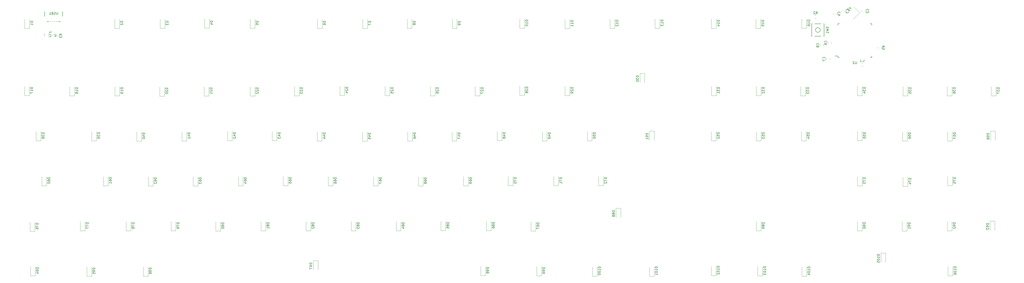
<source format=gbo>
%TF.GenerationSoftware,KiCad,Pcbnew,(5.1.10)-1*%
%TF.CreationDate,2021-06-26T18:22:07+01:00*%
%TF.ProjectId,pcb,7063622e-6b69-4636-9164-5f7063625858,rev?*%
%TF.SameCoordinates,Original*%
%TF.FileFunction,Legend,Bot*%
%TF.FilePolarity,Positive*%
%FSLAX46Y46*%
G04 Gerber Fmt 4.6, Leading zero omitted, Abs format (unit mm)*
G04 Created by KiCad (PCBNEW (5.1.10)-1) date 2021-06-26 18:22:07*
%MOMM*%
%LPD*%
G01*
G04 APERTURE LIST*
%ADD10C,0.150000*%
%ADD11C,0.120000*%
%ADD12O,1.700000X2.700000*%
%ADD13R,0.500000X2.250000*%
%ADD14C,0.100000*%
%ADD15C,1.750000*%
%ADD16C,2.250000*%
%ADD17C,3.987800*%
%ADD18R,0.550000X1.500000*%
%ADD19R,1.500000X0.550000*%
%ADD20R,1.100000X1.800000*%
%ADD21R,1.200000X0.900000*%
G04 APERTURE END LIST*
D10*
%TO.C,USB1*%
X-26837000Y-27813000D02*
X-26837000Y-33263000D01*
X-19137000Y-27813000D02*
X-19137000Y-33263000D01*
X-26837000Y-33263000D02*
X-19137000Y-33263000D01*
D11*
%TO.C,Y2*%
X318048940Y-29470513D02*
X315220513Y-32298940D01*
X315715487Y-27137060D02*
X318048940Y-29470513D01*
%TO.C,C6*%
X306043000Y-42029748D02*
X306043000Y-42552252D01*
X304573000Y-42029748D02*
X304573000Y-42552252D01*
D10*
%TO.C,U2*%
X308801000Y-47875000D02*
X307526000Y-47875000D01*
X323151000Y-48450000D02*
X322476000Y-48450000D01*
X323151000Y-34100000D02*
X322476000Y-34100000D01*
X308801000Y-34100000D02*
X309476000Y-34100000D01*
X308801000Y-48450000D02*
X309476000Y-48450000D01*
X308801000Y-34100000D02*
X308801000Y-34775000D01*
X323151000Y-34100000D02*
X323151000Y-34775000D01*
X323151000Y-48450000D02*
X323151000Y-47775000D01*
X308801000Y-48450000D02*
X308801000Y-47875000D01*
%TO.C,SW1*%
X297755000Y-34230000D02*
X297755000Y-39430000D01*
X297755000Y-39430000D02*
X302955000Y-39430000D01*
X302955000Y-39430000D02*
X302955000Y-34230000D01*
X302955000Y-34230000D02*
X297755000Y-34230000D01*
X301355000Y-36830000D02*
G75*
G03*
X301355000Y-36830000I-1000000J0D01*
G01*
D11*
%TO.C,R5*%
X325782000Y-44550064D02*
X325782000Y-44095936D01*
X327252000Y-44550064D02*
X327252000Y-44095936D01*
%TO.C,R4*%
X-24357000Y-39470064D02*
X-24357000Y-39015936D01*
X-22887000Y-39470064D02*
X-22887000Y-39015936D01*
%TO.C,R3*%
X-22325000Y-39470064D02*
X-22325000Y-39015936D01*
X-20855000Y-39470064D02*
X-20855000Y-39015936D01*
%TO.C,R2*%
X299566064Y-31977000D02*
X299111936Y-31977000D01*
X299566064Y-30507000D02*
X299111936Y-30507000D01*
%TO.C,F14*%
X-26945000Y-39464064D02*
X-26945000Y-38259936D01*
X-25125000Y-39464064D02*
X-25125000Y-38259936D01*
%TO.C,D106*%
X357425500Y-140902250D02*
X357425500Y-137002250D01*
X355425500Y-140902250D02*
X355425500Y-137002250D01*
X357425500Y-140902250D02*
X355425500Y-140902250D01*
%TO.C,D105*%
X327002900Y-131271450D02*
X327002900Y-135171450D01*
X329002900Y-131271450D02*
X329002900Y-135171450D01*
X327002900Y-131271450D02*
X329002900Y-131271450D01*
%TO.C,D104*%
X295576500Y-141029250D02*
X295576500Y-137129250D01*
X293576500Y-141029250D02*
X293576500Y-137129250D01*
X295576500Y-141029250D02*
X293576500Y-141029250D01*
%TO.C,D103*%
X276907500Y-140902250D02*
X276907500Y-137002250D01*
X274907500Y-140902250D02*
X274907500Y-137002250D01*
X276907500Y-140902250D02*
X274907500Y-140902250D01*
%TO.C,D102*%
X257222500Y-140775250D02*
X257222500Y-136875250D01*
X255222500Y-140775250D02*
X255222500Y-136875250D01*
X257222500Y-140775250D02*
X255222500Y-140775250D01*
%TO.C,D101*%
X231060500Y-141029250D02*
X231060500Y-137129250D01*
X229060500Y-141029250D02*
X229060500Y-137129250D01*
X231060500Y-141029250D02*
X229060500Y-141029250D01*
%TO.C,D100*%
X206930500Y-141029250D02*
X206930500Y-137129250D01*
X204930500Y-141029250D02*
X204930500Y-137129250D01*
X206930500Y-141029250D02*
X204930500Y-141029250D01*
%TO.C,D99*%
X183435500Y-140902250D02*
X183435500Y-137002250D01*
X181435500Y-140902250D02*
X181435500Y-137002250D01*
X183435500Y-140902250D02*
X181435500Y-140902250D01*
%TO.C,D98*%
X159686500Y-140775250D02*
X159686500Y-136875250D01*
X157686500Y-140775250D02*
X157686500Y-136875250D01*
X159686500Y-140775250D02*
X157686500Y-140775250D01*
%TO.C,D97*%
X86871300Y-134421050D02*
X86871300Y-138321050D01*
X88871300Y-134421050D02*
X88871300Y-138321050D01*
X86871300Y-134421050D02*
X88871300Y-134421050D01*
%TO.C,D96*%
X16938500Y-141029250D02*
X16938500Y-137129250D01*
X14938500Y-141029250D02*
X14938500Y-137129250D01*
X16938500Y-141029250D02*
X14938500Y-141029250D01*
%TO.C,D95*%
X-6937500Y-141029250D02*
X-6937500Y-137129250D01*
X-8937500Y-141029250D02*
X-8937500Y-137129250D01*
X-6937500Y-141029250D02*
X-8937500Y-141029250D01*
%TO.C,D94*%
X-30813500Y-140902250D02*
X-30813500Y-137002250D01*
X-32813500Y-140902250D02*
X-32813500Y-137002250D01*
X-30813500Y-140902250D02*
X-32813500Y-140902250D01*
%TO.C,D93*%
X373180100Y-117707850D02*
X373180100Y-121607850D01*
X375180100Y-117707850D02*
X375180100Y-121607850D01*
X373180100Y-117707850D02*
X375180100Y-117707850D01*
%TO.C,D92*%
X357095300Y-121852250D02*
X357095300Y-117952250D01*
X355095300Y-121852250D02*
X355095300Y-117952250D01*
X357095300Y-121852250D02*
X355095300Y-121852250D01*
%TO.C,D91*%
X337994500Y-121903050D02*
X337994500Y-118003050D01*
X335994500Y-121903050D02*
X335994500Y-118003050D01*
X337994500Y-121903050D02*
X335994500Y-121903050D01*
%TO.C,D90*%
X319046100Y-121852250D02*
X319046100Y-117952250D01*
X317046100Y-121852250D02*
X317046100Y-117952250D01*
X319046100Y-121852250D02*
X317046100Y-121852250D01*
%TO.C,D89*%
X276272500Y-121852250D02*
X276272500Y-117952250D01*
X274272500Y-121852250D02*
X274272500Y-117952250D01*
X276272500Y-121852250D02*
X274272500Y-121852250D01*
%TO.C,D88*%
X214938100Y-112272250D02*
X214938100Y-116172250D01*
X216938100Y-112272250D02*
X216938100Y-116172250D01*
X214938100Y-112272250D02*
X216938100Y-112272250D01*
%TO.C,D87*%
X180971700Y-121903050D02*
X180971700Y-118003050D01*
X178971700Y-121903050D02*
X178971700Y-118003050D01*
X180971700Y-121903050D02*
X178971700Y-121903050D01*
%TO.C,D86*%
X162099500Y-121725250D02*
X162099500Y-117825250D01*
X160099500Y-121725250D02*
X160099500Y-117825250D01*
X162099500Y-121725250D02*
X160099500Y-121725250D01*
%TO.C,D85*%
X142820900Y-121750650D02*
X142820900Y-117850650D01*
X140820900Y-121750650D02*
X140820900Y-117850650D01*
X142820900Y-121750650D02*
X140820900Y-121750650D01*
%TO.C,D84*%
X123923300Y-121852250D02*
X123923300Y-117952250D01*
X121923300Y-121852250D02*
X121923300Y-117952250D01*
X123923300Y-121852250D02*
X121923300Y-121852250D01*
%TO.C,D83*%
X104873300Y-121852250D02*
X104873300Y-117952250D01*
X102873300Y-121852250D02*
X102873300Y-117952250D01*
X104873300Y-121852250D02*
X102873300Y-121852250D01*
%TO.C,D82*%
X85772500Y-121852250D02*
X85772500Y-117952250D01*
X83772500Y-121852250D02*
X83772500Y-117952250D01*
X85772500Y-121852250D02*
X83772500Y-121852250D01*
%TO.C,D81*%
X66722500Y-121852250D02*
X66722500Y-117952250D01*
X64722500Y-121852250D02*
X64722500Y-117952250D01*
X66722500Y-121852250D02*
X64722500Y-121852250D01*
%TO.C,D80*%
X47621700Y-121903050D02*
X47621700Y-118003050D01*
X45621700Y-121903050D02*
X45621700Y-118003050D01*
X47621700Y-121903050D02*
X45621700Y-121903050D01*
%TO.C,D79*%
X28673300Y-121852250D02*
X28673300Y-117952250D01*
X26673300Y-121852250D02*
X26673300Y-117952250D01*
X28673300Y-121852250D02*
X26673300Y-121852250D01*
%TO.C,D78*%
X9699500Y-121852250D02*
X9699500Y-117952250D01*
X7699500Y-121852250D02*
X7699500Y-117952250D01*
X9699500Y-121852250D02*
X7699500Y-121852250D01*
%TO.C,D77*%
X-9731500Y-121852250D02*
X-9731500Y-117952250D01*
X-11731500Y-121852250D02*
X-11731500Y-117952250D01*
X-9731500Y-121852250D02*
X-11731500Y-121852250D01*
%TO.C,D76*%
X-30940500Y-122106250D02*
X-30940500Y-118206250D01*
X-32940500Y-122106250D02*
X-32940500Y-118206250D01*
X-30940500Y-122106250D02*
X-32940500Y-122106250D01*
%TO.C,D75*%
X357247700Y-102751450D02*
X357247700Y-98851450D01*
X355247700Y-102751450D02*
X355247700Y-98851450D01*
X357247700Y-102751450D02*
X355247700Y-102751450D01*
%TO.C,D74*%
X338375500Y-103056250D02*
X338375500Y-99156250D01*
X336375500Y-103056250D02*
X336375500Y-99156250D01*
X338375500Y-103056250D02*
X336375500Y-103056250D01*
%TO.C,D73*%
X319046100Y-102802250D02*
X319046100Y-98902250D01*
X317046100Y-102802250D02*
X317046100Y-98902250D01*
X319046100Y-102802250D02*
X317046100Y-102802250D01*
%TO.C,D72*%
X209572100Y-102751450D02*
X209572100Y-98851450D01*
X207572100Y-102751450D02*
X207572100Y-98851450D01*
X209572100Y-102751450D02*
X207572100Y-102751450D01*
%TO.C,D71*%
X190572900Y-102751450D02*
X190572900Y-98851450D01*
X188572900Y-102751450D02*
X188572900Y-98851450D01*
X190572900Y-102751450D02*
X188572900Y-102751450D01*
%TO.C,D70*%
X171319700Y-102751450D02*
X171319700Y-98851450D01*
X169319700Y-102751450D02*
X169319700Y-98851450D01*
X171319700Y-102751450D02*
X169319700Y-102751450D01*
%TO.C,D69*%
X152422100Y-102802250D02*
X152422100Y-98902250D01*
X150422100Y-102802250D02*
X150422100Y-98902250D01*
X152422100Y-102802250D02*
X150422100Y-102802250D01*
%TO.C,D68*%
X133321300Y-102853050D02*
X133321300Y-98953050D01*
X131321300Y-102853050D02*
X131321300Y-98953050D01*
X133321300Y-102853050D02*
X131321300Y-102853050D01*
%TO.C,D67*%
X114271300Y-102802250D02*
X114271300Y-98902250D01*
X112271300Y-102802250D02*
X112271300Y-98902250D01*
X114271300Y-102802250D02*
X112271300Y-102802250D01*
%TO.C,D66*%
X95170500Y-102802250D02*
X95170500Y-98902250D01*
X93170500Y-102802250D02*
X93170500Y-98902250D01*
X95170500Y-102802250D02*
X93170500Y-102802250D01*
%TO.C,D65*%
X76120500Y-102751450D02*
X76120500Y-98851450D01*
X74120500Y-102751450D02*
X74120500Y-98851450D01*
X76120500Y-102751450D02*
X74120500Y-102751450D01*
%TO.C,D64*%
X57121300Y-102802250D02*
X57121300Y-98902250D01*
X55121300Y-102802250D02*
X55121300Y-98902250D01*
X57121300Y-102802250D02*
X55121300Y-102802250D01*
%TO.C,D63*%
X38020500Y-102853050D02*
X38020500Y-98953050D01*
X36020500Y-102853050D02*
X36020500Y-98953050D01*
X38020500Y-102853050D02*
X36020500Y-102853050D01*
%TO.C,D62*%
X19072100Y-102853050D02*
X19072100Y-98953050D01*
X17072100Y-102853050D02*
X17072100Y-98953050D01*
X19072100Y-102853050D02*
X17072100Y-102853050D01*
%TO.C,D61*%
X22100Y-102802250D02*
X22100Y-98902250D01*
X-1977900Y-102802250D02*
X-1977900Y-98902250D01*
X22100Y-102802250D02*
X-1977900Y-102802250D01*
%TO.C,D60*%
X-25987500Y-102802250D02*
X-25987500Y-98902250D01*
X-27987500Y-102802250D02*
X-27987500Y-98902250D01*
X-25987500Y-102802250D02*
X-27987500Y-102802250D01*
%TO.C,D58*%
X373383300Y-79557050D02*
X373383300Y-83457050D01*
X375383300Y-79557050D02*
X375383300Y-83457050D01*
X373383300Y-79557050D02*
X375383300Y-79557050D01*
%TO.C,D57*%
X357196900Y-83803050D02*
X357196900Y-79903050D01*
X355196900Y-83803050D02*
X355196900Y-79903050D01*
X357196900Y-83803050D02*
X355196900Y-83803050D01*
%TO.C,D56*%
X338146900Y-83803050D02*
X338146900Y-79903050D01*
X336146900Y-83803050D02*
X336146900Y-79903050D01*
X338146900Y-83803050D02*
X336146900Y-83803050D01*
%TO.C,D55*%
X319096900Y-83701450D02*
X319096900Y-79801450D01*
X317096900Y-83701450D02*
X317096900Y-79801450D01*
X319096900Y-83701450D02*
X317096900Y-83701450D01*
%TO.C,D54*%
X295322500Y-83752250D02*
X295322500Y-79852250D01*
X293322500Y-83752250D02*
X293322500Y-79852250D01*
X295322500Y-83752250D02*
X293322500Y-83752250D01*
%TO.C,D53*%
X276272500Y-83752250D02*
X276272500Y-79852250D01*
X274272500Y-83752250D02*
X274272500Y-79852250D01*
X276272500Y-83752250D02*
X274272500Y-83752250D01*
%TO.C,D52*%
X257222500Y-83752250D02*
X257222500Y-79852250D01*
X255222500Y-83752250D02*
X255222500Y-79852250D01*
X257222500Y-83752250D02*
X255222500Y-83752250D01*
%TO.C,D51*%
X229111300Y-79557050D02*
X229111300Y-83457050D01*
X231111300Y-79557050D02*
X231111300Y-83457050D01*
X229111300Y-79557050D02*
X231111300Y-79557050D01*
%TO.C,D50*%
X204796900Y-83752250D02*
X204796900Y-79852250D01*
X202796900Y-83752250D02*
X202796900Y-79852250D01*
X204796900Y-83752250D02*
X202796900Y-83752250D01*
%TO.C,D49*%
X185746900Y-83803050D02*
X185746900Y-79903050D01*
X183746900Y-83803050D02*
X183746900Y-79903050D01*
X185746900Y-83803050D02*
X183746900Y-83803050D01*
%TO.C,D48*%
X166646100Y-83701450D02*
X166646100Y-79801450D01*
X164646100Y-83701450D02*
X164646100Y-79801450D01*
X166646100Y-83701450D02*
X164646100Y-83701450D01*
%TO.C,D47*%
X147545300Y-83803050D02*
X147545300Y-79903050D01*
X145545300Y-83803050D02*
X145545300Y-79903050D01*
X147545300Y-83803050D02*
X145545300Y-83803050D01*
%TO.C,D46*%
X128749300Y-83803050D02*
X128749300Y-79903050D01*
X126749300Y-83803050D02*
X126749300Y-79903050D01*
X128749300Y-83803050D02*
X126749300Y-83803050D01*
%TO.C,D45*%
X109648500Y-83955450D02*
X109648500Y-80055450D01*
X107648500Y-83955450D02*
X107648500Y-80055450D01*
X109648500Y-83955450D02*
X107648500Y-83955450D01*
%TO.C,D44*%
X90496900Y-83803050D02*
X90496900Y-79903050D01*
X88496900Y-83803050D02*
X88496900Y-79903050D01*
X90496900Y-83803050D02*
X88496900Y-83803050D01*
%TO.C,D43*%
X71446900Y-83701450D02*
X71446900Y-79801450D01*
X69446900Y-83701450D02*
X69446900Y-79801450D01*
X71446900Y-83701450D02*
X69446900Y-83701450D01*
%TO.C,D42*%
X52549300Y-83701450D02*
X52549300Y-79801450D01*
X50549300Y-83701450D02*
X50549300Y-79801450D01*
X52549300Y-83701450D02*
X50549300Y-83701450D01*
%TO.C,D41*%
X33296100Y-83803050D02*
X33296100Y-79903050D01*
X31296100Y-83803050D02*
X31296100Y-79903050D01*
X33296100Y-83803050D02*
X31296100Y-83803050D01*
%TO.C,D40*%
X14144500Y-83879250D02*
X14144500Y-79979250D01*
X12144500Y-83879250D02*
X12144500Y-79979250D01*
X14144500Y-83879250D02*
X12144500Y-83879250D01*
%TO.C,D39*%
X-4905500Y-83752250D02*
X-4905500Y-79852250D01*
X-6905500Y-83752250D02*
X-6905500Y-79852250D01*
X-4905500Y-83752250D02*
X-6905500Y-83752250D01*
%TO.C,D38*%
X-28400500Y-83752250D02*
X-28400500Y-79852250D01*
X-30400500Y-83752250D02*
X-30400500Y-79852250D01*
X-28400500Y-83752250D02*
X-30400500Y-83752250D01*
%TO.C,D37*%
X375713500Y-64702250D02*
X375713500Y-60802250D01*
X373713500Y-64702250D02*
X373713500Y-60802250D01*
X375713500Y-64702250D02*
X373713500Y-64702250D01*
%TO.C,D36*%
X357044500Y-64702250D02*
X357044500Y-60802250D01*
X355044500Y-64702250D02*
X355044500Y-60802250D01*
X357044500Y-64702250D02*
X355044500Y-64702250D01*
%TO.C,D35*%
X338375500Y-64702250D02*
X338375500Y-60802250D01*
X336375500Y-64702250D02*
X336375500Y-60802250D01*
X338375500Y-64702250D02*
X336375500Y-64702250D01*
%TO.C,D34*%
X319071500Y-64575250D02*
X319071500Y-60675250D01*
X317071500Y-64575250D02*
X317071500Y-60675250D01*
X319071500Y-64575250D02*
X317071500Y-64575250D01*
%TO.C,D33*%
X295068500Y-64702250D02*
X295068500Y-60802250D01*
X293068500Y-64702250D02*
X293068500Y-60802250D01*
X295068500Y-64702250D02*
X293068500Y-64702250D01*
%TO.C,D32*%
X276272500Y-64575250D02*
X276272500Y-60675250D01*
X274272500Y-64575250D02*
X274272500Y-60675250D01*
X276272500Y-64575250D02*
X274272500Y-64575250D01*
%TO.C,D31*%
X257349500Y-64575250D02*
X257349500Y-60675250D01*
X255349500Y-64575250D02*
X255349500Y-60675250D01*
X257349500Y-64575250D02*
X255349500Y-64575250D01*
%TO.C,D30*%
X225047300Y-55173050D02*
X225047300Y-59073050D01*
X227047300Y-55173050D02*
X227047300Y-59073050D01*
X225047300Y-55173050D02*
X227047300Y-55173050D01*
%TO.C,D29*%
X195373500Y-64575250D02*
X195373500Y-60675250D01*
X193373500Y-64575250D02*
X193373500Y-60675250D01*
X195373500Y-64575250D02*
X193373500Y-64575250D01*
%TO.C,D28*%
X176196500Y-64448250D02*
X176196500Y-60548250D01*
X174196500Y-64448250D02*
X174196500Y-60548250D01*
X176196500Y-64448250D02*
X174196500Y-64448250D01*
%TO.C,D27*%
X157349700Y-64702250D02*
X157349700Y-60802250D01*
X155349700Y-64702250D02*
X155349700Y-60802250D01*
X157349700Y-64702250D02*
X155349700Y-64702250D01*
%TO.C,D26*%
X138350500Y-64702250D02*
X138350500Y-60802250D01*
X136350500Y-64702250D02*
X136350500Y-60802250D01*
X138350500Y-64702250D02*
X136350500Y-64702250D01*
%TO.C,D25*%
X119198900Y-64651450D02*
X119198900Y-60751450D01*
X117198900Y-64651450D02*
X117198900Y-60751450D01*
X119198900Y-64651450D02*
X117198900Y-64651450D01*
%TO.C,D24*%
X100047300Y-64499050D02*
X100047300Y-60599050D01*
X98047300Y-64499050D02*
X98047300Y-60599050D01*
X100047300Y-64499050D02*
X98047300Y-64499050D01*
%TO.C,D23*%
X80895700Y-64702250D02*
X80895700Y-60802250D01*
X78895700Y-64702250D02*
X78895700Y-60802250D01*
X80895700Y-64702250D02*
X78895700Y-64702250D01*
%TO.C,D22*%
X62150500Y-64753050D02*
X62150500Y-60853050D01*
X60150500Y-64753050D02*
X60150500Y-60853050D01*
X62150500Y-64753050D02*
X60150500Y-64753050D01*
%TO.C,D21*%
X42643300Y-64803850D02*
X42643300Y-60903850D01*
X40643300Y-64803850D02*
X40643300Y-60903850D01*
X42643300Y-64803850D02*
X40643300Y-64803850D01*
%TO.C,D20*%
X23923500Y-64829250D02*
X23923500Y-60929250D01*
X21923500Y-64829250D02*
X21923500Y-60929250D01*
X23923500Y-64829250D02*
X21923500Y-64829250D01*
%TO.C,D19*%
X4898900Y-64702250D02*
X4898900Y-60802250D01*
X2898900Y-64702250D02*
X2898900Y-60802250D01*
X4898900Y-64702250D02*
X2898900Y-64702250D01*
%TO.C,D18*%
X-14176500Y-64702250D02*
X-14176500Y-60802250D01*
X-16176500Y-64702250D02*
X-16176500Y-60802250D01*
X-14176500Y-64702250D02*
X-16176500Y-64702250D01*
%TO.C,D17*%
X-33302700Y-64600650D02*
X-33302700Y-60700650D01*
X-35302700Y-64600650D02*
X-35302700Y-60700650D01*
X-33302700Y-64600650D02*
X-35302700Y-64600650D01*
%TO.C,D16*%
X295525700Y-36101850D02*
X295525700Y-32201850D01*
X293525700Y-36101850D02*
X293525700Y-32201850D01*
X295525700Y-36101850D02*
X293525700Y-36101850D01*
%TO.C,D15*%
X276069300Y-36152650D02*
X276069300Y-32252650D01*
X274069300Y-36152650D02*
X274069300Y-32252650D01*
X276069300Y-36152650D02*
X274069300Y-36152650D01*
%TO.C,D14*%
X257324100Y-36152650D02*
X257324100Y-32252650D01*
X255324100Y-36152650D02*
X255324100Y-32252650D01*
X257324100Y-36152650D02*
X255324100Y-36152650D01*
%TO.C,D13*%
X233448100Y-36051050D02*
X233448100Y-32151050D01*
X231448100Y-36051050D02*
X231448100Y-32151050D01*
X233448100Y-36051050D02*
X231448100Y-36051050D01*
%TO.C,D12*%
X214398100Y-36152650D02*
X214398100Y-32252650D01*
X212398100Y-36152650D02*
X212398100Y-32252650D01*
X214398100Y-36152650D02*
X212398100Y-36152650D01*
%TO.C,D11*%
X195373500Y-36254250D02*
X195373500Y-32354250D01*
X193373500Y-36254250D02*
X193373500Y-32354250D01*
X195373500Y-36254250D02*
X193373500Y-36254250D01*
%TO.C,D10*%
X176196500Y-36101850D02*
X176196500Y-32201850D01*
X174196500Y-36101850D02*
X174196500Y-32201850D01*
X176196500Y-36101850D02*
X174196500Y-36101850D01*
%TO.C,D9*%
X147646900Y-36152650D02*
X147646900Y-32252650D01*
X145646900Y-36152650D02*
X145646900Y-32252650D01*
X147646900Y-36152650D02*
X145646900Y-36152650D01*
%TO.C,D8*%
X128596900Y-36101850D02*
X128596900Y-32201850D01*
X126596900Y-36101850D02*
X126596900Y-32201850D01*
X128596900Y-36101850D02*
X126596900Y-36101850D01*
%TO.C,D7*%
X109775500Y-36127250D02*
X109775500Y-32227250D01*
X107775500Y-36127250D02*
X107775500Y-32227250D01*
X109775500Y-36127250D02*
X107775500Y-36127250D01*
%TO.C,D6*%
X90598500Y-36127250D02*
X90598500Y-32227250D01*
X88598500Y-36127250D02*
X88598500Y-32227250D01*
X90598500Y-36127250D02*
X88598500Y-36127250D01*
%TO.C,D5*%
X62150500Y-36101850D02*
X62150500Y-32201850D01*
X60150500Y-36101850D02*
X60150500Y-32201850D01*
X62150500Y-36101850D02*
X60150500Y-36101850D01*
%TO.C,D4*%
X42846500Y-36000250D02*
X42846500Y-32100250D01*
X40846500Y-36000250D02*
X40846500Y-32100250D01*
X42846500Y-36000250D02*
X40846500Y-36000250D01*
%TO.C,D3*%
X24050500Y-36127250D02*
X24050500Y-32227250D01*
X22050500Y-36127250D02*
X22050500Y-32227250D01*
X24050500Y-36127250D02*
X22050500Y-36127250D01*
%TO.C,D2*%
X4873500Y-36127250D02*
X4873500Y-32227250D01*
X2873500Y-36127250D02*
X2873500Y-32227250D01*
X4873500Y-36127250D02*
X2873500Y-36127250D01*
%TO.C,D1*%
X-33226500Y-36127250D02*
X-33226500Y-32227250D01*
X-35226500Y-36127250D02*
X-35226500Y-32227250D01*
X-33226500Y-36127250D02*
X-35226500Y-36127250D01*
%TO.C,C8*%
X302741000Y-43045748D02*
X302741000Y-43568252D01*
X301271000Y-43045748D02*
X301271000Y-43568252D01*
%TO.C,C7*%
X305408000Y-48887748D02*
X305408000Y-49410252D01*
X303938000Y-48887748D02*
X303938000Y-49410252D01*
%TO.C,C5*%
X319412252Y-52170000D02*
X318889748Y-52170000D01*
X319412252Y-50700000D02*
X318889748Y-50700000D01*
%TO.C,C4*%
X306859000Y-30233252D02*
X306859000Y-29710748D01*
X308329000Y-30233252D02*
X308329000Y-29710748D01*
%TO.C,C3*%
X310415000Y-29090252D02*
X310415000Y-28567748D01*
X311885000Y-29090252D02*
X311885000Y-28567748D01*
%TO.C,C2*%
X318924000Y-29090252D02*
X318924000Y-28567748D01*
X320394000Y-29090252D02*
X320394000Y-28567748D01*
%TO.C,USB1*%
D10*
X-21248904Y-29297380D02*
X-21248904Y-30106904D01*
X-21296523Y-30202142D01*
X-21344142Y-30249761D01*
X-21439380Y-30297380D01*
X-21629857Y-30297380D01*
X-21725095Y-30249761D01*
X-21772714Y-30202142D01*
X-21820333Y-30106904D01*
X-21820333Y-29297380D01*
X-22248904Y-30249761D02*
X-22391761Y-30297380D01*
X-22629857Y-30297380D01*
X-22725095Y-30249761D01*
X-22772714Y-30202142D01*
X-22820333Y-30106904D01*
X-22820333Y-30011666D01*
X-22772714Y-29916428D01*
X-22725095Y-29868809D01*
X-22629857Y-29821190D01*
X-22439380Y-29773571D01*
X-22344142Y-29725952D01*
X-22296523Y-29678333D01*
X-22248904Y-29583095D01*
X-22248904Y-29487857D01*
X-22296523Y-29392619D01*
X-22344142Y-29345000D01*
X-22439380Y-29297380D01*
X-22677476Y-29297380D01*
X-22820333Y-29345000D01*
X-23582238Y-29773571D02*
X-23725095Y-29821190D01*
X-23772714Y-29868809D01*
X-23820333Y-29964047D01*
X-23820333Y-30106904D01*
X-23772714Y-30202142D01*
X-23725095Y-30249761D01*
X-23629857Y-30297380D01*
X-23248904Y-30297380D01*
X-23248904Y-29297380D01*
X-23582238Y-29297380D01*
X-23677476Y-29345000D01*
X-23725095Y-29392619D01*
X-23772714Y-29487857D01*
X-23772714Y-29583095D01*
X-23725095Y-29678333D01*
X-23677476Y-29725952D01*
X-23582238Y-29773571D01*
X-23248904Y-29773571D01*
X-24772714Y-30297380D02*
X-24201285Y-30297380D01*
X-24487000Y-30297380D02*
X-24487000Y-29297380D01*
X-24391761Y-29440238D01*
X-24296523Y-29535476D01*
X-24201285Y-29583095D01*
%TO.C,Y2*%
X314055469Y-27632034D02*
X314392187Y-27968752D01*
X313920782Y-27025943D02*
X314055469Y-27632034D01*
X313449378Y-27497347D01*
X313314691Y-27766721D02*
X313247347Y-27766721D01*
X313146332Y-27800393D01*
X312977973Y-27968752D01*
X312944301Y-28069767D01*
X312944301Y-28137110D01*
X312977973Y-28238126D01*
X313045317Y-28305469D01*
X313180004Y-28372813D01*
X313988126Y-28372813D01*
X313550393Y-28810545D01*
%TO.C,C6*%
X303985142Y-42124333D02*
X304032761Y-42076714D01*
X304080380Y-41933857D01*
X304080380Y-41838619D01*
X304032761Y-41695761D01*
X303937523Y-41600523D01*
X303842285Y-41552904D01*
X303651809Y-41505285D01*
X303508952Y-41505285D01*
X303318476Y-41552904D01*
X303223238Y-41600523D01*
X303128000Y-41695761D01*
X303080380Y-41838619D01*
X303080380Y-41933857D01*
X303128000Y-42076714D01*
X303175619Y-42124333D01*
X303080380Y-42981476D02*
X303080380Y-42791000D01*
X303128000Y-42695761D01*
X303175619Y-42648142D01*
X303318476Y-42552904D01*
X303508952Y-42505285D01*
X303889904Y-42505285D01*
X303985142Y-42552904D01*
X304032761Y-42600523D01*
X304080380Y-42695761D01*
X304080380Y-42886238D01*
X304032761Y-42981476D01*
X303985142Y-43029095D01*
X303889904Y-43076714D01*
X303651809Y-43076714D01*
X303556571Y-43029095D01*
X303508952Y-42981476D01*
X303461333Y-42886238D01*
X303461333Y-42695761D01*
X303508952Y-42600523D01*
X303556571Y-42552904D01*
X303651809Y-42505285D01*
%TO.C,U2*%
X316737904Y-50177380D02*
X316737904Y-50986904D01*
X316690285Y-51082142D01*
X316642666Y-51129761D01*
X316547428Y-51177380D01*
X316356952Y-51177380D01*
X316261714Y-51129761D01*
X316214095Y-51082142D01*
X316166476Y-50986904D01*
X316166476Y-50177380D01*
X315737904Y-50272619D02*
X315690285Y-50225000D01*
X315595047Y-50177380D01*
X315356952Y-50177380D01*
X315261714Y-50225000D01*
X315214095Y-50272619D01*
X315166476Y-50367857D01*
X315166476Y-50463095D01*
X315214095Y-50605952D01*
X315785523Y-51177380D01*
X315166476Y-51177380D01*
%TO.C,SW1*%
X304823761Y-35496666D02*
X304871380Y-35639523D01*
X304871380Y-35877619D01*
X304823761Y-35972857D01*
X304776142Y-36020476D01*
X304680904Y-36068095D01*
X304585666Y-36068095D01*
X304490428Y-36020476D01*
X304442809Y-35972857D01*
X304395190Y-35877619D01*
X304347571Y-35687142D01*
X304299952Y-35591904D01*
X304252333Y-35544285D01*
X304157095Y-35496666D01*
X304061857Y-35496666D01*
X303966619Y-35544285D01*
X303919000Y-35591904D01*
X303871380Y-35687142D01*
X303871380Y-35925238D01*
X303919000Y-36068095D01*
X303871380Y-36401428D02*
X304871380Y-36639523D01*
X304157095Y-36830000D01*
X304871380Y-37020476D01*
X303871380Y-37258571D01*
X304871380Y-38163333D02*
X304871380Y-37591904D01*
X304871380Y-37877619D02*
X303871380Y-37877619D01*
X304014238Y-37782380D01*
X304109476Y-37687142D01*
X304157095Y-37591904D01*
%TO.C,R5*%
X328619380Y-44156333D02*
X328143190Y-43823000D01*
X328619380Y-43584904D02*
X327619380Y-43584904D01*
X327619380Y-43965857D01*
X327667000Y-44061095D01*
X327714619Y-44108714D01*
X327809857Y-44156333D01*
X327952714Y-44156333D01*
X328047952Y-44108714D01*
X328095571Y-44061095D01*
X328143190Y-43965857D01*
X328143190Y-43584904D01*
X327619380Y-45061095D02*
X327619380Y-44584904D01*
X328095571Y-44537285D01*
X328047952Y-44584904D01*
X328000333Y-44680142D01*
X328000333Y-44918238D01*
X328047952Y-45013476D01*
X328095571Y-45061095D01*
X328190809Y-45108714D01*
X328428904Y-45108714D01*
X328524142Y-45061095D01*
X328571761Y-45013476D01*
X328619380Y-44918238D01*
X328619380Y-44680142D01*
X328571761Y-44584904D01*
X328524142Y-44537285D01*
%TO.C,R4*%
X-21519619Y-39076333D02*
X-21995809Y-38743000D01*
X-21519619Y-38504904D02*
X-22519619Y-38504904D01*
X-22519619Y-38885857D01*
X-22472000Y-38981095D01*
X-22424380Y-39028714D01*
X-22329142Y-39076333D01*
X-22186285Y-39076333D01*
X-22091047Y-39028714D01*
X-22043428Y-38981095D01*
X-21995809Y-38885857D01*
X-21995809Y-38504904D01*
X-22186285Y-39933476D02*
X-21519619Y-39933476D01*
X-22567238Y-39695380D02*
X-21852952Y-39457285D01*
X-21852952Y-40076333D01*
%TO.C,R3*%
X-19487619Y-39076333D02*
X-19963809Y-38743000D01*
X-19487619Y-38504904D02*
X-20487619Y-38504904D01*
X-20487619Y-38885857D01*
X-20440000Y-38981095D01*
X-20392380Y-39028714D01*
X-20297142Y-39076333D01*
X-20154285Y-39076333D01*
X-20059047Y-39028714D01*
X-20011428Y-38981095D01*
X-19963809Y-38885857D01*
X-19963809Y-38504904D01*
X-20487619Y-39409666D02*
X-20487619Y-40028714D01*
X-20106666Y-39695380D01*
X-20106666Y-39838238D01*
X-20059047Y-39933476D01*
X-20011428Y-39981095D01*
X-19916190Y-40028714D01*
X-19678095Y-40028714D01*
X-19582857Y-39981095D01*
X-19535238Y-39933476D01*
X-19487619Y-39838238D01*
X-19487619Y-39552523D01*
X-19535238Y-39457285D01*
X-19582857Y-39409666D01*
%TO.C,R2*%
X299505666Y-30044380D02*
X299839000Y-29568190D01*
X300077095Y-30044380D02*
X300077095Y-29044380D01*
X299696142Y-29044380D01*
X299600904Y-29092000D01*
X299553285Y-29139619D01*
X299505666Y-29234857D01*
X299505666Y-29377714D01*
X299553285Y-29472952D01*
X299600904Y-29520571D01*
X299696142Y-29568190D01*
X300077095Y-29568190D01*
X299124714Y-29139619D02*
X299077095Y-29092000D01*
X298981857Y-29044380D01*
X298743761Y-29044380D01*
X298648523Y-29092000D01*
X298600904Y-29139619D01*
X298553285Y-29234857D01*
X298553285Y-29330095D01*
X298600904Y-29472952D01*
X299172333Y-30044380D01*
X298553285Y-30044380D01*
%TO.C,F14*%
X-24286428Y-38052476D02*
X-24286428Y-37719142D01*
X-23762619Y-37719142D02*
X-24762619Y-37719142D01*
X-24762619Y-38195333D01*
X-23762619Y-39100095D02*
X-23762619Y-38528666D01*
X-23762619Y-38814380D02*
X-24762619Y-38814380D01*
X-24619761Y-38719142D01*
X-24524523Y-38623904D01*
X-24476904Y-38528666D01*
X-24429285Y-39957238D02*
X-23762619Y-39957238D01*
X-24810238Y-39719142D02*
X-24095952Y-39481047D01*
X-24095952Y-40100095D01*
%TO.C,D106*%
X358877880Y-136961773D02*
X357877880Y-136961773D01*
X357877880Y-137199869D01*
X357925500Y-137342726D01*
X358020738Y-137437964D01*
X358115976Y-137485583D01*
X358306452Y-137533202D01*
X358449309Y-137533202D01*
X358639785Y-137485583D01*
X358735023Y-137437964D01*
X358830261Y-137342726D01*
X358877880Y-137199869D01*
X358877880Y-136961773D01*
X358877880Y-138485583D02*
X358877880Y-137914154D01*
X358877880Y-138199869D02*
X357877880Y-138199869D01*
X358020738Y-138104630D01*
X358115976Y-138009392D01*
X358163595Y-137914154D01*
X357877880Y-139104630D02*
X357877880Y-139199869D01*
X357925500Y-139295107D01*
X357973119Y-139342726D01*
X358068357Y-139390345D01*
X358258833Y-139437964D01*
X358496928Y-139437964D01*
X358687404Y-139390345D01*
X358782642Y-139342726D01*
X358830261Y-139295107D01*
X358877880Y-139199869D01*
X358877880Y-139104630D01*
X358830261Y-139009392D01*
X358782642Y-138961773D01*
X358687404Y-138914154D01*
X358496928Y-138866535D01*
X358258833Y-138866535D01*
X358068357Y-138914154D01*
X357973119Y-138961773D01*
X357925500Y-139009392D01*
X357877880Y-139104630D01*
X357877880Y-140295107D02*
X357877880Y-140104630D01*
X357925500Y-140009392D01*
X357973119Y-139961773D01*
X358115976Y-139866535D01*
X358306452Y-139818916D01*
X358687404Y-139818916D01*
X358782642Y-139866535D01*
X358830261Y-139914154D01*
X358877880Y-140009392D01*
X358877880Y-140199869D01*
X358830261Y-140295107D01*
X358782642Y-140342726D01*
X358687404Y-140390345D01*
X358449309Y-140390345D01*
X358354071Y-140342726D01*
X358306452Y-140295107D01*
X358258833Y-140199869D01*
X358258833Y-140009392D01*
X358306452Y-139914154D01*
X358354071Y-139866535D01*
X358449309Y-139818916D01*
%TO.C,D105*%
X326455280Y-131830973D02*
X325455280Y-131830973D01*
X325455280Y-132069069D01*
X325502900Y-132211926D01*
X325598138Y-132307164D01*
X325693376Y-132354783D01*
X325883852Y-132402402D01*
X326026709Y-132402402D01*
X326217185Y-132354783D01*
X326312423Y-132307164D01*
X326407661Y-132211926D01*
X326455280Y-132069069D01*
X326455280Y-131830973D01*
X326455280Y-133354783D02*
X326455280Y-132783354D01*
X326455280Y-133069069D02*
X325455280Y-133069069D01*
X325598138Y-132973830D01*
X325693376Y-132878592D01*
X325740995Y-132783354D01*
X325455280Y-133973830D02*
X325455280Y-134069069D01*
X325502900Y-134164307D01*
X325550519Y-134211926D01*
X325645757Y-134259545D01*
X325836233Y-134307164D01*
X326074328Y-134307164D01*
X326264804Y-134259545D01*
X326360042Y-134211926D01*
X326407661Y-134164307D01*
X326455280Y-134069069D01*
X326455280Y-133973830D01*
X326407661Y-133878592D01*
X326360042Y-133830973D01*
X326264804Y-133783354D01*
X326074328Y-133735735D01*
X325836233Y-133735735D01*
X325645757Y-133783354D01*
X325550519Y-133830973D01*
X325502900Y-133878592D01*
X325455280Y-133973830D01*
X325455280Y-135211926D02*
X325455280Y-134735735D01*
X325931471Y-134688116D01*
X325883852Y-134735735D01*
X325836233Y-134830973D01*
X325836233Y-135069069D01*
X325883852Y-135164307D01*
X325931471Y-135211926D01*
X326026709Y-135259545D01*
X326264804Y-135259545D01*
X326360042Y-135211926D01*
X326407661Y-135164307D01*
X326455280Y-135069069D01*
X326455280Y-134830973D01*
X326407661Y-134735735D01*
X326360042Y-134688116D01*
%TO.C,D104*%
X297028880Y-137088773D02*
X296028880Y-137088773D01*
X296028880Y-137326869D01*
X296076500Y-137469726D01*
X296171738Y-137564964D01*
X296266976Y-137612583D01*
X296457452Y-137660202D01*
X296600309Y-137660202D01*
X296790785Y-137612583D01*
X296886023Y-137564964D01*
X296981261Y-137469726D01*
X297028880Y-137326869D01*
X297028880Y-137088773D01*
X297028880Y-138612583D02*
X297028880Y-138041154D01*
X297028880Y-138326869D02*
X296028880Y-138326869D01*
X296171738Y-138231630D01*
X296266976Y-138136392D01*
X296314595Y-138041154D01*
X296028880Y-139231630D02*
X296028880Y-139326869D01*
X296076500Y-139422107D01*
X296124119Y-139469726D01*
X296219357Y-139517345D01*
X296409833Y-139564964D01*
X296647928Y-139564964D01*
X296838404Y-139517345D01*
X296933642Y-139469726D01*
X296981261Y-139422107D01*
X297028880Y-139326869D01*
X297028880Y-139231630D01*
X296981261Y-139136392D01*
X296933642Y-139088773D01*
X296838404Y-139041154D01*
X296647928Y-138993535D01*
X296409833Y-138993535D01*
X296219357Y-139041154D01*
X296124119Y-139088773D01*
X296076500Y-139136392D01*
X296028880Y-139231630D01*
X296362214Y-140422107D02*
X297028880Y-140422107D01*
X295981261Y-140184011D02*
X296695547Y-139945916D01*
X296695547Y-140564964D01*
%TO.C,D103*%
X278359880Y-136961773D02*
X277359880Y-136961773D01*
X277359880Y-137199869D01*
X277407500Y-137342726D01*
X277502738Y-137437964D01*
X277597976Y-137485583D01*
X277788452Y-137533202D01*
X277931309Y-137533202D01*
X278121785Y-137485583D01*
X278217023Y-137437964D01*
X278312261Y-137342726D01*
X278359880Y-137199869D01*
X278359880Y-136961773D01*
X278359880Y-138485583D02*
X278359880Y-137914154D01*
X278359880Y-138199869D02*
X277359880Y-138199869D01*
X277502738Y-138104630D01*
X277597976Y-138009392D01*
X277645595Y-137914154D01*
X277359880Y-139104630D02*
X277359880Y-139199869D01*
X277407500Y-139295107D01*
X277455119Y-139342726D01*
X277550357Y-139390345D01*
X277740833Y-139437964D01*
X277978928Y-139437964D01*
X278169404Y-139390345D01*
X278264642Y-139342726D01*
X278312261Y-139295107D01*
X278359880Y-139199869D01*
X278359880Y-139104630D01*
X278312261Y-139009392D01*
X278264642Y-138961773D01*
X278169404Y-138914154D01*
X277978928Y-138866535D01*
X277740833Y-138866535D01*
X277550357Y-138914154D01*
X277455119Y-138961773D01*
X277407500Y-139009392D01*
X277359880Y-139104630D01*
X277359880Y-139771297D02*
X277359880Y-140390345D01*
X277740833Y-140057011D01*
X277740833Y-140199869D01*
X277788452Y-140295107D01*
X277836071Y-140342726D01*
X277931309Y-140390345D01*
X278169404Y-140390345D01*
X278264642Y-140342726D01*
X278312261Y-140295107D01*
X278359880Y-140199869D01*
X278359880Y-139914154D01*
X278312261Y-139818916D01*
X278264642Y-139771297D01*
%TO.C,D102*%
X258674880Y-136834773D02*
X257674880Y-136834773D01*
X257674880Y-137072869D01*
X257722500Y-137215726D01*
X257817738Y-137310964D01*
X257912976Y-137358583D01*
X258103452Y-137406202D01*
X258246309Y-137406202D01*
X258436785Y-137358583D01*
X258532023Y-137310964D01*
X258627261Y-137215726D01*
X258674880Y-137072869D01*
X258674880Y-136834773D01*
X258674880Y-138358583D02*
X258674880Y-137787154D01*
X258674880Y-138072869D02*
X257674880Y-138072869D01*
X257817738Y-137977630D01*
X257912976Y-137882392D01*
X257960595Y-137787154D01*
X257674880Y-138977630D02*
X257674880Y-139072869D01*
X257722500Y-139168107D01*
X257770119Y-139215726D01*
X257865357Y-139263345D01*
X258055833Y-139310964D01*
X258293928Y-139310964D01*
X258484404Y-139263345D01*
X258579642Y-139215726D01*
X258627261Y-139168107D01*
X258674880Y-139072869D01*
X258674880Y-138977630D01*
X258627261Y-138882392D01*
X258579642Y-138834773D01*
X258484404Y-138787154D01*
X258293928Y-138739535D01*
X258055833Y-138739535D01*
X257865357Y-138787154D01*
X257770119Y-138834773D01*
X257722500Y-138882392D01*
X257674880Y-138977630D01*
X257770119Y-139691916D02*
X257722500Y-139739535D01*
X257674880Y-139834773D01*
X257674880Y-140072869D01*
X257722500Y-140168107D01*
X257770119Y-140215726D01*
X257865357Y-140263345D01*
X257960595Y-140263345D01*
X258103452Y-140215726D01*
X258674880Y-139644297D01*
X258674880Y-140263345D01*
%TO.C,D101*%
X232512880Y-137088773D02*
X231512880Y-137088773D01*
X231512880Y-137326869D01*
X231560500Y-137469726D01*
X231655738Y-137564964D01*
X231750976Y-137612583D01*
X231941452Y-137660202D01*
X232084309Y-137660202D01*
X232274785Y-137612583D01*
X232370023Y-137564964D01*
X232465261Y-137469726D01*
X232512880Y-137326869D01*
X232512880Y-137088773D01*
X232512880Y-138612583D02*
X232512880Y-138041154D01*
X232512880Y-138326869D02*
X231512880Y-138326869D01*
X231655738Y-138231630D01*
X231750976Y-138136392D01*
X231798595Y-138041154D01*
X231512880Y-139231630D02*
X231512880Y-139326869D01*
X231560500Y-139422107D01*
X231608119Y-139469726D01*
X231703357Y-139517345D01*
X231893833Y-139564964D01*
X232131928Y-139564964D01*
X232322404Y-139517345D01*
X232417642Y-139469726D01*
X232465261Y-139422107D01*
X232512880Y-139326869D01*
X232512880Y-139231630D01*
X232465261Y-139136392D01*
X232417642Y-139088773D01*
X232322404Y-139041154D01*
X232131928Y-138993535D01*
X231893833Y-138993535D01*
X231703357Y-139041154D01*
X231608119Y-139088773D01*
X231560500Y-139136392D01*
X231512880Y-139231630D01*
X232512880Y-140517345D02*
X232512880Y-139945916D01*
X232512880Y-140231630D02*
X231512880Y-140231630D01*
X231655738Y-140136392D01*
X231750976Y-140041154D01*
X231798595Y-139945916D01*
%TO.C,D100*%
X208382880Y-137088773D02*
X207382880Y-137088773D01*
X207382880Y-137326869D01*
X207430500Y-137469726D01*
X207525738Y-137564964D01*
X207620976Y-137612583D01*
X207811452Y-137660202D01*
X207954309Y-137660202D01*
X208144785Y-137612583D01*
X208240023Y-137564964D01*
X208335261Y-137469726D01*
X208382880Y-137326869D01*
X208382880Y-137088773D01*
X208382880Y-138612583D02*
X208382880Y-138041154D01*
X208382880Y-138326869D02*
X207382880Y-138326869D01*
X207525738Y-138231630D01*
X207620976Y-138136392D01*
X207668595Y-138041154D01*
X207382880Y-139231630D02*
X207382880Y-139326869D01*
X207430500Y-139422107D01*
X207478119Y-139469726D01*
X207573357Y-139517345D01*
X207763833Y-139564964D01*
X208001928Y-139564964D01*
X208192404Y-139517345D01*
X208287642Y-139469726D01*
X208335261Y-139422107D01*
X208382880Y-139326869D01*
X208382880Y-139231630D01*
X208335261Y-139136392D01*
X208287642Y-139088773D01*
X208192404Y-139041154D01*
X208001928Y-138993535D01*
X207763833Y-138993535D01*
X207573357Y-139041154D01*
X207478119Y-139088773D01*
X207430500Y-139136392D01*
X207382880Y-139231630D01*
X207382880Y-140184011D02*
X207382880Y-140279250D01*
X207430500Y-140374488D01*
X207478119Y-140422107D01*
X207573357Y-140469726D01*
X207763833Y-140517345D01*
X208001928Y-140517345D01*
X208192404Y-140469726D01*
X208287642Y-140422107D01*
X208335261Y-140374488D01*
X208382880Y-140279250D01*
X208382880Y-140184011D01*
X208335261Y-140088773D01*
X208287642Y-140041154D01*
X208192404Y-139993535D01*
X208001928Y-139945916D01*
X207763833Y-139945916D01*
X207573357Y-139993535D01*
X207478119Y-140041154D01*
X207430500Y-140088773D01*
X207382880Y-140184011D01*
%TO.C,D99*%
X184887880Y-137437964D02*
X183887880Y-137437964D01*
X183887880Y-137676059D01*
X183935500Y-137818916D01*
X184030738Y-137914154D01*
X184125976Y-137961773D01*
X184316452Y-138009392D01*
X184459309Y-138009392D01*
X184649785Y-137961773D01*
X184745023Y-137914154D01*
X184840261Y-137818916D01*
X184887880Y-137676059D01*
X184887880Y-137437964D01*
X184887880Y-138485583D02*
X184887880Y-138676059D01*
X184840261Y-138771297D01*
X184792642Y-138818916D01*
X184649785Y-138914154D01*
X184459309Y-138961773D01*
X184078357Y-138961773D01*
X183983119Y-138914154D01*
X183935500Y-138866535D01*
X183887880Y-138771297D01*
X183887880Y-138580821D01*
X183935500Y-138485583D01*
X183983119Y-138437964D01*
X184078357Y-138390345D01*
X184316452Y-138390345D01*
X184411690Y-138437964D01*
X184459309Y-138485583D01*
X184506928Y-138580821D01*
X184506928Y-138771297D01*
X184459309Y-138866535D01*
X184411690Y-138914154D01*
X184316452Y-138961773D01*
X184887880Y-139437964D02*
X184887880Y-139628440D01*
X184840261Y-139723678D01*
X184792642Y-139771297D01*
X184649785Y-139866535D01*
X184459309Y-139914154D01*
X184078357Y-139914154D01*
X183983119Y-139866535D01*
X183935500Y-139818916D01*
X183887880Y-139723678D01*
X183887880Y-139533202D01*
X183935500Y-139437964D01*
X183983119Y-139390345D01*
X184078357Y-139342726D01*
X184316452Y-139342726D01*
X184411690Y-139390345D01*
X184459309Y-139437964D01*
X184506928Y-139533202D01*
X184506928Y-139723678D01*
X184459309Y-139818916D01*
X184411690Y-139866535D01*
X184316452Y-139914154D01*
%TO.C,D98*%
X161138880Y-137310964D02*
X160138880Y-137310964D01*
X160138880Y-137549059D01*
X160186500Y-137691916D01*
X160281738Y-137787154D01*
X160376976Y-137834773D01*
X160567452Y-137882392D01*
X160710309Y-137882392D01*
X160900785Y-137834773D01*
X160996023Y-137787154D01*
X161091261Y-137691916D01*
X161138880Y-137549059D01*
X161138880Y-137310964D01*
X161138880Y-138358583D02*
X161138880Y-138549059D01*
X161091261Y-138644297D01*
X161043642Y-138691916D01*
X160900785Y-138787154D01*
X160710309Y-138834773D01*
X160329357Y-138834773D01*
X160234119Y-138787154D01*
X160186500Y-138739535D01*
X160138880Y-138644297D01*
X160138880Y-138453821D01*
X160186500Y-138358583D01*
X160234119Y-138310964D01*
X160329357Y-138263345D01*
X160567452Y-138263345D01*
X160662690Y-138310964D01*
X160710309Y-138358583D01*
X160757928Y-138453821D01*
X160757928Y-138644297D01*
X160710309Y-138739535D01*
X160662690Y-138787154D01*
X160567452Y-138834773D01*
X160567452Y-139406202D02*
X160519833Y-139310964D01*
X160472214Y-139263345D01*
X160376976Y-139215726D01*
X160329357Y-139215726D01*
X160234119Y-139263345D01*
X160186500Y-139310964D01*
X160138880Y-139406202D01*
X160138880Y-139596678D01*
X160186500Y-139691916D01*
X160234119Y-139739535D01*
X160329357Y-139787154D01*
X160376976Y-139787154D01*
X160472214Y-139739535D01*
X160519833Y-139691916D01*
X160567452Y-139596678D01*
X160567452Y-139406202D01*
X160615071Y-139310964D01*
X160662690Y-139263345D01*
X160757928Y-139215726D01*
X160948404Y-139215726D01*
X161043642Y-139263345D01*
X161091261Y-139310964D01*
X161138880Y-139406202D01*
X161138880Y-139596678D01*
X161091261Y-139691916D01*
X161043642Y-139739535D01*
X160948404Y-139787154D01*
X160757928Y-139787154D01*
X160662690Y-139739535D01*
X160615071Y-139691916D01*
X160567452Y-139596678D01*
%TO.C,D97*%
X86323680Y-135456764D02*
X85323680Y-135456764D01*
X85323680Y-135694859D01*
X85371300Y-135837716D01*
X85466538Y-135932954D01*
X85561776Y-135980573D01*
X85752252Y-136028192D01*
X85895109Y-136028192D01*
X86085585Y-135980573D01*
X86180823Y-135932954D01*
X86276061Y-135837716D01*
X86323680Y-135694859D01*
X86323680Y-135456764D01*
X86323680Y-136504383D02*
X86323680Y-136694859D01*
X86276061Y-136790097D01*
X86228442Y-136837716D01*
X86085585Y-136932954D01*
X85895109Y-136980573D01*
X85514157Y-136980573D01*
X85418919Y-136932954D01*
X85371300Y-136885335D01*
X85323680Y-136790097D01*
X85323680Y-136599621D01*
X85371300Y-136504383D01*
X85418919Y-136456764D01*
X85514157Y-136409145D01*
X85752252Y-136409145D01*
X85847490Y-136456764D01*
X85895109Y-136504383D01*
X85942728Y-136599621D01*
X85942728Y-136790097D01*
X85895109Y-136885335D01*
X85847490Y-136932954D01*
X85752252Y-136980573D01*
X85323680Y-137313907D02*
X85323680Y-137980573D01*
X86323680Y-137552002D01*
%TO.C,D96*%
X18390880Y-137564964D02*
X17390880Y-137564964D01*
X17390880Y-137803059D01*
X17438500Y-137945916D01*
X17533738Y-138041154D01*
X17628976Y-138088773D01*
X17819452Y-138136392D01*
X17962309Y-138136392D01*
X18152785Y-138088773D01*
X18248023Y-138041154D01*
X18343261Y-137945916D01*
X18390880Y-137803059D01*
X18390880Y-137564964D01*
X18390880Y-138612583D02*
X18390880Y-138803059D01*
X18343261Y-138898297D01*
X18295642Y-138945916D01*
X18152785Y-139041154D01*
X17962309Y-139088773D01*
X17581357Y-139088773D01*
X17486119Y-139041154D01*
X17438500Y-138993535D01*
X17390880Y-138898297D01*
X17390880Y-138707821D01*
X17438500Y-138612583D01*
X17486119Y-138564964D01*
X17581357Y-138517345D01*
X17819452Y-138517345D01*
X17914690Y-138564964D01*
X17962309Y-138612583D01*
X18009928Y-138707821D01*
X18009928Y-138898297D01*
X17962309Y-138993535D01*
X17914690Y-139041154D01*
X17819452Y-139088773D01*
X17390880Y-139945916D02*
X17390880Y-139755440D01*
X17438500Y-139660202D01*
X17486119Y-139612583D01*
X17628976Y-139517345D01*
X17819452Y-139469726D01*
X18200404Y-139469726D01*
X18295642Y-139517345D01*
X18343261Y-139564964D01*
X18390880Y-139660202D01*
X18390880Y-139850678D01*
X18343261Y-139945916D01*
X18295642Y-139993535D01*
X18200404Y-140041154D01*
X17962309Y-140041154D01*
X17867071Y-139993535D01*
X17819452Y-139945916D01*
X17771833Y-139850678D01*
X17771833Y-139660202D01*
X17819452Y-139564964D01*
X17867071Y-139517345D01*
X17962309Y-139469726D01*
%TO.C,D95*%
X-5485119Y-137564964D02*
X-6485119Y-137564964D01*
X-6485119Y-137803059D01*
X-6437500Y-137945916D01*
X-6342261Y-138041154D01*
X-6247023Y-138088773D01*
X-6056547Y-138136392D01*
X-5913690Y-138136392D01*
X-5723214Y-138088773D01*
X-5627976Y-138041154D01*
X-5532738Y-137945916D01*
X-5485119Y-137803059D01*
X-5485119Y-137564964D01*
X-5485119Y-138612583D02*
X-5485119Y-138803059D01*
X-5532738Y-138898297D01*
X-5580357Y-138945916D01*
X-5723214Y-139041154D01*
X-5913690Y-139088773D01*
X-6294642Y-139088773D01*
X-6389880Y-139041154D01*
X-6437500Y-138993535D01*
X-6485119Y-138898297D01*
X-6485119Y-138707821D01*
X-6437500Y-138612583D01*
X-6389880Y-138564964D01*
X-6294642Y-138517345D01*
X-6056547Y-138517345D01*
X-5961309Y-138564964D01*
X-5913690Y-138612583D01*
X-5866071Y-138707821D01*
X-5866071Y-138898297D01*
X-5913690Y-138993535D01*
X-5961309Y-139041154D01*
X-6056547Y-139088773D01*
X-6485119Y-139993535D02*
X-6485119Y-139517345D01*
X-6008928Y-139469726D01*
X-6056547Y-139517345D01*
X-6104166Y-139612583D01*
X-6104166Y-139850678D01*
X-6056547Y-139945916D01*
X-6008928Y-139993535D01*
X-5913690Y-140041154D01*
X-5675595Y-140041154D01*
X-5580357Y-139993535D01*
X-5532738Y-139945916D01*
X-5485119Y-139850678D01*
X-5485119Y-139612583D01*
X-5532738Y-139517345D01*
X-5580357Y-139469726D01*
%TO.C,D94*%
X-29361119Y-137437964D02*
X-30361119Y-137437964D01*
X-30361119Y-137676059D01*
X-30313500Y-137818916D01*
X-30218261Y-137914154D01*
X-30123023Y-137961773D01*
X-29932547Y-138009392D01*
X-29789690Y-138009392D01*
X-29599214Y-137961773D01*
X-29503976Y-137914154D01*
X-29408738Y-137818916D01*
X-29361119Y-137676059D01*
X-29361119Y-137437964D01*
X-29361119Y-138485583D02*
X-29361119Y-138676059D01*
X-29408738Y-138771297D01*
X-29456357Y-138818916D01*
X-29599214Y-138914154D01*
X-29789690Y-138961773D01*
X-30170642Y-138961773D01*
X-30265880Y-138914154D01*
X-30313500Y-138866535D01*
X-30361119Y-138771297D01*
X-30361119Y-138580821D01*
X-30313500Y-138485583D01*
X-30265880Y-138437964D01*
X-30170642Y-138390345D01*
X-29932547Y-138390345D01*
X-29837309Y-138437964D01*
X-29789690Y-138485583D01*
X-29742071Y-138580821D01*
X-29742071Y-138771297D01*
X-29789690Y-138866535D01*
X-29837309Y-138914154D01*
X-29932547Y-138961773D01*
X-30027785Y-139818916D02*
X-29361119Y-139818916D01*
X-30408738Y-139580821D02*
X-29694452Y-139342726D01*
X-29694452Y-139961773D01*
%TO.C,D93*%
X372632480Y-118743564D02*
X371632480Y-118743564D01*
X371632480Y-118981659D01*
X371680100Y-119124516D01*
X371775338Y-119219754D01*
X371870576Y-119267373D01*
X372061052Y-119314992D01*
X372203909Y-119314992D01*
X372394385Y-119267373D01*
X372489623Y-119219754D01*
X372584861Y-119124516D01*
X372632480Y-118981659D01*
X372632480Y-118743564D01*
X372632480Y-119791183D02*
X372632480Y-119981659D01*
X372584861Y-120076897D01*
X372537242Y-120124516D01*
X372394385Y-120219754D01*
X372203909Y-120267373D01*
X371822957Y-120267373D01*
X371727719Y-120219754D01*
X371680100Y-120172135D01*
X371632480Y-120076897D01*
X371632480Y-119886421D01*
X371680100Y-119791183D01*
X371727719Y-119743564D01*
X371822957Y-119695945D01*
X372061052Y-119695945D01*
X372156290Y-119743564D01*
X372203909Y-119791183D01*
X372251528Y-119886421D01*
X372251528Y-120076897D01*
X372203909Y-120172135D01*
X372156290Y-120219754D01*
X372061052Y-120267373D01*
X371632480Y-120600707D02*
X371632480Y-121219754D01*
X372013433Y-120886421D01*
X372013433Y-121029278D01*
X372061052Y-121124516D01*
X372108671Y-121172135D01*
X372203909Y-121219754D01*
X372442004Y-121219754D01*
X372537242Y-121172135D01*
X372584861Y-121124516D01*
X372632480Y-121029278D01*
X372632480Y-120743564D01*
X372584861Y-120648326D01*
X372537242Y-120600707D01*
%TO.C,D92*%
X358547680Y-118387964D02*
X357547680Y-118387964D01*
X357547680Y-118626059D01*
X357595300Y-118768916D01*
X357690538Y-118864154D01*
X357785776Y-118911773D01*
X357976252Y-118959392D01*
X358119109Y-118959392D01*
X358309585Y-118911773D01*
X358404823Y-118864154D01*
X358500061Y-118768916D01*
X358547680Y-118626059D01*
X358547680Y-118387964D01*
X358547680Y-119435583D02*
X358547680Y-119626059D01*
X358500061Y-119721297D01*
X358452442Y-119768916D01*
X358309585Y-119864154D01*
X358119109Y-119911773D01*
X357738157Y-119911773D01*
X357642919Y-119864154D01*
X357595300Y-119816535D01*
X357547680Y-119721297D01*
X357547680Y-119530821D01*
X357595300Y-119435583D01*
X357642919Y-119387964D01*
X357738157Y-119340345D01*
X357976252Y-119340345D01*
X358071490Y-119387964D01*
X358119109Y-119435583D01*
X358166728Y-119530821D01*
X358166728Y-119721297D01*
X358119109Y-119816535D01*
X358071490Y-119864154D01*
X357976252Y-119911773D01*
X357642919Y-120292726D02*
X357595300Y-120340345D01*
X357547680Y-120435583D01*
X357547680Y-120673678D01*
X357595300Y-120768916D01*
X357642919Y-120816535D01*
X357738157Y-120864154D01*
X357833395Y-120864154D01*
X357976252Y-120816535D01*
X358547680Y-120245107D01*
X358547680Y-120864154D01*
%TO.C,D91*%
X339446880Y-118438764D02*
X338446880Y-118438764D01*
X338446880Y-118676859D01*
X338494500Y-118819716D01*
X338589738Y-118914954D01*
X338684976Y-118962573D01*
X338875452Y-119010192D01*
X339018309Y-119010192D01*
X339208785Y-118962573D01*
X339304023Y-118914954D01*
X339399261Y-118819716D01*
X339446880Y-118676859D01*
X339446880Y-118438764D01*
X339446880Y-119486383D02*
X339446880Y-119676859D01*
X339399261Y-119772097D01*
X339351642Y-119819716D01*
X339208785Y-119914954D01*
X339018309Y-119962573D01*
X338637357Y-119962573D01*
X338542119Y-119914954D01*
X338494500Y-119867335D01*
X338446880Y-119772097D01*
X338446880Y-119581621D01*
X338494500Y-119486383D01*
X338542119Y-119438764D01*
X338637357Y-119391145D01*
X338875452Y-119391145D01*
X338970690Y-119438764D01*
X339018309Y-119486383D01*
X339065928Y-119581621D01*
X339065928Y-119772097D01*
X339018309Y-119867335D01*
X338970690Y-119914954D01*
X338875452Y-119962573D01*
X339446880Y-120914954D02*
X339446880Y-120343526D01*
X339446880Y-120629240D02*
X338446880Y-120629240D01*
X338589738Y-120534002D01*
X338684976Y-120438764D01*
X338732595Y-120343526D01*
%TO.C,D90*%
X320498480Y-118387964D02*
X319498480Y-118387964D01*
X319498480Y-118626059D01*
X319546100Y-118768916D01*
X319641338Y-118864154D01*
X319736576Y-118911773D01*
X319927052Y-118959392D01*
X320069909Y-118959392D01*
X320260385Y-118911773D01*
X320355623Y-118864154D01*
X320450861Y-118768916D01*
X320498480Y-118626059D01*
X320498480Y-118387964D01*
X320498480Y-119435583D02*
X320498480Y-119626059D01*
X320450861Y-119721297D01*
X320403242Y-119768916D01*
X320260385Y-119864154D01*
X320069909Y-119911773D01*
X319688957Y-119911773D01*
X319593719Y-119864154D01*
X319546100Y-119816535D01*
X319498480Y-119721297D01*
X319498480Y-119530821D01*
X319546100Y-119435583D01*
X319593719Y-119387964D01*
X319688957Y-119340345D01*
X319927052Y-119340345D01*
X320022290Y-119387964D01*
X320069909Y-119435583D01*
X320117528Y-119530821D01*
X320117528Y-119721297D01*
X320069909Y-119816535D01*
X320022290Y-119864154D01*
X319927052Y-119911773D01*
X319498480Y-120530821D02*
X319498480Y-120626059D01*
X319546100Y-120721297D01*
X319593719Y-120768916D01*
X319688957Y-120816535D01*
X319879433Y-120864154D01*
X320117528Y-120864154D01*
X320308004Y-120816535D01*
X320403242Y-120768916D01*
X320450861Y-120721297D01*
X320498480Y-120626059D01*
X320498480Y-120530821D01*
X320450861Y-120435583D01*
X320403242Y-120387964D01*
X320308004Y-120340345D01*
X320117528Y-120292726D01*
X319879433Y-120292726D01*
X319688957Y-120340345D01*
X319593719Y-120387964D01*
X319546100Y-120435583D01*
X319498480Y-120530821D01*
%TO.C,D89*%
X277724880Y-118387964D02*
X276724880Y-118387964D01*
X276724880Y-118626059D01*
X276772500Y-118768916D01*
X276867738Y-118864154D01*
X276962976Y-118911773D01*
X277153452Y-118959392D01*
X277296309Y-118959392D01*
X277486785Y-118911773D01*
X277582023Y-118864154D01*
X277677261Y-118768916D01*
X277724880Y-118626059D01*
X277724880Y-118387964D01*
X277153452Y-119530821D02*
X277105833Y-119435583D01*
X277058214Y-119387964D01*
X276962976Y-119340345D01*
X276915357Y-119340345D01*
X276820119Y-119387964D01*
X276772500Y-119435583D01*
X276724880Y-119530821D01*
X276724880Y-119721297D01*
X276772500Y-119816535D01*
X276820119Y-119864154D01*
X276915357Y-119911773D01*
X276962976Y-119911773D01*
X277058214Y-119864154D01*
X277105833Y-119816535D01*
X277153452Y-119721297D01*
X277153452Y-119530821D01*
X277201071Y-119435583D01*
X277248690Y-119387964D01*
X277343928Y-119340345D01*
X277534404Y-119340345D01*
X277629642Y-119387964D01*
X277677261Y-119435583D01*
X277724880Y-119530821D01*
X277724880Y-119721297D01*
X277677261Y-119816535D01*
X277629642Y-119864154D01*
X277534404Y-119911773D01*
X277343928Y-119911773D01*
X277248690Y-119864154D01*
X277201071Y-119816535D01*
X277153452Y-119721297D01*
X277724880Y-120387964D02*
X277724880Y-120578440D01*
X277677261Y-120673678D01*
X277629642Y-120721297D01*
X277486785Y-120816535D01*
X277296309Y-120864154D01*
X276915357Y-120864154D01*
X276820119Y-120816535D01*
X276772500Y-120768916D01*
X276724880Y-120673678D01*
X276724880Y-120483202D01*
X276772500Y-120387964D01*
X276820119Y-120340345D01*
X276915357Y-120292726D01*
X277153452Y-120292726D01*
X277248690Y-120340345D01*
X277296309Y-120387964D01*
X277343928Y-120483202D01*
X277343928Y-120673678D01*
X277296309Y-120768916D01*
X277248690Y-120816535D01*
X277153452Y-120864154D01*
%TO.C,D88*%
X214390480Y-113307964D02*
X213390480Y-113307964D01*
X213390480Y-113546059D01*
X213438100Y-113688916D01*
X213533338Y-113784154D01*
X213628576Y-113831773D01*
X213819052Y-113879392D01*
X213961909Y-113879392D01*
X214152385Y-113831773D01*
X214247623Y-113784154D01*
X214342861Y-113688916D01*
X214390480Y-113546059D01*
X214390480Y-113307964D01*
X213819052Y-114450821D02*
X213771433Y-114355583D01*
X213723814Y-114307964D01*
X213628576Y-114260345D01*
X213580957Y-114260345D01*
X213485719Y-114307964D01*
X213438100Y-114355583D01*
X213390480Y-114450821D01*
X213390480Y-114641297D01*
X213438100Y-114736535D01*
X213485719Y-114784154D01*
X213580957Y-114831773D01*
X213628576Y-114831773D01*
X213723814Y-114784154D01*
X213771433Y-114736535D01*
X213819052Y-114641297D01*
X213819052Y-114450821D01*
X213866671Y-114355583D01*
X213914290Y-114307964D01*
X214009528Y-114260345D01*
X214200004Y-114260345D01*
X214295242Y-114307964D01*
X214342861Y-114355583D01*
X214390480Y-114450821D01*
X214390480Y-114641297D01*
X214342861Y-114736535D01*
X214295242Y-114784154D01*
X214200004Y-114831773D01*
X214009528Y-114831773D01*
X213914290Y-114784154D01*
X213866671Y-114736535D01*
X213819052Y-114641297D01*
X213819052Y-115403202D02*
X213771433Y-115307964D01*
X213723814Y-115260345D01*
X213628576Y-115212726D01*
X213580957Y-115212726D01*
X213485719Y-115260345D01*
X213438100Y-115307964D01*
X213390480Y-115403202D01*
X213390480Y-115593678D01*
X213438100Y-115688916D01*
X213485719Y-115736535D01*
X213580957Y-115784154D01*
X213628576Y-115784154D01*
X213723814Y-115736535D01*
X213771433Y-115688916D01*
X213819052Y-115593678D01*
X213819052Y-115403202D01*
X213866671Y-115307964D01*
X213914290Y-115260345D01*
X214009528Y-115212726D01*
X214200004Y-115212726D01*
X214295242Y-115260345D01*
X214342861Y-115307964D01*
X214390480Y-115403202D01*
X214390480Y-115593678D01*
X214342861Y-115688916D01*
X214295242Y-115736535D01*
X214200004Y-115784154D01*
X214009528Y-115784154D01*
X213914290Y-115736535D01*
X213866671Y-115688916D01*
X213819052Y-115593678D01*
%TO.C,D87*%
X182424080Y-118438764D02*
X181424080Y-118438764D01*
X181424080Y-118676859D01*
X181471700Y-118819716D01*
X181566938Y-118914954D01*
X181662176Y-118962573D01*
X181852652Y-119010192D01*
X181995509Y-119010192D01*
X182185985Y-118962573D01*
X182281223Y-118914954D01*
X182376461Y-118819716D01*
X182424080Y-118676859D01*
X182424080Y-118438764D01*
X181852652Y-119581621D02*
X181805033Y-119486383D01*
X181757414Y-119438764D01*
X181662176Y-119391145D01*
X181614557Y-119391145D01*
X181519319Y-119438764D01*
X181471700Y-119486383D01*
X181424080Y-119581621D01*
X181424080Y-119772097D01*
X181471700Y-119867335D01*
X181519319Y-119914954D01*
X181614557Y-119962573D01*
X181662176Y-119962573D01*
X181757414Y-119914954D01*
X181805033Y-119867335D01*
X181852652Y-119772097D01*
X181852652Y-119581621D01*
X181900271Y-119486383D01*
X181947890Y-119438764D01*
X182043128Y-119391145D01*
X182233604Y-119391145D01*
X182328842Y-119438764D01*
X182376461Y-119486383D01*
X182424080Y-119581621D01*
X182424080Y-119772097D01*
X182376461Y-119867335D01*
X182328842Y-119914954D01*
X182233604Y-119962573D01*
X182043128Y-119962573D01*
X181947890Y-119914954D01*
X181900271Y-119867335D01*
X181852652Y-119772097D01*
X181424080Y-120295907D02*
X181424080Y-120962573D01*
X182424080Y-120534002D01*
%TO.C,D86*%
X163551880Y-118260964D02*
X162551880Y-118260964D01*
X162551880Y-118499059D01*
X162599500Y-118641916D01*
X162694738Y-118737154D01*
X162789976Y-118784773D01*
X162980452Y-118832392D01*
X163123309Y-118832392D01*
X163313785Y-118784773D01*
X163409023Y-118737154D01*
X163504261Y-118641916D01*
X163551880Y-118499059D01*
X163551880Y-118260964D01*
X162980452Y-119403821D02*
X162932833Y-119308583D01*
X162885214Y-119260964D01*
X162789976Y-119213345D01*
X162742357Y-119213345D01*
X162647119Y-119260964D01*
X162599500Y-119308583D01*
X162551880Y-119403821D01*
X162551880Y-119594297D01*
X162599500Y-119689535D01*
X162647119Y-119737154D01*
X162742357Y-119784773D01*
X162789976Y-119784773D01*
X162885214Y-119737154D01*
X162932833Y-119689535D01*
X162980452Y-119594297D01*
X162980452Y-119403821D01*
X163028071Y-119308583D01*
X163075690Y-119260964D01*
X163170928Y-119213345D01*
X163361404Y-119213345D01*
X163456642Y-119260964D01*
X163504261Y-119308583D01*
X163551880Y-119403821D01*
X163551880Y-119594297D01*
X163504261Y-119689535D01*
X163456642Y-119737154D01*
X163361404Y-119784773D01*
X163170928Y-119784773D01*
X163075690Y-119737154D01*
X163028071Y-119689535D01*
X162980452Y-119594297D01*
X162551880Y-120641916D02*
X162551880Y-120451440D01*
X162599500Y-120356202D01*
X162647119Y-120308583D01*
X162789976Y-120213345D01*
X162980452Y-120165726D01*
X163361404Y-120165726D01*
X163456642Y-120213345D01*
X163504261Y-120260964D01*
X163551880Y-120356202D01*
X163551880Y-120546678D01*
X163504261Y-120641916D01*
X163456642Y-120689535D01*
X163361404Y-120737154D01*
X163123309Y-120737154D01*
X163028071Y-120689535D01*
X162980452Y-120641916D01*
X162932833Y-120546678D01*
X162932833Y-120356202D01*
X162980452Y-120260964D01*
X163028071Y-120213345D01*
X163123309Y-120165726D01*
%TO.C,D85*%
X144273280Y-118286364D02*
X143273280Y-118286364D01*
X143273280Y-118524459D01*
X143320900Y-118667316D01*
X143416138Y-118762554D01*
X143511376Y-118810173D01*
X143701852Y-118857792D01*
X143844709Y-118857792D01*
X144035185Y-118810173D01*
X144130423Y-118762554D01*
X144225661Y-118667316D01*
X144273280Y-118524459D01*
X144273280Y-118286364D01*
X143701852Y-119429221D02*
X143654233Y-119333983D01*
X143606614Y-119286364D01*
X143511376Y-119238745D01*
X143463757Y-119238745D01*
X143368519Y-119286364D01*
X143320900Y-119333983D01*
X143273280Y-119429221D01*
X143273280Y-119619697D01*
X143320900Y-119714935D01*
X143368519Y-119762554D01*
X143463757Y-119810173D01*
X143511376Y-119810173D01*
X143606614Y-119762554D01*
X143654233Y-119714935D01*
X143701852Y-119619697D01*
X143701852Y-119429221D01*
X143749471Y-119333983D01*
X143797090Y-119286364D01*
X143892328Y-119238745D01*
X144082804Y-119238745D01*
X144178042Y-119286364D01*
X144225661Y-119333983D01*
X144273280Y-119429221D01*
X144273280Y-119619697D01*
X144225661Y-119714935D01*
X144178042Y-119762554D01*
X144082804Y-119810173D01*
X143892328Y-119810173D01*
X143797090Y-119762554D01*
X143749471Y-119714935D01*
X143701852Y-119619697D01*
X143273280Y-120714935D02*
X143273280Y-120238745D01*
X143749471Y-120191126D01*
X143701852Y-120238745D01*
X143654233Y-120333983D01*
X143654233Y-120572078D01*
X143701852Y-120667316D01*
X143749471Y-120714935D01*
X143844709Y-120762554D01*
X144082804Y-120762554D01*
X144178042Y-120714935D01*
X144225661Y-120667316D01*
X144273280Y-120572078D01*
X144273280Y-120333983D01*
X144225661Y-120238745D01*
X144178042Y-120191126D01*
%TO.C,D84*%
X125375680Y-118387964D02*
X124375680Y-118387964D01*
X124375680Y-118626059D01*
X124423300Y-118768916D01*
X124518538Y-118864154D01*
X124613776Y-118911773D01*
X124804252Y-118959392D01*
X124947109Y-118959392D01*
X125137585Y-118911773D01*
X125232823Y-118864154D01*
X125328061Y-118768916D01*
X125375680Y-118626059D01*
X125375680Y-118387964D01*
X124804252Y-119530821D02*
X124756633Y-119435583D01*
X124709014Y-119387964D01*
X124613776Y-119340345D01*
X124566157Y-119340345D01*
X124470919Y-119387964D01*
X124423300Y-119435583D01*
X124375680Y-119530821D01*
X124375680Y-119721297D01*
X124423300Y-119816535D01*
X124470919Y-119864154D01*
X124566157Y-119911773D01*
X124613776Y-119911773D01*
X124709014Y-119864154D01*
X124756633Y-119816535D01*
X124804252Y-119721297D01*
X124804252Y-119530821D01*
X124851871Y-119435583D01*
X124899490Y-119387964D01*
X124994728Y-119340345D01*
X125185204Y-119340345D01*
X125280442Y-119387964D01*
X125328061Y-119435583D01*
X125375680Y-119530821D01*
X125375680Y-119721297D01*
X125328061Y-119816535D01*
X125280442Y-119864154D01*
X125185204Y-119911773D01*
X124994728Y-119911773D01*
X124899490Y-119864154D01*
X124851871Y-119816535D01*
X124804252Y-119721297D01*
X124709014Y-120768916D02*
X125375680Y-120768916D01*
X124328061Y-120530821D02*
X125042347Y-120292726D01*
X125042347Y-120911773D01*
%TO.C,D83*%
X106325680Y-118387964D02*
X105325680Y-118387964D01*
X105325680Y-118626059D01*
X105373300Y-118768916D01*
X105468538Y-118864154D01*
X105563776Y-118911773D01*
X105754252Y-118959392D01*
X105897109Y-118959392D01*
X106087585Y-118911773D01*
X106182823Y-118864154D01*
X106278061Y-118768916D01*
X106325680Y-118626059D01*
X106325680Y-118387964D01*
X105754252Y-119530821D02*
X105706633Y-119435583D01*
X105659014Y-119387964D01*
X105563776Y-119340345D01*
X105516157Y-119340345D01*
X105420919Y-119387964D01*
X105373300Y-119435583D01*
X105325680Y-119530821D01*
X105325680Y-119721297D01*
X105373300Y-119816535D01*
X105420919Y-119864154D01*
X105516157Y-119911773D01*
X105563776Y-119911773D01*
X105659014Y-119864154D01*
X105706633Y-119816535D01*
X105754252Y-119721297D01*
X105754252Y-119530821D01*
X105801871Y-119435583D01*
X105849490Y-119387964D01*
X105944728Y-119340345D01*
X106135204Y-119340345D01*
X106230442Y-119387964D01*
X106278061Y-119435583D01*
X106325680Y-119530821D01*
X106325680Y-119721297D01*
X106278061Y-119816535D01*
X106230442Y-119864154D01*
X106135204Y-119911773D01*
X105944728Y-119911773D01*
X105849490Y-119864154D01*
X105801871Y-119816535D01*
X105754252Y-119721297D01*
X105325680Y-120245107D02*
X105325680Y-120864154D01*
X105706633Y-120530821D01*
X105706633Y-120673678D01*
X105754252Y-120768916D01*
X105801871Y-120816535D01*
X105897109Y-120864154D01*
X106135204Y-120864154D01*
X106230442Y-120816535D01*
X106278061Y-120768916D01*
X106325680Y-120673678D01*
X106325680Y-120387964D01*
X106278061Y-120292726D01*
X106230442Y-120245107D01*
%TO.C,D82*%
X87224880Y-118387964D02*
X86224880Y-118387964D01*
X86224880Y-118626059D01*
X86272500Y-118768916D01*
X86367738Y-118864154D01*
X86462976Y-118911773D01*
X86653452Y-118959392D01*
X86796309Y-118959392D01*
X86986785Y-118911773D01*
X87082023Y-118864154D01*
X87177261Y-118768916D01*
X87224880Y-118626059D01*
X87224880Y-118387964D01*
X86653452Y-119530821D02*
X86605833Y-119435583D01*
X86558214Y-119387964D01*
X86462976Y-119340345D01*
X86415357Y-119340345D01*
X86320119Y-119387964D01*
X86272500Y-119435583D01*
X86224880Y-119530821D01*
X86224880Y-119721297D01*
X86272500Y-119816535D01*
X86320119Y-119864154D01*
X86415357Y-119911773D01*
X86462976Y-119911773D01*
X86558214Y-119864154D01*
X86605833Y-119816535D01*
X86653452Y-119721297D01*
X86653452Y-119530821D01*
X86701071Y-119435583D01*
X86748690Y-119387964D01*
X86843928Y-119340345D01*
X87034404Y-119340345D01*
X87129642Y-119387964D01*
X87177261Y-119435583D01*
X87224880Y-119530821D01*
X87224880Y-119721297D01*
X87177261Y-119816535D01*
X87129642Y-119864154D01*
X87034404Y-119911773D01*
X86843928Y-119911773D01*
X86748690Y-119864154D01*
X86701071Y-119816535D01*
X86653452Y-119721297D01*
X86320119Y-120292726D02*
X86272500Y-120340345D01*
X86224880Y-120435583D01*
X86224880Y-120673678D01*
X86272500Y-120768916D01*
X86320119Y-120816535D01*
X86415357Y-120864154D01*
X86510595Y-120864154D01*
X86653452Y-120816535D01*
X87224880Y-120245107D01*
X87224880Y-120864154D01*
%TO.C,D81*%
X68174880Y-118387964D02*
X67174880Y-118387964D01*
X67174880Y-118626059D01*
X67222500Y-118768916D01*
X67317738Y-118864154D01*
X67412976Y-118911773D01*
X67603452Y-118959392D01*
X67746309Y-118959392D01*
X67936785Y-118911773D01*
X68032023Y-118864154D01*
X68127261Y-118768916D01*
X68174880Y-118626059D01*
X68174880Y-118387964D01*
X67603452Y-119530821D02*
X67555833Y-119435583D01*
X67508214Y-119387964D01*
X67412976Y-119340345D01*
X67365357Y-119340345D01*
X67270119Y-119387964D01*
X67222500Y-119435583D01*
X67174880Y-119530821D01*
X67174880Y-119721297D01*
X67222500Y-119816535D01*
X67270119Y-119864154D01*
X67365357Y-119911773D01*
X67412976Y-119911773D01*
X67508214Y-119864154D01*
X67555833Y-119816535D01*
X67603452Y-119721297D01*
X67603452Y-119530821D01*
X67651071Y-119435583D01*
X67698690Y-119387964D01*
X67793928Y-119340345D01*
X67984404Y-119340345D01*
X68079642Y-119387964D01*
X68127261Y-119435583D01*
X68174880Y-119530821D01*
X68174880Y-119721297D01*
X68127261Y-119816535D01*
X68079642Y-119864154D01*
X67984404Y-119911773D01*
X67793928Y-119911773D01*
X67698690Y-119864154D01*
X67651071Y-119816535D01*
X67603452Y-119721297D01*
X68174880Y-120864154D02*
X68174880Y-120292726D01*
X68174880Y-120578440D02*
X67174880Y-120578440D01*
X67317738Y-120483202D01*
X67412976Y-120387964D01*
X67460595Y-120292726D01*
%TO.C,D80*%
X49074080Y-118438764D02*
X48074080Y-118438764D01*
X48074080Y-118676859D01*
X48121700Y-118819716D01*
X48216938Y-118914954D01*
X48312176Y-118962573D01*
X48502652Y-119010192D01*
X48645509Y-119010192D01*
X48835985Y-118962573D01*
X48931223Y-118914954D01*
X49026461Y-118819716D01*
X49074080Y-118676859D01*
X49074080Y-118438764D01*
X48502652Y-119581621D02*
X48455033Y-119486383D01*
X48407414Y-119438764D01*
X48312176Y-119391145D01*
X48264557Y-119391145D01*
X48169319Y-119438764D01*
X48121700Y-119486383D01*
X48074080Y-119581621D01*
X48074080Y-119772097D01*
X48121700Y-119867335D01*
X48169319Y-119914954D01*
X48264557Y-119962573D01*
X48312176Y-119962573D01*
X48407414Y-119914954D01*
X48455033Y-119867335D01*
X48502652Y-119772097D01*
X48502652Y-119581621D01*
X48550271Y-119486383D01*
X48597890Y-119438764D01*
X48693128Y-119391145D01*
X48883604Y-119391145D01*
X48978842Y-119438764D01*
X49026461Y-119486383D01*
X49074080Y-119581621D01*
X49074080Y-119772097D01*
X49026461Y-119867335D01*
X48978842Y-119914954D01*
X48883604Y-119962573D01*
X48693128Y-119962573D01*
X48597890Y-119914954D01*
X48550271Y-119867335D01*
X48502652Y-119772097D01*
X48074080Y-120581621D02*
X48074080Y-120676859D01*
X48121700Y-120772097D01*
X48169319Y-120819716D01*
X48264557Y-120867335D01*
X48455033Y-120914954D01*
X48693128Y-120914954D01*
X48883604Y-120867335D01*
X48978842Y-120819716D01*
X49026461Y-120772097D01*
X49074080Y-120676859D01*
X49074080Y-120581621D01*
X49026461Y-120486383D01*
X48978842Y-120438764D01*
X48883604Y-120391145D01*
X48693128Y-120343526D01*
X48455033Y-120343526D01*
X48264557Y-120391145D01*
X48169319Y-120438764D01*
X48121700Y-120486383D01*
X48074080Y-120581621D01*
%TO.C,D79*%
X30125680Y-118387964D02*
X29125680Y-118387964D01*
X29125680Y-118626059D01*
X29173300Y-118768916D01*
X29268538Y-118864154D01*
X29363776Y-118911773D01*
X29554252Y-118959392D01*
X29697109Y-118959392D01*
X29887585Y-118911773D01*
X29982823Y-118864154D01*
X30078061Y-118768916D01*
X30125680Y-118626059D01*
X30125680Y-118387964D01*
X29125680Y-119292726D02*
X29125680Y-119959392D01*
X30125680Y-119530821D01*
X30125680Y-120387964D02*
X30125680Y-120578440D01*
X30078061Y-120673678D01*
X30030442Y-120721297D01*
X29887585Y-120816535D01*
X29697109Y-120864154D01*
X29316157Y-120864154D01*
X29220919Y-120816535D01*
X29173300Y-120768916D01*
X29125680Y-120673678D01*
X29125680Y-120483202D01*
X29173300Y-120387964D01*
X29220919Y-120340345D01*
X29316157Y-120292726D01*
X29554252Y-120292726D01*
X29649490Y-120340345D01*
X29697109Y-120387964D01*
X29744728Y-120483202D01*
X29744728Y-120673678D01*
X29697109Y-120768916D01*
X29649490Y-120816535D01*
X29554252Y-120864154D01*
%TO.C,D78*%
X11151880Y-118387964D02*
X10151880Y-118387964D01*
X10151880Y-118626059D01*
X10199500Y-118768916D01*
X10294738Y-118864154D01*
X10389976Y-118911773D01*
X10580452Y-118959392D01*
X10723309Y-118959392D01*
X10913785Y-118911773D01*
X11009023Y-118864154D01*
X11104261Y-118768916D01*
X11151880Y-118626059D01*
X11151880Y-118387964D01*
X10151880Y-119292726D02*
X10151880Y-119959392D01*
X11151880Y-119530821D01*
X10580452Y-120483202D02*
X10532833Y-120387964D01*
X10485214Y-120340345D01*
X10389976Y-120292726D01*
X10342357Y-120292726D01*
X10247119Y-120340345D01*
X10199500Y-120387964D01*
X10151880Y-120483202D01*
X10151880Y-120673678D01*
X10199500Y-120768916D01*
X10247119Y-120816535D01*
X10342357Y-120864154D01*
X10389976Y-120864154D01*
X10485214Y-120816535D01*
X10532833Y-120768916D01*
X10580452Y-120673678D01*
X10580452Y-120483202D01*
X10628071Y-120387964D01*
X10675690Y-120340345D01*
X10770928Y-120292726D01*
X10961404Y-120292726D01*
X11056642Y-120340345D01*
X11104261Y-120387964D01*
X11151880Y-120483202D01*
X11151880Y-120673678D01*
X11104261Y-120768916D01*
X11056642Y-120816535D01*
X10961404Y-120864154D01*
X10770928Y-120864154D01*
X10675690Y-120816535D01*
X10628071Y-120768916D01*
X10580452Y-120673678D01*
%TO.C,D77*%
X-8279119Y-118387964D02*
X-9279119Y-118387964D01*
X-9279119Y-118626059D01*
X-9231500Y-118768916D01*
X-9136261Y-118864154D01*
X-9041023Y-118911773D01*
X-8850547Y-118959392D01*
X-8707690Y-118959392D01*
X-8517214Y-118911773D01*
X-8421976Y-118864154D01*
X-8326738Y-118768916D01*
X-8279119Y-118626059D01*
X-8279119Y-118387964D01*
X-9279119Y-119292726D02*
X-9279119Y-119959392D01*
X-8279119Y-119530821D01*
X-9279119Y-120245107D02*
X-9279119Y-120911773D01*
X-8279119Y-120483202D01*
%TO.C,D76*%
X-29488119Y-118641964D02*
X-30488119Y-118641964D01*
X-30488119Y-118880059D01*
X-30440500Y-119022916D01*
X-30345261Y-119118154D01*
X-30250023Y-119165773D01*
X-30059547Y-119213392D01*
X-29916690Y-119213392D01*
X-29726214Y-119165773D01*
X-29630976Y-119118154D01*
X-29535738Y-119022916D01*
X-29488119Y-118880059D01*
X-29488119Y-118641964D01*
X-30488119Y-119546726D02*
X-30488119Y-120213392D01*
X-29488119Y-119784821D01*
X-30488119Y-121022916D02*
X-30488119Y-120832440D01*
X-30440500Y-120737202D01*
X-30392880Y-120689583D01*
X-30250023Y-120594345D01*
X-30059547Y-120546726D01*
X-29678595Y-120546726D01*
X-29583357Y-120594345D01*
X-29535738Y-120641964D01*
X-29488119Y-120737202D01*
X-29488119Y-120927678D01*
X-29535738Y-121022916D01*
X-29583357Y-121070535D01*
X-29678595Y-121118154D01*
X-29916690Y-121118154D01*
X-30011928Y-121070535D01*
X-30059547Y-121022916D01*
X-30107166Y-120927678D01*
X-30107166Y-120737202D01*
X-30059547Y-120641964D01*
X-30011928Y-120594345D01*
X-29916690Y-120546726D01*
%TO.C,D75*%
X358700080Y-99287164D02*
X357700080Y-99287164D01*
X357700080Y-99525259D01*
X357747700Y-99668116D01*
X357842938Y-99763354D01*
X357938176Y-99810973D01*
X358128652Y-99858592D01*
X358271509Y-99858592D01*
X358461985Y-99810973D01*
X358557223Y-99763354D01*
X358652461Y-99668116D01*
X358700080Y-99525259D01*
X358700080Y-99287164D01*
X357700080Y-100191926D02*
X357700080Y-100858592D01*
X358700080Y-100430021D01*
X357700080Y-101715735D02*
X357700080Y-101239545D01*
X358176271Y-101191926D01*
X358128652Y-101239545D01*
X358081033Y-101334783D01*
X358081033Y-101572878D01*
X358128652Y-101668116D01*
X358176271Y-101715735D01*
X358271509Y-101763354D01*
X358509604Y-101763354D01*
X358604842Y-101715735D01*
X358652461Y-101668116D01*
X358700080Y-101572878D01*
X358700080Y-101334783D01*
X358652461Y-101239545D01*
X358604842Y-101191926D01*
%TO.C,D74*%
X339827880Y-99591964D02*
X338827880Y-99591964D01*
X338827880Y-99830059D01*
X338875500Y-99972916D01*
X338970738Y-100068154D01*
X339065976Y-100115773D01*
X339256452Y-100163392D01*
X339399309Y-100163392D01*
X339589785Y-100115773D01*
X339685023Y-100068154D01*
X339780261Y-99972916D01*
X339827880Y-99830059D01*
X339827880Y-99591964D01*
X338827880Y-100496726D02*
X338827880Y-101163392D01*
X339827880Y-100734821D01*
X339161214Y-101972916D02*
X339827880Y-101972916D01*
X338780261Y-101734821D02*
X339494547Y-101496726D01*
X339494547Y-102115773D01*
%TO.C,D73*%
X320498480Y-99337964D02*
X319498480Y-99337964D01*
X319498480Y-99576059D01*
X319546100Y-99718916D01*
X319641338Y-99814154D01*
X319736576Y-99861773D01*
X319927052Y-99909392D01*
X320069909Y-99909392D01*
X320260385Y-99861773D01*
X320355623Y-99814154D01*
X320450861Y-99718916D01*
X320498480Y-99576059D01*
X320498480Y-99337964D01*
X319498480Y-100242726D02*
X319498480Y-100909392D01*
X320498480Y-100480821D01*
X319498480Y-101195107D02*
X319498480Y-101814154D01*
X319879433Y-101480821D01*
X319879433Y-101623678D01*
X319927052Y-101718916D01*
X319974671Y-101766535D01*
X320069909Y-101814154D01*
X320308004Y-101814154D01*
X320403242Y-101766535D01*
X320450861Y-101718916D01*
X320498480Y-101623678D01*
X320498480Y-101337964D01*
X320450861Y-101242726D01*
X320403242Y-101195107D01*
%TO.C,D72*%
X211024480Y-99287164D02*
X210024480Y-99287164D01*
X210024480Y-99525259D01*
X210072100Y-99668116D01*
X210167338Y-99763354D01*
X210262576Y-99810973D01*
X210453052Y-99858592D01*
X210595909Y-99858592D01*
X210786385Y-99810973D01*
X210881623Y-99763354D01*
X210976861Y-99668116D01*
X211024480Y-99525259D01*
X211024480Y-99287164D01*
X210024480Y-100191926D02*
X210024480Y-100858592D01*
X211024480Y-100430021D01*
X210119719Y-101191926D02*
X210072100Y-101239545D01*
X210024480Y-101334783D01*
X210024480Y-101572878D01*
X210072100Y-101668116D01*
X210119719Y-101715735D01*
X210214957Y-101763354D01*
X210310195Y-101763354D01*
X210453052Y-101715735D01*
X211024480Y-101144307D01*
X211024480Y-101763354D01*
%TO.C,D71*%
X192025280Y-99287164D02*
X191025280Y-99287164D01*
X191025280Y-99525259D01*
X191072900Y-99668116D01*
X191168138Y-99763354D01*
X191263376Y-99810973D01*
X191453852Y-99858592D01*
X191596709Y-99858592D01*
X191787185Y-99810973D01*
X191882423Y-99763354D01*
X191977661Y-99668116D01*
X192025280Y-99525259D01*
X192025280Y-99287164D01*
X191025280Y-100191926D02*
X191025280Y-100858592D01*
X192025280Y-100430021D01*
X192025280Y-101763354D02*
X192025280Y-101191926D01*
X192025280Y-101477640D02*
X191025280Y-101477640D01*
X191168138Y-101382402D01*
X191263376Y-101287164D01*
X191310995Y-101191926D01*
%TO.C,D70*%
X172772080Y-99287164D02*
X171772080Y-99287164D01*
X171772080Y-99525259D01*
X171819700Y-99668116D01*
X171914938Y-99763354D01*
X172010176Y-99810973D01*
X172200652Y-99858592D01*
X172343509Y-99858592D01*
X172533985Y-99810973D01*
X172629223Y-99763354D01*
X172724461Y-99668116D01*
X172772080Y-99525259D01*
X172772080Y-99287164D01*
X171772080Y-100191926D02*
X171772080Y-100858592D01*
X172772080Y-100430021D01*
X171772080Y-101430021D02*
X171772080Y-101525259D01*
X171819700Y-101620497D01*
X171867319Y-101668116D01*
X171962557Y-101715735D01*
X172153033Y-101763354D01*
X172391128Y-101763354D01*
X172581604Y-101715735D01*
X172676842Y-101668116D01*
X172724461Y-101620497D01*
X172772080Y-101525259D01*
X172772080Y-101430021D01*
X172724461Y-101334783D01*
X172676842Y-101287164D01*
X172581604Y-101239545D01*
X172391128Y-101191926D01*
X172153033Y-101191926D01*
X171962557Y-101239545D01*
X171867319Y-101287164D01*
X171819700Y-101334783D01*
X171772080Y-101430021D01*
%TO.C,D69*%
X153874480Y-99337964D02*
X152874480Y-99337964D01*
X152874480Y-99576059D01*
X152922100Y-99718916D01*
X153017338Y-99814154D01*
X153112576Y-99861773D01*
X153303052Y-99909392D01*
X153445909Y-99909392D01*
X153636385Y-99861773D01*
X153731623Y-99814154D01*
X153826861Y-99718916D01*
X153874480Y-99576059D01*
X153874480Y-99337964D01*
X152874480Y-100766535D02*
X152874480Y-100576059D01*
X152922100Y-100480821D01*
X152969719Y-100433202D01*
X153112576Y-100337964D01*
X153303052Y-100290345D01*
X153684004Y-100290345D01*
X153779242Y-100337964D01*
X153826861Y-100385583D01*
X153874480Y-100480821D01*
X153874480Y-100671297D01*
X153826861Y-100766535D01*
X153779242Y-100814154D01*
X153684004Y-100861773D01*
X153445909Y-100861773D01*
X153350671Y-100814154D01*
X153303052Y-100766535D01*
X153255433Y-100671297D01*
X153255433Y-100480821D01*
X153303052Y-100385583D01*
X153350671Y-100337964D01*
X153445909Y-100290345D01*
X153874480Y-101337964D02*
X153874480Y-101528440D01*
X153826861Y-101623678D01*
X153779242Y-101671297D01*
X153636385Y-101766535D01*
X153445909Y-101814154D01*
X153064957Y-101814154D01*
X152969719Y-101766535D01*
X152922100Y-101718916D01*
X152874480Y-101623678D01*
X152874480Y-101433202D01*
X152922100Y-101337964D01*
X152969719Y-101290345D01*
X153064957Y-101242726D01*
X153303052Y-101242726D01*
X153398290Y-101290345D01*
X153445909Y-101337964D01*
X153493528Y-101433202D01*
X153493528Y-101623678D01*
X153445909Y-101718916D01*
X153398290Y-101766535D01*
X153303052Y-101814154D01*
%TO.C,D68*%
X134773680Y-99388764D02*
X133773680Y-99388764D01*
X133773680Y-99626859D01*
X133821300Y-99769716D01*
X133916538Y-99864954D01*
X134011776Y-99912573D01*
X134202252Y-99960192D01*
X134345109Y-99960192D01*
X134535585Y-99912573D01*
X134630823Y-99864954D01*
X134726061Y-99769716D01*
X134773680Y-99626859D01*
X134773680Y-99388764D01*
X133773680Y-100817335D02*
X133773680Y-100626859D01*
X133821300Y-100531621D01*
X133868919Y-100484002D01*
X134011776Y-100388764D01*
X134202252Y-100341145D01*
X134583204Y-100341145D01*
X134678442Y-100388764D01*
X134726061Y-100436383D01*
X134773680Y-100531621D01*
X134773680Y-100722097D01*
X134726061Y-100817335D01*
X134678442Y-100864954D01*
X134583204Y-100912573D01*
X134345109Y-100912573D01*
X134249871Y-100864954D01*
X134202252Y-100817335D01*
X134154633Y-100722097D01*
X134154633Y-100531621D01*
X134202252Y-100436383D01*
X134249871Y-100388764D01*
X134345109Y-100341145D01*
X134202252Y-101484002D02*
X134154633Y-101388764D01*
X134107014Y-101341145D01*
X134011776Y-101293526D01*
X133964157Y-101293526D01*
X133868919Y-101341145D01*
X133821300Y-101388764D01*
X133773680Y-101484002D01*
X133773680Y-101674478D01*
X133821300Y-101769716D01*
X133868919Y-101817335D01*
X133964157Y-101864954D01*
X134011776Y-101864954D01*
X134107014Y-101817335D01*
X134154633Y-101769716D01*
X134202252Y-101674478D01*
X134202252Y-101484002D01*
X134249871Y-101388764D01*
X134297490Y-101341145D01*
X134392728Y-101293526D01*
X134583204Y-101293526D01*
X134678442Y-101341145D01*
X134726061Y-101388764D01*
X134773680Y-101484002D01*
X134773680Y-101674478D01*
X134726061Y-101769716D01*
X134678442Y-101817335D01*
X134583204Y-101864954D01*
X134392728Y-101864954D01*
X134297490Y-101817335D01*
X134249871Y-101769716D01*
X134202252Y-101674478D01*
%TO.C,D67*%
X115723680Y-99337964D02*
X114723680Y-99337964D01*
X114723680Y-99576059D01*
X114771300Y-99718916D01*
X114866538Y-99814154D01*
X114961776Y-99861773D01*
X115152252Y-99909392D01*
X115295109Y-99909392D01*
X115485585Y-99861773D01*
X115580823Y-99814154D01*
X115676061Y-99718916D01*
X115723680Y-99576059D01*
X115723680Y-99337964D01*
X114723680Y-100766535D02*
X114723680Y-100576059D01*
X114771300Y-100480821D01*
X114818919Y-100433202D01*
X114961776Y-100337964D01*
X115152252Y-100290345D01*
X115533204Y-100290345D01*
X115628442Y-100337964D01*
X115676061Y-100385583D01*
X115723680Y-100480821D01*
X115723680Y-100671297D01*
X115676061Y-100766535D01*
X115628442Y-100814154D01*
X115533204Y-100861773D01*
X115295109Y-100861773D01*
X115199871Y-100814154D01*
X115152252Y-100766535D01*
X115104633Y-100671297D01*
X115104633Y-100480821D01*
X115152252Y-100385583D01*
X115199871Y-100337964D01*
X115295109Y-100290345D01*
X114723680Y-101195107D02*
X114723680Y-101861773D01*
X115723680Y-101433202D01*
%TO.C,D66*%
X96622880Y-99337964D02*
X95622880Y-99337964D01*
X95622880Y-99576059D01*
X95670500Y-99718916D01*
X95765738Y-99814154D01*
X95860976Y-99861773D01*
X96051452Y-99909392D01*
X96194309Y-99909392D01*
X96384785Y-99861773D01*
X96480023Y-99814154D01*
X96575261Y-99718916D01*
X96622880Y-99576059D01*
X96622880Y-99337964D01*
X95622880Y-100766535D02*
X95622880Y-100576059D01*
X95670500Y-100480821D01*
X95718119Y-100433202D01*
X95860976Y-100337964D01*
X96051452Y-100290345D01*
X96432404Y-100290345D01*
X96527642Y-100337964D01*
X96575261Y-100385583D01*
X96622880Y-100480821D01*
X96622880Y-100671297D01*
X96575261Y-100766535D01*
X96527642Y-100814154D01*
X96432404Y-100861773D01*
X96194309Y-100861773D01*
X96099071Y-100814154D01*
X96051452Y-100766535D01*
X96003833Y-100671297D01*
X96003833Y-100480821D01*
X96051452Y-100385583D01*
X96099071Y-100337964D01*
X96194309Y-100290345D01*
X95622880Y-101718916D02*
X95622880Y-101528440D01*
X95670500Y-101433202D01*
X95718119Y-101385583D01*
X95860976Y-101290345D01*
X96051452Y-101242726D01*
X96432404Y-101242726D01*
X96527642Y-101290345D01*
X96575261Y-101337964D01*
X96622880Y-101433202D01*
X96622880Y-101623678D01*
X96575261Y-101718916D01*
X96527642Y-101766535D01*
X96432404Y-101814154D01*
X96194309Y-101814154D01*
X96099071Y-101766535D01*
X96051452Y-101718916D01*
X96003833Y-101623678D01*
X96003833Y-101433202D01*
X96051452Y-101337964D01*
X96099071Y-101290345D01*
X96194309Y-101242726D01*
%TO.C,D65*%
X77572880Y-99287164D02*
X76572880Y-99287164D01*
X76572880Y-99525259D01*
X76620500Y-99668116D01*
X76715738Y-99763354D01*
X76810976Y-99810973D01*
X77001452Y-99858592D01*
X77144309Y-99858592D01*
X77334785Y-99810973D01*
X77430023Y-99763354D01*
X77525261Y-99668116D01*
X77572880Y-99525259D01*
X77572880Y-99287164D01*
X76572880Y-100715735D02*
X76572880Y-100525259D01*
X76620500Y-100430021D01*
X76668119Y-100382402D01*
X76810976Y-100287164D01*
X77001452Y-100239545D01*
X77382404Y-100239545D01*
X77477642Y-100287164D01*
X77525261Y-100334783D01*
X77572880Y-100430021D01*
X77572880Y-100620497D01*
X77525261Y-100715735D01*
X77477642Y-100763354D01*
X77382404Y-100810973D01*
X77144309Y-100810973D01*
X77049071Y-100763354D01*
X77001452Y-100715735D01*
X76953833Y-100620497D01*
X76953833Y-100430021D01*
X77001452Y-100334783D01*
X77049071Y-100287164D01*
X77144309Y-100239545D01*
X76572880Y-101715735D02*
X76572880Y-101239545D01*
X77049071Y-101191926D01*
X77001452Y-101239545D01*
X76953833Y-101334783D01*
X76953833Y-101572878D01*
X77001452Y-101668116D01*
X77049071Y-101715735D01*
X77144309Y-101763354D01*
X77382404Y-101763354D01*
X77477642Y-101715735D01*
X77525261Y-101668116D01*
X77572880Y-101572878D01*
X77572880Y-101334783D01*
X77525261Y-101239545D01*
X77477642Y-101191926D01*
%TO.C,D64*%
X58573680Y-99337964D02*
X57573680Y-99337964D01*
X57573680Y-99576059D01*
X57621300Y-99718916D01*
X57716538Y-99814154D01*
X57811776Y-99861773D01*
X58002252Y-99909392D01*
X58145109Y-99909392D01*
X58335585Y-99861773D01*
X58430823Y-99814154D01*
X58526061Y-99718916D01*
X58573680Y-99576059D01*
X58573680Y-99337964D01*
X57573680Y-100766535D02*
X57573680Y-100576059D01*
X57621300Y-100480821D01*
X57668919Y-100433202D01*
X57811776Y-100337964D01*
X58002252Y-100290345D01*
X58383204Y-100290345D01*
X58478442Y-100337964D01*
X58526061Y-100385583D01*
X58573680Y-100480821D01*
X58573680Y-100671297D01*
X58526061Y-100766535D01*
X58478442Y-100814154D01*
X58383204Y-100861773D01*
X58145109Y-100861773D01*
X58049871Y-100814154D01*
X58002252Y-100766535D01*
X57954633Y-100671297D01*
X57954633Y-100480821D01*
X58002252Y-100385583D01*
X58049871Y-100337964D01*
X58145109Y-100290345D01*
X57907014Y-101718916D02*
X58573680Y-101718916D01*
X57526061Y-101480821D02*
X58240347Y-101242726D01*
X58240347Y-101861773D01*
%TO.C,D63*%
X39472880Y-99388764D02*
X38472880Y-99388764D01*
X38472880Y-99626859D01*
X38520500Y-99769716D01*
X38615738Y-99864954D01*
X38710976Y-99912573D01*
X38901452Y-99960192D01*
X39044309Y-99960192D01*
X39234785Y-99912573D01*
X39330023Y-99864954D01*
X39425261Y-99769716D01*
X39472880Y-99626859D01*
X39472880Y-99388764D01*
X38472880Y-100817335D02*
X38472880Y-100626859D01*
X38520500Y-100531621D01*
X38568119Y-100484002D01*
X38710976Y-100388764D01*
X38901452Y-100341145D01*
X39282404Y-100341145D01*
X39377642Y-100388764D01*
X39425261Y-100436383D01*
X39472880Y-100531621D01*
X39472880Y-100722097D01*
X39425261Y-100817335D01*
X39377642Y-100864954D01*
X39282404Y-100912573D01*
X39044309Y-100912573D01*
X38949071Y-100864954D01*
X38901452Y-100817335D01*
X38853833Y-100722097D01*
X38853833Y-100531621D01*
X38901452Y-100436383D01*
X38949071Y-100388764D01*
X39044309Y-100341145D01*
X38472880Y-101245907D02*
X38472880Y-101864954D01*
X38853833Y-101531621D01*
X38853833Y-101674478D01*
X38901452Y-101769716D01*
X38949071Y-101817335D01*
X39044309Y-101864954D01*
X39282404Y-101864954D01*
X39377642Y-101817335D01*
X39425261Y-101769716D01*
X39472880Y-101674478D01*
X39472880Y-101388764D01*
X39425261Y-101293526D01*
X39377642Y-101245907D01*
%TO.C,D62*%
X20524480Y-99388764D02*
X19524480Y-99388764D01*
X19524480Y-99626859D01*
X19572100Y-99769716D01*
X19667338Y-99864954D01*
X19762576Y-99912573D01*
X19953052Y-99960192D01*
X20095909Y-99960192D01*
X20286385Y-99912573D01*
X20381623Y-99864954D01*
X20476861Y-99769716D01*
X20524480Y-99626859D01*
X20524480Y-99388764D01*
X19524480Y-100817335D02*
X19524480Y-100626859D01*
X19572100Y-100531621D01*
X19619719Y-100484002D01*
X19762576Y-100388764D01*
X19953052Y-100341145D01*
X20334004Y-100341145D01*
X20429242Y-100388764D01*
X20476861Y-100436383D01*
X20524480Y-100531621D01*
X20524480Y-100722097D01*
X20476861Y-100817335D01*
X20429242Y-100864954D01*
X20334004Y-100912573D01*
X20095909Y-100912573D01*
X20000671Y-100864954D01*
X19953052Y-100817335D01*
X19905433Y-100722097D01*
X19905433Y-100531621D01*
X19953052Y-100436383D01*
X20000671Y-100388764D01*
X20095909Y-100341145D01*
X19619719Y-101293526D02*
X19572100Y-101341145D01*
X19524480Y-101436383D01*
X19524480Y-101674478D01*
X19572100Y-101769716D01*
X19619719Y-101817335D01*
X19714957Y-101864954D01*
X19810195Y-101864954D01*
X19953052Y-101817335D01*
X20524480Y-101245907D01*
X20524480Y-101864954D01*
%TO.C,D61*%
X1474480Y-99337964D02*
X474480Y-99337964D01*
X474480Y-99576059D01*
X522100Y-99718916D01*
X617338Y-99814154D01*
X712576Y-99861773D01*
X903052Y-99909392D01*
X1045909Y-99909392D01*
X1236385Y-99861773D01*
X1331623Y-99814154D01*
X1426861Y-99718916D01*
X1474480Y-99576059D01*
X1474480Y-99337964D01*
X474480Y-100766535D02*
X474480Y-100576059D01*
X522100Y-100480821D01*
X569719Y-100433202D01*
X712576Y-100337964D01*
X903052Y-100290345D01*
X1284004Y-100290345D01*
X1379242Y-100337964D01*
X1426861Y-100385583D01*
X1474480Y-100480821D01*
X1474480Y-100671297D01*
X1426861Y-100766535D01*
X1379242Y-100814154D01*
X1284004Y-100861773D01*
X1045909Y-100861773D01*
X950671Y-100814154D01*
X903052Y-100766535D01*
X855433Y-100671297D01*
X855433Y-100480821D01*
X903052Y-100385583D01*
X950671Y-100337964D01*
X1045909Y-100290345D01*
X1474480Y-101814154D02*
X1474480Y-101242726D01*
X1474480Y-101528440D02*
X474480Y-101528440D01*
X617338Y-101433202D01*
X712576Y-101337964D01*
X760195Y-101242726D01*
%TO.C,D60*%
X-24535119Y-99337964D02*
X-25535119Y-99337964D01*
X-25535119Y-99576059D01*
X-25487500Y-99718916D01*
X-25392261Y-99814154D01*
X-25297023Y-99861773D01*
X-25106547Y-99909392D01*
X-24963690Y-99909392D01*
X-24773214Y-99861773D01*
X-24677976Y-99814154D01*
X-24582738Y-99718916D01*
X-24535119Y-99576059D01*
X-24535119Y-99337964D01*
X-25535119Y-100766535D02*
X-25535119Y-100576059D01*
X-25487500Y-100480821D01*
X-25439880Y-100433202D01*
X-25297023Y-100337964D01*
X-25106547Y-100290345D01*
X-24725595Y-100290345D01*
X-24630357Y-100337964D01*
X-24582738Y-100385583D01*
X-24535119Y-100480821D01*
X-24535119Y-100671297D01*
X-24582738Y-100766535D01*
X-24630357Y-100814154D01*
X-24725595Y-100861773D01*
X-24963690Y-100861773D01*
X-25058928Y-100814154D01*
X-25106547Y-100766535D01*
X-25154166Y-100671297D01*
X-25154166Y-100480821D01*
X-25106547Y-100385583D01*
X-25058928Y-100337964D01*
X-24963690Y-100290345D01*
X-25535119Y-101480821D02*
X-25535119Y-101576059D01*
X-25487500Y-101671297D01*
X-25439880Y-101718916D01*
X-25344642Y-101766535D01*
X-25154166Y-101814154D01*
X-24916071Y-101814154D01*
X-24725595Y-101766535D01*
X-24630357Y-101718916D01*
X-24582738Y-101671297D01*
X-24535119Y-101576059D01*
X-24535119Y-101480821D01*
X-24582738Y-101385583D01*
X-24630357Y-101337964D01*
X-24725595Y-101290345D01*
X-24916071Y-101242726D01*
X-25154166Y-101242726D01*
X-25344642Y-101290345D01*
X-25439880Y-101337964D01*
X-25487500Y-101385583D01*
X-25535119Y-101480821D01*
%TO.C,D58*%
X372835680Y-80592764D02*
X371835680Y-80592764D01*
X371835680Y-80830859D01*
X371883300Y-80973716D01*
X371978538Y-81068954D01*
X372073776Y-81116573D01*
X372264252Y-81164192D01*
X372407109Y-81164192D01*
X372597585Y-81116573D01*
X372692823Y-81068954D01*
X372788061Y-80973716D01*
X372835680Y-80830859D01*
X372835680Y-80592764D01*
X371835680Y-82068954D02*
X371835680Y-81592764D01*
X372311871Y-81545145D01*
X372264252Y-81592764D01*
X372216633Y-81688002D01*
X372216633Y-81926097D01*
X372264252Y-82021335D01*
X372311871Y-82068954D01*
X372407109Y-82116573D01*
X372645204Y-82116573D01*
X372740442Y-82068954D01*
X372788061Y-82021335D01*
X372835680Y-81926097D01*
X372835680Y-81688002D01*
X372788061Y-81592764D01*
X372740442Y-81545145D01*
X372264252Y-82688002D02*
X372216633Y-82592764D01*
X372169014Y-82545145D01*
X372073776Y-82497526D01*
X372026157Y-82497526D01*
X371930919Y-82545145D01*
X371883300Y-82592764D01*
X371835680Y-82688002D01*
X371835680Y-82878478D01*
X371883300Y-82973716D01*
X371930919Y-83021335D01*
X372026157Y-83068954D01*
X372073776Y-83068954D01*
X372169014Y-83021335D01*
X372216633Y-82973716D01*
X372264252Y-82878478D01*
X372264252Y-82688002D01*
X372311871Y-82592764D01*
X372359490Y-82545145D01*
X372454728Y-82497526D01*
X372645204Y-82497526D01*
X372740442Y-82545145D01*
X372788061Y-82592764D01*
X372835680Y-82688002D01*
X372835680Y-82878478D01*
X372788061Y-82973716D01*
X372740442Y-83021335D01*
X372645204Y-83068954D01*
X372454728Y-83068954D01*
X372359490Y-83021335D01*
X372311871Y-82973716D01*
X372264252Y-82878478D01*
%TO.C,D57*%
X358649280Y-80338764D02*
X357649280Y-80338764D01*
X357649280Y-80576859D01*
X357696900Y-80719716D01*
X357792138Y-80814954D01*
X357887376Y-80862573D01*
X358077852Y-80910192D01*
X358220709Y-80910192D01*
X358411185Y-80862573D01*
X358506423Y-80814954D01*
X358601661Y-80719716D01*
X358649280Y-80576859D01*
X358649280Y-80338764D01*
X357649280Y-81814954D02*
X357649280Y-81338764D01*
X358125471Y-81291145D01*
X358077852Y-81338764D01*
X358030233Y-81434002D01*
X358030233Y-81672097D01*
X358077852Y-81767335D01*
X358125471Y-81814954D01*
X358220709Y-81862573D01*
X358458804Y-81862573D01*
X358554042Y-81814954D01*
X358601661Y-81767335D01*
X358649280Y-81672097D01*
X358649280Y-81434002D01*
X358601661Y-81338764D01*
X358554042Y-81291145D01*
X357649280Y-82195907D02*
X357649280Y-82862573D01*
X358649280Y-82434002D01*
%TO.C,D56*%
X339599280Y-80338764D02*
X338599280Y-80338764D01*
X338599280Y-80576859D01*
X338646900Y-80719716D01*
X338742138Y-80814954D01*
X338837376Y-80862573D01*
X339027852Y-80910192D01*
X339170709Y-80910192D01*
X339361185Y-80862573D01*
X339456423Y-80814954D01*
X339551661Y-80719716D01*
X339599280Y-80576859D01*
X339599280Y-80338764D01*
X338599280Y-81814954D02*
X338599280Y-81338764D01*
X339075471Y-81291145D01*
X339027852Y-81338764D01*
X338980233Y-81434002D01*
X338980233Y-81672097D01*
X339027852Y-81767335D01*
X339075471Y-81814954D01*
X339170709Y-81862573D01*
X339408804Y-81862573D01*
X339504042Y-81814954D01*
X339551661Y-81767335D01*
X339599280Y-81672097D01*
X339599280Y-81434002D01*
X339551661Y-81338764D01*
X339504042Y-81291145D01*
X338599280Y-82719716D02*
X338599280Y-82529240D01*
X338646900Y-82434002D01*
X338694519Y-82386383D01*
X338837376Y-82291145D01*
X339027852Y-82243526D01*
X339408804Y-82243526D01*
X339504042Y-82291145D01*
X339551661Y-82338764D01*
X339599280Y-82434002D01*
X339599280Y-82624478D01*
X339551661Y-82719716D01*
X339504042Y-82767335D01*
X339408804Y-82814954D01*
X339170709Y-82814954D01*
X339075471Y-82767335D01*
X339027852Y-82719716D01*
X338980233Y-82624478D01*
X338980233Y-82434002D01*
X339027852Y-82338764D01*
X339075471Y-82291145D01*
X339170709Y-82243526D01*
%TO.C,D55*%
X320549280Y-80237164D02*
X319549280Y-80237164D01*
X319549280Y-80475259D01*
X319596900Y-80618116D01*
X319692138Y-80713354D01*
X319787376Y-80760973D01*
X319977852Y-80808592D01*
X320120709Y-80808592D01*
X320311185Y-80760973D01*
X320406423Y-80713354D01*
X320501661Y-80618116D01*
X320549280Y-80475259D01*
X320549280Y-80237164D01*
X319549280Y-81713354D02*
X319549280Y-81237164D01*
X320025471Y-81189545D01*
X319977852Y-81237164D01*
X319930233Y-81332402D01*
X319930233Y-81570497D01*
X319977852Y-81665735D01*
X320025471Y-81713354D01*
X320120709Y-81760973D01*
X320358804Y-81760973D01*
X320454042Y-81713354D01*
X320501661Y-81665735D01*
X320549280Y-81570497D01*
X320549280Y-81332402D01*
X320501661Y-81237164D01*
X320454042Y-81189545D01*
X319549280Y-82665735D02*
X319549280Y-82189545D01*
X320025471Y-82141926D01*
X319977852Y-82189545D01*
X319930233Y-82284783D01*
X319930233Y-82522878D01*
X319977852Y-82618116D01*
X320025471Y-82665735D01*
X320120709Y-82713354D01*
X320358804Y-82713354D01*
X320454042Y-82665735D01*
X320501661Y-82618116D01*
X320549280Y-82522878D01*
X320549280Y-82284783D01*
X320501661Y-82189545D01*
X320454042Y-82141926D01*
%TO.C,D54*%
X296774880Y-80287964D02*
X295774880Y-80287964D01*
X295774880Y-80526059D01*
X295822500Y-80668916D01*
X295917738Y-80764154D01*
X296012976Y-80811773D01*
X296203452Y-80859392D01*
X296346309Y-80859392D01*
X296536785Y-80811773D01*
X296632023Y-80764154D01*
X296727261Y-80668916D01*
X296774880Y-80526059D01*
X296774880Y-80287964D01*
X295774880Y-81764154D02*
X295774880Y-81287964D01*
X296251071Y-81240345D01*
X296203452Y-81287964D01*
X296155833Y-81383202D01*
X296155833Y-81621297D01*
X296203452Y-81716535D01*
X296251071Y-81764154D01*
X296346309Y-81811773D01*
X296584404Y-81811773D01*
X296679642Y-81764154D01*
X296727261Y-81716535D01*
X296774880Y-81621297D01*
X296774880Y-81383202D01*
X296727261Y-81287964D01*
X296679642Y-81240345D01*
X296108214Y-82668916D02*
X296774880Y-82668916D01*
X295727261Y-82430821D02*
X296441547Y-82192726D01*
X296441547Y-82811773D01*
%TO.C,D53*%
X277724880Y-80287964D02*
X276724880Y-80287964D01*
X276724880Y-80526059D01*
X276772500Y-80668916D01*
X276867738Y-80764154D01*
X276962976Y-80811773D01*
X277153452Y-80859392D01*
X277296309Y-80859392D01*
X277486785Y-80811773D01*
X277582023Y-80764154D01*
X277677261Y-80668916D01*
X277724880Y-80526059D01*
X277724880Y-80287964D01*
X276724880Y-81764154D02*
X276724880Y-81287964D01*
X277201071Y-81240345D01*
X277153452Y-81287964D01*
X277105833Y-81383202D01*
X277105833Y-81621297D01*
X277153452Y-81716535D01*
X277201071Y-81764154D01*
X277296309Y-81811773D01*
X277534404Y-81811773D01*
X277629642Y-81764154D01*
X277677261Y-81716535D01*
X277724880Y-81621297D01*
X277724880Y-81383202D01*
X277677261Y-81287964D01*
X277629642Y-81240345D01*
X276724880Y-82145107D02*
X276724880Y-82764154D01*
X277105833Y-82430821D01*
X277105833Y-82573678D01*
X277153452Y-82668916D01*
X277201071Y-82716535D01*
X277296309Y-82764154D01*
X277534404Y-82764154D01*
X277629642Y-82716535D01*
X277677261Y-82668916D01*
X277724880Y-82573678D01*
X277724880Y-82287964D01*
X277677261Y-82192726D01*
X277629642Y-82145107D01*
%TO.C,D52*%
X258674880Y-80287964D02*
X257674880Y-80287964D01*
X257674880Y-80526059D01*
X257722500Y-80668916D01*
X257817738Y-80764154D01*
X257912976Y-80811773D01*
X258103452Y-80859392D01*
X258246309Y-80859392D01*
X258436785Y-80811773D01*
X258532023Y-80764154D01*
X258627261Y-80668916D01*
X258674880Y-80526059D01*
X258674880Y-80287964D01*
X257674880Y-81764154D02*
X257674880Y-81287964D01*
X258151071Y-81240345D01*
X258103452Y-81287964D01*
X258055833Y-81383202D01*
X258055833Y-81621297D01*
X258103452Y-81716535D01*
X258151071Y-81764154D01*
X258246309Y-81811773D01*
X258484404Y-81811773D01*
X258579642Y-81764154D01*
X258627261Y-81716535D01*
X258674880Y-81621297D01*
X258674880Y-81383202D01*
X258627261Y-81287964D01*
X258579642Y-81240345D01*
X257770119Y-82192726D02*
X257722500Y-82240345D01*
X257674880Y-82335583D01*
X257674880Y-82573678D01*
X257722500Y-82668916D01*
X257770119Y-82716535D01*
X257865357Y-82764154D01*
X257960595Y-82764154D01*
X258103452Y-82716535D01*
X258674880Y-82145107D01*
X258674880Y-82764154D01*
%TO.C,D51*%
X228563680Y-80592764D02*
X227563680Y-80592764D01*
X227563680Y-80830859D01*
X227611300Y-80973716D01*
X227706538Y-81068954D01*
X227801776Y-81116573D01*
X227992252Y-81164192D01*
X228135109Y-81164192D01*
X228325585Y-81116573D01*
X228420823Y-81068954D01*
X228516061Y-80973716D01*
X228563680Y-80830859D01*
X228563680Y-80592764D01*
X227563680Y-82068954D02*
X227563680Y-81592764D01*
X228039871Y-81545145D01*
X227992252Y-81592764D01*
X227944633Y-81688002D01*
X227944633Y-81926097D01*
X227992252Y-82021335D01*
X228039871Y-82068954D01*
X228135109Y-82116573D01*
X228373204Y-82116573D01*
X228468442Y-82068954D01*
X228516061Y-82021335D01*
X228563680Y-81926097D01*
X228563680Y-81688002D01*
X228516061Y-81592764D01*
X228468442Y-81545145D01*
X228563680Y-83068954D02*
X228563680Y-82497526D01*
X228563680Y-82783240D02*
X227563680Y-82783240D01*
X227706538Y-82688002D01*
X227801776Y-82592764D01*
X227849395Y-82497526D01*
%TO.C,D50*%
X206249280Y-80287964D02*
X205249280Y-80287964D01*
X205249280Y-80526059D01*
X205296900Y-80668916D01*
X205392138Y-80764154D01*
X205487376Y-80811773D01*
X205677852Y-80859392D01*
X205820709Y-80859392D01*
X206011185Y-80811773D01*
X206106423Y-80764154D01*
X206201661Y-80668916D01*
X206249280Y-80526059D01*
X206249280Y-80287964D01*
X205249280Y-81764154D02*
X205249280Y-81287964D01*
X205725471Y-81240345D01*
X205677852Y-81287964D01*
X205630233Y-81383202D01*
X205630233Y-81621297D01*
X205677852Y-81716535D01*
X205725471Y-81764154D01*
X205820709Y-81811773D01*
X206058804Y-81811773D01*
X206154042Y-81764154D01*
X206201661Y-81716535D01*
X206249280Y-81621297D01*
X206249280Y-81383202D01*
X206201661Y-81287964D01*
X206154042Y-81240345D01*
X205249280Y-82430821D02*
X205249280Y-82526059D01*
X205296900Y-82621297D01*
X205344519Y-82668916D01*
X205439757Y-82716535D01*
X205630233Y-82764154D01*
X205868328Y-82764154D01*
X206058804Y-82716535D01*
X206154042Y-82668916D01*
X206201661Y-82621297D01*
X206249280Y-82526059D01*
X206249280Y-82430821D01*
X206201661Y-82335583D01*
X206154042Y-82287964D01*
X206058804Y-82240345D01*
X205868328Y-82192726D01*
X205630233Y-82192726D01*
X205439757Y-82240345D01*
X205344519Y-82287964D01*
X205296900Y-82335583D01*
X205249280Y-82430821D01*
%TO.C,D49*%
X187199280Y-80338764D02*
X186199280Y-80338764D01*
X186199280Y-80576859D01*
X186246900Y-80719716D01*
X186342138Y-80814954D01*
X186437376Y-80862573D01*
X186627852Y-80910192D01*
X186770709Y-80910192D01*
X186961185Y-80862573D01*
X187056423Y-80814954D01*
X187151661Y-80719716D01*
X187199280Y-80576859D01*
X187199280Y-80338764D01*
X186532614Y-81767335D02*
X187199280Y-81767335D01*
X186151661Y-81529240D02*
X186865947Y-81291145D01*
X186865947Y-81910192D01*
X187199280Y-82338764D02*
X187199280Y-82529240D01*
X187151661Y-82624478D01*
X187104042Y-82672097D01*
X186961185Y-82767335D01*
X186770709Y-82814954D01*
X186389757Y-82814954D01*
X186294519Y-82767335D01*
X186246900Y-82719716D01*
X186199280Y-82624478D01*
X186199280Y-82434002D01*
X186246900Y-82338764D01*
X186294519Y-82291145D01*
X186389757Y-82243526D01*
X186627852Y-82243526D01*
X186723090Y-82291145D01*
X186770709Y-82338764D01*
X186818328Y-82434002D01*
X186818328Y-82624478D01*
X186770709Y-82719716D01*
X186723090Y-82767335D01*
X186627852Y-82814954D01*
%TO.C,D48*%
X168098480Y-80237164D02*
X167098480Y-80237164D01*
X167098480Y-80475259D01*
X167146100Y-80618116D01*
X167241338Y-80713354D01*
X167336576Y-80760973D01*
X167527052Y-80808592D01*
X167669909Y-80808592D01*
X167860385Y-80760973D01*
X167955623Y-80713354D01*
X168050861Y-80618116D01*
X168098480Y-80475259D01*
X168098480Y-80237164D01*
X167431814Y-81665735D02*
X168098480Y-81665735D01*
X167050861Y-81427640D02*
X167765147Y-81189545D01*
X167765147Y-81808592D01*
X167527052Y-82332402D02*
X167479433Y-82237164D01*
X167431814Y-82189545D01*
X167336576Y-82141926D01*
X167288957Y-82141926D01*
X167193719Y-82189545D01*
X167146100Y-82237164D01*
X167098480Y-82332402D01*
X167098480Y-82522878D01*
X167146100Y-82618116D01*
X167193719Y-82665735D01*
X167288957Y-82713354D01*
X167336576Y-82713354D01*
X167431814Y-82665735D01*
X167479433Y-82618116D01*
X167527052Y-82522878D01*
X167527052Y-82332402D01*
X167574671Y-82237164D01*
X167622290Y-82189545D01*
X167717528Y-82141926D01*
X167908004Y-82141926D01*
X168003242Y-82189545D01*
X168050861Y-82237164D01*
X168098480Y-82332402D01*
X168098480Y-82522878D01*
X168050861Y-82618116D01*
X168003242Y-82665735D01*
X167908004Y-82713354D01*
X167717528Y-82713354D01*
X167622290Y-82665735D01*
X167574671Y-82618116D01*
X167527052Y-82522878D01*
%TO.C,D47*%
X148997680Y-80338764D02*
X147997680Y-80338764D01*
X147997680Y-80576859D01*
X148045300Y-80719716D01*
X148140538Y-80814954D01*
X148235776Y-80862573D01*
X148426252Y-80910192D01*
X148569109Y-80910192D01*
X148759585Y-80862573D01*
X148854823Y-80814954D01*
X148950061Y-80719716D01*
X148997680Y-80576859D01*
X148997680Y-80338764D01*
X148331014Y-81767335D02*
X148997680Y-81767335D01*
X147950061Y-81529240D02*
X148664347Y-81291145D01*
X148664347Y-81910192D01*
X147997680Y-82195907D02*
X147997680Y-82862573D01*
X148997680Y-82434002D01*
%TO.C,D46*%
X130201680Y-80338764D02*
X129201680Y-80338764D01*
X129201680Y-80576859D01*
X129249300Y-80719716D01*
X129344538Y-80814954D01*
X129439776Y-80862573D01*
X129630252Y-80910192D01*
X129773109Y-80910192D01*
X129963585Y-80862573D01*
X130058823Y-80814954D01*
X130154061Y-80719716D01*
X130201680Y-80576859D01*
X130201680Y-80338764D01*
X129535014Y-81767335D02*
X130201680Y-81767335D01*
X129154061Y-81529240D02*
X129868347Y-81291145D01*
X129868347Y-81910192D01*
X129201680Y-82719716D02*
X129201680Y-82529240D01*
X129249300Y-82434002D01*
X129296919Y-82386383D01*
X129439776Y-82291145D01*
X129630252Y-82243526D01*
X130011204Y-82243526D01*
X130106442Y-82291145D01*
X130154061Y-82338764D01*
X130201680Y-82434002D01*
X130201680Y-82624478D01*
X130154061Y-82719716D01*
X130106442Y-82767335D01*
X130011204Y-82814954D01*
X129773109Y-82814954D01*
X129677871Y-82767335D01*
X129630252Y-82719716D01*
X129582633Y-82624478D01*
X129582633Y-82434002D01*
X129630252Y-82338764D01*
X129677871Y-82291145D01*
X129773109Y-82243526D01*
%TO.C,D45*%
X111100880Y-80491164D02*
X110100880Y-80491164D01*
X110100880Y-80729259D01*
X110148500Y-80872116D01*
X110243738Y-80967354D01*
X110338976Y-81014973D01*
X110529452Y-81062592D01*
X110672309Y-81062592D01*
X110862785Y-81014973D01*
X110958023Y-80967354D01*
X111053261Y-80872116D01*
X111100880Y-80729259D01*
X111100880Y-80491164D01*
X110434214Y-81919735D02*
X111100880Y-81919735D01*
X110053261Y-81681640D02*
X110767547Y-81443545D01*
X110767547Y-82062592D01*
X110100880Y-82919735D02*
X110100880Y-82443545D01*
X110577071Y-82395926D01*
X110529452Y-82443545D01*
X110481833Y-82538783D01*
X110481833Y-82776878D01*
X110529452Y-82872116D01*
X110577071Y-82919735D01*
X110672309Y-82967354D01*
X110910404Y-82967354D01*
X111005642Y-82919735D01*
X111053261Y-82872116D01*
X111100880Y-82776878D01*
X111100880Y-82538783D01*
X111053261Y-82443545D01*
X111005642Y-82395926D01*
%TO.C,D44*%
X91949280Y-80338764D02*
X90949280Y-80338764D01*
X90949280Y-80576859D01*
X90996900Y-80719716D01*
X91092138Y-80814954D01*
X91187376Y-80862573D01*
X91377852Y-80910192D01*
X91520709Y-80910192D01*
X91711185Y-80862573D01*
X91806423Y-80814954D01*
X91901661Y-80719716D01*
X91949280Y-80576859D01*
X91949280Y-80338764D01*
X91282614Y-81767335D02*
X91949280Y-81767335D01*
X90901661Y-81529240D02*
X91615947Y-81291145D01*
X91615947Y-81910192D01*
X91282614Y-82719716D02*
X91949280Y-82719716D01*
X90901661Y-82481621D02*
X91615947Y-82243526D01*
X91615947Y-82862573D01*
%TO.C,D43*%
X72899280Y-80237164D02*
X71899280Y-80237164D01*
X71899280Y-80475259D01*
X71946900Y-80618116D01*
X72042138Y-80713354D01*
X72137376Y-80760973D01*
X72327852Y-80808592D01*
X72470709Y-80808592D01*
X72661185Y-80760973D01*
X72756423Y-80713354D01*
X72851661Y-80618116D01*
X72899280Y-80475259D01*
X72899280Y-80237164D01*
X72232614Y-81665735D02*
X72899280Y-81665735D01*
X71851661Y-81427640D02*
X72565947Y-81189545D01*
X72565947Y-81808592D01*
X71899280Y-82094307D02*
X71899280Y-82713354D01*
X72280233Y-82380021D01*
X72280233Y-82522878D01*
X72327852Y-82618116D01*
X72375471Y-82665735D01*
X72470709Y-82713354D01*
X72708804Y-82713354D01*
X72804042Y-82665735D01*
X72851661Y-82618116D01*
X72899280Y-82522878D01*
X72899280Y-82237164D01*
X72851661Y-82141926D01*
X72804042Y-82094307D01*
%TO.C,D42*%
X54001680Y-80237164D02*
X53001680Y-80237164D01*
X53001680Y-80475259D01*
X53049300Y-80618116D01*
X53144538Y-80713354D01*
X53239776Y-80760973D01*
X53430252Y-80808592D01*
X53573109Y-80808592D01*
X53763585Y-80760973D01*
X53858823Y-80713354D01*
X53954061Y-80618116D01*
X54001680Y-80475259D01*
X54001680Y-80237164D01*
X53335014Y-81665735D02*
X54001680Y-81665735D01*
X52954061Y-81427640D02*
X53668347Y-81189545D01*
X53668347Y-81808592D01*
X53096919Y-82141926D02*
X53049300Y-82189545D01*
X53001680Y-82284783D01*
X53001680Y-82522878D01*
X53049300Y-82618116D01*
X53096919Y-82665735D01*
X53192157Y-82713354D01*
X53287395Y-82713354D01*
X53430252Y-82665735D01*
X54001680Y-82094307D01*
X54001680Y-82713354D01*
%TO.C,D41*%
X34748480Y-80338764D02*
X33748480Y-80338764D01*
X33748480Y-80576859D01*
X33796100Y-80719716D01*
X33891338Y-80814954D01*
X33986576Y-80862573D01*
X34177052Y-80910192D01*
X34319909Y-80910192D01*
X34510385Y-80862573D01*
X34605623Y-80814954D01*
X34700861Y-80719716D01*
X34748480Y-80576859D01*
X34748480Y-80338764D01*
X34081814Y-81767335D02*
X34748480Y-81767335D01*
X33700861Y-81529240D02*
X34415147Y-81291145D01*
X34415147Y-81910192D01*
X34748480Y-82814954D02*
X34748480Y-82243526D01*
X34748480Y-82529240D02*
X33748480Y-82529240D01*
X33891338Y-82434002D01*
X33986576Y-82338764D01*
X34034195Y-82243526D01*
%TO.C,D40*%
X15596880Y-80414964D02*
X14596880Y-80414964D01*
X14596880Y-80653059D01*
X14644500Y-80795916D01*
X14739738Y-80891154D01*
X14834976Y-80938773D01*
X15025452Y-80986392D01*
X15168309Y-80986392D01*
X15358785Y-80938773D01*
X15454023Y-80891154D01*
X15549261Y-80795916D01*
X15596880Y-80653059D01*
X15596880Y-80414964D01*
X14930214Y-81843535D02*
X15596880Y-81843535D01*
X14549261Y-81605440D02*
X15263547Y-81367345D01*
X15263547Y-81986392D01*
X14596880Y-82557821D02*
X14596880Y-82653059D01*
X14644500Y-82748297D01*
X14692119Y-82795916D01*
X14787357Y-82843535D01*
X14977833Y-82891154D01*
X15215928Y-82891154D01*
X15406404Y-82843535D01*
X15501642Y-82795916D01*
X15549261Y-82748297D01*
X15596880Y-82653059D01*
X15596880Y-82557821D01*
X15549261Y-82462583D01*
X15501642Y-82414964D01*
X15406404Y-82367345D01*
X15215928Y-82319726D01*
X14977833Y-82319726D01*
X14787357Y-82367345D01*
X14692119Y-82414964D01*
X14644500Y-82462583D01*
X14596880Y-82557821D01*
%TO.C,D39*%
X-3453119Y-80287964D02*
X-4453119Y-80287964D01*
X-4453119Y-80526059D01*
X-4405500Y-80668916D01*
X-4310261Y-80764154D01*
X-4215023Y-80811773D01*
X-4024547Y-80859392D01*
X-3881690Y-80859392D01*
X-3691214Y-80811773D01*
X-3595976Y-80764154D01*
X-3500738Y-80668916D01*
X-3453119Y-80526059D01*
X-3453119Y-80287964D01*
X-4453119Y-81192726D02*
X-4453119Y-81811773D01*
X-4072166Y-81478440D01*
X-4072166Y-81621297D01*
X-4024547Y-81716535D01*
X-3976928Y-81764154D01*
X-3881690Y-81811773D01*
X-3643595Y-81811773D01*
X-3548357Y-81764154D01*
X-3500738Y-81716535D01*
X-3453119Y-81621297D01*
X-3453119Y-81335583D01*
X-3500738Y-81240345D01*
X-3548357Y-81192726D01*
X-3453119Y-82287964D02*
X-3453119Y-82478440D01*
X-3500738Y-82573678D01*
X-3548357Y-82621297D01*
X-3691214Y-82716535D01*
X-3881690Y-82764154D01*
X-4262642Y-82764154D01*
X-4357880Y-82716535D01*
X-4405500Y-82668916D01*
X-4453119Y-82573678D01*
X-4453119Y-82383202D01*
X-4405500Y-82287964D01*
X-4357880Y-82240345D01*
X-4262642Y-82192726D01*
X-4024547Y-82192726D01*
X-3929309Y-82240345D01*
X-3881690Y-82287964D01*
X-3834071Y-82383202D01*
X-3834071Y-82573678D01*
X-3881690Y-82668916D01*
X-3929309Y-82716535D01*
X-4024547Y-82764154D01*
%TO.C,D38*%
X-26948119Y-80287964D02*
X-27948119Y-80287964D01*
X-27948119Y-80526059D01*
X-27900500Y-80668916D01*
X-27805261Y-80764154D01*
X-27710023Y-80811773D01*
X-27519547Y-80859392D01*
X-27376690Y-80859392D01*
X-27186214Y-80811773D01*
X-27090976Y-80764154D01*
X-26995738Y-80668916D01*
X-26948119Y-80526059D01*
X-26948119Y-80287964D01*
X-27948119Y-81192726D02*
X-27948119Y-81811773D01*
X-27567166Y-81478440D01*
X-27567166Y-81621297D01*
X-27519547Y-81716535D01*
X-27471928Y-81764154D01*
X-27376690Y-81811773D01*
X-27138595Y-81811773D01*
X-27043357Y-81764154D01*
X-26995738Y-81716535D01*
X-26948119Y-81621297D01*
X-26948119Y-81335583D01*
X-26995738Y-81240345D01*
X-27043357Y-81192726D01*
X-27519547Y-82383202D02*
X-27567166Y-82287964D01*
X-27614785Y-82240345D01*
X-27710023Y-82192726D01*
X-27757642Y-82192726D01*
X-27852880Y-82240345D01*
X-27900500Y-82287964D01*
X-27948119Y-82383202D01*
X-27948119Y-82573678D01*
X-27900500Y-82668916D01*
X-27852880Y-82716535D01*
X-27757642Y-82764154D01*
X-27710023Y-82764154D01*
X-27614785Y-82716535D01*
X-27567166Y-82668916D01*
X-27519547Y-82573678D01*
X-27519547Y-82383202D01*
X-27471928Y-82287964D01*
X-27424309Y-82240345D01*
X-27329071Y-82192726D01*
X-27138595Y-82192726D01*
X-27043357Y-82240345D01*
X-26995738Y-82287964D01*
X-26948119Y-82383202D01*
X-26948119Y-82573678D01*
X-26995738Y-82668916D01*
X-27043357Y-82716535D01*
X-27138595Y-82764154D01*
X-27329071Y-82764154D01*
X-27424309Y-82716535D01*
X-27471928Y-82668916D01*
X-27519547Y-82573678D01*
%TO.C,D37*%
X377165880Y-61237964D02*
X376165880Y-61237964D01*
X376165880Y-61476059D01*
X376213500Y-61618916D01*
X376308738Y-61714154D01*
X376403976Y-61761773D01*
X376594452Y-61809392D01*
X376737309Y-61809392D01*
X376927785Y-61761773D01*
X377023023Y-61714154D01*
X377118261Y-61618916D01*
X377165880Y-61476059D01*
X377165880Y-61237964D01*
X376165880Y-62142726D02*
X376165880Y-62761773D01*
X376546833Y-62428440D01*
X376546833Y-62571297D01*
X376594452Y-62666535D01*
X376642071Y-62714154D01*
X376737309Y-62761773D01*
X376975404Y-62761773D01*
X377070642Y-62714154D01*
X377118261Y-62666535D01*
X377165880Y-62571297D01*
X377165880Y-62285583D01*
X377118261Y-62190345D01*
X377070642Y-62142726D01*
X376165880Y-63095107D02*
X376165880Y-63761773D01*
X377165880Y-63333202D01*
%TO.C,D36*%
X358496880Y-61237964D02*
X357496880Y-61237964D01*
X357496880Y-61476059D01*
X357544500Y-61618916D01*
X357639738Y-61714154D01*
X357734976Y-61761773D01*
X357925452Y-61809392D01*
X358068309Y-61809392D01*
X358258785Y-61761773D01*
X358354023Y-61714154D01*
X358449261Y-61618916D01*
X358496880Y-61476059D01*
X358496880Y-61237964D01*
X357496880Y-62142726D02*
X357496880Y-62761773D01*
X357877833Y-62428440D01*
X357877833Y-62571297D01*
X357925452Y-62666535D01*
X357973071Y-62714154D01*
X358068309Y-62761773D01*
X358306404Y-62761773D01*
X358401642Y-62714154D01*
X358449261Y-62666535D01*
X358496880Y-62571297D01*
X358496880Y-62285583D01*
X358449261Y-62190345D01*
X358401642Y-62142726D01*
X357496880Y-63618916D02*
X357496880Y-63428440D01*
X357544500Y-63333202D01*
X357592119Y-63285583D01*
X357734976Y-63190345D01*
X357925452Y-63142726D01*
X358306404Y-63142726D01*
X358401642Y-63190345D01*
X358449261Y-63237964D01*
X358496880Y-63333202D01*
X358496880Y-63523678D01*
X358449261Y-63618916D01*
X358401642Y-63666535D01*
X358306404Y-63714154D01*
X358068309Y-63714154D01*
X357973071Y-63666535D01*
X357925452Y-63618916D01*
X357877833Y-63523678D01*
X357877833Y-63333202D01*
X357925452Y-63237964D01*
X357973071Y-63190345D01*
X358068309Y-63142726D01*
%TO.C,D35*%
X339827880Y-61237964D02*
X338827880Y-61237964D01*
X338827880Y-61476059D01*
X338875500Y-61618916D01*
X338970738Y-61714154D01*
X339065976Y-61761773D01*
X339256452Y-61809392D01*
X339399309Y-61809392D01*
X339589785Y-61761773D01*
X339685023Y-61714154D01*
X339780261Y-61618916D01*
X339827880Y-61476059D01*
X339827880Y-61237964D01*
X338827880Y-62142726D02*
X338827880Y-62761773D01*
X339208833Y-62428440D01*
X339208833Y-62571297D01*
X339256452Y-62666535D01*
X339304071Y-62714154D01*
X339399309Y-62761773D01*
X339637404Y-62761773D01*
X339732642Y-62714154D01*
X339780261Y-62666535D01*
X339827880Y-62571297D01*
X339827880Y-62285583D01*
X339780261Y-62190345D01*
X339732642Y-62142726D01*
X338827880Y-63666535D02*
X338827880Y-63190345D01*
X339304071Y-63142726D01*
X339256452Y-63190345D01*
X339208833Y-63285583D01*
X339208833Y-63523678D01*
X339256452Y-63618916D01*
X339304071Y-63666535D01*
X339399309Y-63714154D01*
X339637404Y-63714154D01*
X339732642Y-63666535D01*
X339780261Y-63618916D01*
X339827880Y-63523678D01*
X339827880Y-63285583D01*
X339780261Y-63190345D01*
X339732642Y-63142726D01*
%TO.C,D34*%
X320523880Y-61110964D02*
X319523880Y-61110964D01*
X319523880Y-61349059D01*
X319571500Y-61491916D01*
X319666738Y-61587154D01*
X319761976Y-61634773D01*
X319952452Y-61682392D01*
X320095309Y-61682392D01*
X320285785Y-61634773D01*
X320381023Y-61587154D01*
X320476261Y-61491916D01*
X320523880Y-61349059D01*
X320523880Y-61110964D01*
X319523880Y-62015726D02*
X319523880Y-62634773D01*
X319904833Y-62301440D01*
X319904833Y-62444297D01*
X319952452Y-62539535D01*
X320000071Y-62587154D01*
X320095309Y-62634773D01*
X320333404Y-62634773D01*
X320428642Y-62587154D01*
X320476261Y-62539535D01*
X320523880Y-62444297D01*
X320523880Y-62158583D01*
X320476261Y-62063345D01*
X320428642Y-62015726D01*
X319857214Y-63491916D02*
X320523880Y-63491916D01*
X319476261Y-63253821D02*
X320190547Y-63015726D01*
X320190547Y-63634773D01*
%TO.C,D33*%
X296520880Y-61237964D02*
X295520880Y-61237964D01*
X295520880Y-61476059D01*
X295568500Y-61618916D01*
X295663738Y-61714154D01*
X295758976Y-61761773D01*
X295949452Y-61809392D01*
X296092309Y-61809392D01*
X296282785Y-61761773D01*
X296378023Y-61714154D01*
X296473261Y-61618916D01*
X296520880Y-61476059D01*
X296520880Y-61237964D01*
X295520880Y-62142726D02*
X295520880Y-62761773D01*
X295901833Y-62428440D01*
X295901833Y-62571297D01*
X295949452Y-62666535D01*
X295997071Y-62714154D01*
X296092309Y-62761773D01*
X296330404Y-62761773D01*
X296425642Y-62714154D01*
X296473261Y-62666535D01*
X296520880Y-62571297D01*
X296520880Y-62285583D01*
X296473261Y-62190345D01*
X296425642Y-62142726D01*
X295520880Y-63095107D02*
X295520880Y-63714154D01*
X295901833Y-63380821D01*
X295901833Y-63523678D01*
X295949452Y-63618916D01*
X295997071Y-63666535D01*
X296092309Y-63714154D01*
X296330404Y-63714154D01*
X296425642Y-63666535D01*
X296473261Y-63618916D01*
X296520880Y-63523678D01*
X296520880Y-63237964D01*
X296473261Y-63142726D01*
X296425642Y-63095107D01*
%TO.C,D32*%
X277724880Y-61110964D02*
X276724880Y-61110964D01*
X276724880Y-61349059D01*
X276772500Y-61491916D01*
X276867738Y-61587154D01*
X276962976Y-61634773D01*
X277153452Y-61682392D01*
X277296309Y-61682392D01*
X277486785Y-61634773D01*
X277582023Y-61587154D01*
X277677261Y-61491916D01*
X277724880Y-61349059D01*
X277724880Y-61110964D01*
X276724880Y-62015726D02*
X276724880Y-62634773D01*
X277105833Y-62301440D01*
X277105833Y-62444297D01*
X277153452Y-62539535D01*
X277201071Y-62587154D01*
X277296309Y-62634773D01*
X277534404Y-62634773D01*
X277629642Y-62587154D01*
X277677261Y-62539535D01*
X277724880Y-62444297D01*
X277724880Y-62158583D01*
X277677261Y-62063345D01*
X277629642Y-62015726D01*
X276820119Y-63015726D02*
X276772500Y-63063345D01*
X276724880Y-63158583D01*
X276724880Y-63396678D01*
X276772500Y-63491916D01*
X276820119Y-63539535D01*
X276915357Y-63587154D01*
X277010595Y-63587154D01*
X277153452Y-63539535D01*
X277724880Y-62968107D01*
X277724880Y-63587154D01*
%TO.C,D31*%
X258801880Y-61110964D02*
X257801880Y-61110964D01*
X257801880Y-61349059D01*
X257849500Y-61491916D01*
X257944738Y-61587154D01*
X258039976Y-61634773D01*
X258230452Y-61682392D01*
X258373309Y-61682392D01*
X258563785Y-61634773D01*
X258659023Y-61587154D01*
X258754261Y-61491916D01*
X258801880Y-61349059D01*
X258801880Y-61110964D01*
X257801880Y-62015726D02*
X257801880Y-62634773D01*
X258182833Y-62301440D01*
X258182833Y-62444297D01*
X258230452Y-62539535D01*
X258278071Y-62587154D01*
X258373309Y-62634773D01*
X258611404Y-62634773D01*
X258706642Y-62587154D01*
X258754261Y-62539535D01*
X258801880Y-62444297D01*
X258801880Y-62158583D01*
X258754261Y-62063345D01*
X258706642Y-62015726D01*
X258801880Y-63587154D02*
X258801880Y-63015726D01*
X258801880Y-63301440D02*
X257801880Y-63301440D01*
X257944738Y-63206202D01*
X258039976Y-63110964D01*
X258087595Y-63015726D01*
%TO.C,D30*%
X224499680Y-56208764D02*
X223499680Y-56208764D01*
X223499680Y-56446859D01*
X223547300Y-56589716D01*
X223642538Y-56684954D01*
X223737776Y-56732573D01*
X223928252Y-56780192D01*
X224071109Y-56780192D01*
X224261585Y-56732573D01*
X224356823Y-56684954D01*
X224452061Y-56589716D01*
X224499680Y-56446859D01*
X224499680Y-56208764D01*
X223499680Y-57113526D02*
X223499680Y-57732573D01*
X223880633Y-57399240D01*
X223880633Y-57542097D01*
X223928252Y-57637335D01*
X223975871Y-57684954D01*
X224071109Y-57732573D01*
X224309204Y-57732573D01*
X224404442Y-57684954D01*
X224452061Y-57637335D01*
X224499680Y-57542097D01*
X224499680Y-57256383D01*
X224452061Y-57161145D01*
X224404442Y-57113526D01*
X223499680Y-58351621D02*
X223499680Y-58446859D01*
X223547300Y-58542097D01*
X223594919Y-58589716D01*
X223690157Y-58637335D01*
X223880633Y-58684954D01*
X224118728Y-58684954D01*
X224309204Y-58637335D01*
X224404442Y-58589716D01*
X224452061Y-58542097D01*
X224499680Y-58446859D01*
X224499680Y-58351621D01*
X224452061Y-58256383D01*
X224404442Y-58208764D01*
X224309204Y-58161145D01*
X224118728Y-58113526D01*
X223880633Y-58113526D01*
X223690157Y-58161145D01*
X223594919Y-58208764D01*
X223547300Y-58256383D01*
X223499680Y-58351621D01*
%TO.C,D29*%
X196825880Y-61110964D02*
X195825880Y-61110964D01*
X195825880Y-61349059D01*
X195873500Y-61491916D01*
X195968738Y-61587154D01*
X196063976Y-61634773D01*
X196254452Y-61682392D01*
X196397309Y-61682392D01*
X196587785Y-61634773D01*
X196683023Y-61587154D01*
X196778261Y-61491916D01*
X196825880Y-61349059D01*
X196825880Y-61110964D01*
X195921119Y-62063345D02*
X195873500Y-62110964D01*
X195825880Y-62206202D01*
X195825880Y-62444297D01*
X195873500Y-62539535D01*
X195921119Y-62587154D01*
X196016357Y-62634773D01*
X196111595Y-62634773D01*
X196254452Y-62587154D01*
X196825880Y-62015726D01*
X196825880Y-62634773D01*
X196825880Y-63110964D02*
X196825880Y-63301440D01*
X196778261Y-63396678D01*
X196730642Y-63444297D01*
X196587785Y-63539535D01*
X196397309Y-63587154D01*
X196016357Y-63587154D01*
X195921119Y-63539535D01*
X195873500Y-63491916D01*
X195825880Y-63396678D01*
X195825880Y-63206202D01*
X195873500Y-63110964D01*
X195921119Y-63063345D01*
X196016357Y-63015726D01*
X196254452Y-63015726D01*
X196349690Y-63063345D01*
X196397309Y-63110964D01*
X196444928Y-63206202D01*
X196444928Y-63396678D01*
X196397309Y-63491916D01*
X196349690Y-63539535D01*
X196254452Y-63587154D01*
%TO.C,D28*%
X177648880Y-60983964D02*
X176648880Y-60983964D01*
X176648880Y-61222059D01*
X176696500Y-61364916D01*
X176791738Y-61460154D01*
X176886976Y-61507773D01*
X177077452Y-61555392D01*
X177220309Y-61555392D01*
X177410785Y-61507773D01*
X177506023Y-61460154D01*
X177601261Y-61364916D01*
X177648880Y-61222059D01*
X177648880Y-60983964D01*
X176744119Y-61936345D02*
X176696500Y-61983964D01*
X176648880Y-62079202D01*
X176648880Y-62317297D01*
X176696500Y-62412535D01*
X176744119Y-62460154D01*
X176839357Y-62507773D01*
X176934595Y-62507773D01*
X177077452Y-62460154D01*
X177648880Y-61888726D01*
X177648880Y-62507773D01*
X177077452Y-63079202D02*
X177029833Y-62983964D01*
X176982214Y-62936345D01*
X176886976Y-62888726D01*
X176839357Y-62888726D01*
X176744119Y-62936345D01*
X176696500Y-62983964D01*
X176648880Y-63079202D01*
X176648880Y-63269678D01*
X176696500Y-63364916D01*
X176744119Y-63412535D01*
X176839357Y-63460154D01*
X176886976Y-63460154D01*
X176982214Y-63412535D01*
X177029833Y-63364916D01*
X177077452Y-63269678D01*
X177077452Y-63079202D01*
X177125071Y-62983964D01*
X177172690Y-62936345D01*
X177267928Y-62888726D01*
X177458404Y-62888726D01*
X177553642Y-62936345D01*
X177601261Y-62983964D01*
X177648880Y-63079202D01*
X177648880Y-63269678D01*
X177601261Y-63364916D01*
X177553642Y-63412535D01*
X177458404Y-63460154D01*
X177267928Y-63460154D01*
X177172690Y-63412535D01*
X177125071Y-63364916D01*
X177077452Y-63269678D01*
%TO.C,D27*%
X158802080Y-61237964D02*
X157802080Y-61237964D01*
X157802080Y-61476059D01*
X157849700Y-61618916D01*
X157944938Y-61714154D01*
X158040176Y-61761773D01*
X158230652Y-61809392D01*
X158373509Y-61809392D01*
X158563985Y-61761773D01*
X158659223Y-61714154D01*
X158754461Y-61618916D01*
X158802080Y-61476059D01*
X158802080Y-61237964D01*
X157897319Y-62190345D02*
X157849700Y-62237964D01*
X157802080Y-62333202D01*
X157802080Y-62571297D01*
X157849700Y-62666535D01*
X157897319Y-62714154D01*
X157992557Y-62761773D01*
X158087795Y-62761773D01*
X158230652Y-62714154D01*
X158802080Y-62142726D01*
X158802080Y-62761773D01*
X157802080Y-63095107D02*
X157802080Y-63761773D01*
X158802080Y-63333202D01*
%TO.C,D26*%
X139802880Y-61237964D02*
X138802880Y-61237964D01*
X138802880Y-61476059D01*
X138850500Y-61618916D01*
X138945738Y-61714154D01*
X139040976Y-61761773D01*
X139231452Y-61809392D01*
X139374309Y-61809392D01*
X139564785Y-61761773D01*
X139660023Y-61714154D01*
X139755261Y-61618916D01*
X139802880Y-61476059D01*
X139802880Y-61237964D01*
X138898119Y-62190345D02*
X138850500Y-62237964D01*
X138802880Y-62333202D01*
X138802880Y-62571297D01*
X138850500Y-62666535D01*
X138898119Y-62714154D01*
X138993357Y-62761773D01*
X139088595Y-62761773D01*
X139231452Y-62714154D01*
X139802880Y-62142726D01*
X139802880Y-62761773D01*
X138802880Y-63618916D02*
X138802880Y-63428440D01*
X138850500Y-63333202D01*
X138898119Y-63285583D01*
X139040976Y-63190345D01*
X139231452Y-63142726D01*
X139612404Y-63142726D01*
X139707642Y-63190345D01*
X139755261Y-63237964D01*
X139802880Y-63333202D01*
X139802880Y-63523678D01*
X139755261Y-63618916D01*
X139707642Y-63666535D01*
X139612404Y-63714154D01*
X139374309Y-63714154D01*
X139279071Y-63666535D01*
X139231452Y-63618916D01*
X139183833Y-63523678D01*
X139183833Y-63333202D01*
X139231452Y-63237964D01*
X139279071Y-63190345D01*
X139374309Y-63142726D01*
%TO.C,D25*%
X120651280Y-61187164D02*
X119651280Y-61187164D01*
X119651280Y-61425259D01*
X119698900Y-61568116D01*
X119794138Y-61663354D01*
X119889376Y-61710973D01*
X120079852Y-61758592D01*
X120222709Y-61758592D01*
X120413185Y-61710973D01*
X120508423Y-61663354D01*
X120603661Y-61568116D01*
X120651280Y-61425259D01*
X120651280Y-61187164D01*
X119746519Y-62139545D02*
X119698900Y-62187164D01*
X119651280Y-62282402D01*
X119651280Y-62520497D01*
X119698900Y-62615735D01*
X119746519Y-62663354D01*
X119841757Y-62710973D01*
X119936995Y-62710973D01*
X120079852Y-62663354D01*
X120651280Y-62091926D01*
X120651280Y-62710973D01*
X119651280Y-63615735D02*
X119651280Y-63139545D01*
X120127471Y-63091926D01*
X120079852Y-63139545D01*
X120032233Y-63234783D01*
X120032233Y-63472878D01*
X120079852Y-63568116D01*
X120127471Y-63615735D01*
X120222709Y-63663354D01*
X120460804Y-63663354D01*
X120556042Y-63615735D01*
X120603661Y-63568116D01*
X120651280Y-63472878D01*
X120651280Y-63234783D01*
X120603661Y-63139545D01*
X120556042Y-63091926D01*
%TO.C,D24*%
X101499680Y-61034764D02*
X100499680Y-61034764D01*
X100499680Y-61272859D01*
X100547300Y-61415716D01*
X100642538Y-61510954D01*
X100737776Y-61558573D01*
X100928252Y-61606192D01*
X101071109Y-61606192D01*
X101261585Y-61558573D01*
X101356823Y-61510954D01*
X101452061Y-61415716D01*
X101499680Y-61272859D01*
X101499680Y-61034764D01*
X100594919Y-61987145D02*
X100547300Y-62034764D01*
X100499680Y-62130002D01*
X100499680Y-62368097D01*
X100547300Y-62463335D01*
X100594919Y-62510954D01*
X100690157Y-62558573D01*
X100785395Y-62558573D01*
X100928252Y-62510954D01*
X101499680Y-61939526D01*
X101499680Y-62558573D01*
X100833014Y-63415716D02*
X101499680Y-63415716D01*
X100452061Y-63177621D02*
X101166347Y-62939526D01*
X101166347Y-63558573D01*
%TO.C,D23*%
X82348080Y-61237964D02*
X81348080Y-61237964D01*
X81348080Y-61476059D01*
X81395700Y-61618916D01*
X81490938Y-61714154D01*
X81586176Y-61761773D01*
X81776652Y-61809392D01*
X81919509Y-61809392D01*
X82109985Y-61761773D01*
X82205223Y-61714154D01*
X82300461Y-61618916D01*
X82348080Y-61476059D01*
X82348080Y-61237964D01*
X81443319Y-62190345D02*
X81395700Y-62237964D01*
X81348080Y-62333202D01*
X81348080Y-62571297D01*
X81395700Y-62666535D01*
X81443319Y-62714154D01*
X81538557Y-62761773D01*
X81633795Y-62761773D01*
X81776652Y-62714154D01*
X82348080Y-62142726D01*
X82348080Y-62761773D01*
X81348080Y-63095107D02*
X81348080Y-63714154D01*
X81729033Y-63380821D01*
X81729033Y-63523678D01*
X81776652Y-63618916D01*
X81824271Y-63666535D01*
X81919509Y-63714154D01*
X82157604Y-63714154D01*
X82252842Y-63666535D01*
X82300461Y-63618916D01*
X82348080Y-63523678D01*
X82348080Y-63237964D01*
X82300461Y-63142726D01*
X82252842Y-63095107D01*
%TO.C,D22*%
X63602880Y-61288764D02*
X62602880Y-61288764D01*
X62602880Y-61526859D01*
X62650500Y-61669716D01*
X62745738Y-61764954D01*
X62840976Y-61812573D01*
X63031452Y-61860192D01*
X63174309Y-61860192D01*
X63364785Y-61812573D01*
X63460023Y-61764954D01*
X63555261Y-61669716D01*
X63602880Y-61526859D01*
X63602880Y-61288764D01*
X62698119Y-62241145D02*
X62650500Y-62288764D01*
X62602880Y-62384002D01*
X62602880Y-62622097D01*
X62650500Y-62717335D01*
X62698119Y-62764954D01*
X62793357Y-62812573D01*
X62888595Y-62812573D01*
X63031452Y-62764954D01*
X63602880Y-62193526D01*
X63602880Y-62812573D01*
X62698119Y-63193526D02*
X62650500Y-63241145D01*
X62602880Y-63336383D01*
X62602880Y-63574478D01*
X62650500Y-63669716D01*
X62698119Y-63717335D01*
X62793357Y-63764954D01*
X62888595Y-63764954D01*
X63031452Y-63717335D01*
X63602880Y-63145907D01*
X63602880Y-63764954D01*
%TO.C,D21*%
X44095680Y-61339564D02*
X43095680Y-61339564D01*
X43095680Y-61577659D01*
X43143300Y-61720516D01*
X43238538Y-61815754D01*
X43333776Y-61863373D01*
X43524252Y-61910992D01*
X43667109Y-61910992D01*
X43857585Y-61863373D01*
X43952823Y-61815754D01*
X44048061Y-61720516D01*
X44095680Y-61577659D01*
X44095680Y-61339564D01*
X43190919Y-62291945D02*
X43143300Y-62339564D01*
X43095680Y-62434802D01*
X43095680Y-62672897D01*
X43143300Y-62768135D01*
X43190919Y-62815754D01*
X43286157Y-62863373D01*
X43381395Y-62863373D01*
X43524252Y-62815754D01*
X44095680Y-62244326D01*
X44095680Y-62863373D01*
X44095680Y-63815754D02*
X44095680Y-63244326D01*
X44095680Y-63530040D02*
X43095680Y-63530040D01*
X43238538Y-63434802D01*
X43333776Y-63339564D01*
X43381395Y-63244326D01*
%TO.C,D20*%
X25375880Y-61364964D02*
X24375880Y-61364964D01*
X24375880Y-61603059D01*
X24423500Y-61745916D01*
X24518738Y-61841154D01*
X24613976Y-61888773D01*
X24804452Y-61936392D01*
X24947309Y-61936392D01*
X25137785Y-61888773D01*
X25233023Y-61841154D01*
X25328261Y-61745916D01*
X25375880Y-61603059D01*
X25375880Y-61364964D01*
X24471119Y-62317345D02*
X24423500Y-62364964D01*
X24375880Y-62460202D01*
X24375880Y-62698297D01*
X24423500Y-62793535D01*
X24471119Y-62841154D01*
X24566357Y-62888773D01*
X24661595Y-62888773D01*
X24804452Y-62841154D01*
X25375880Y-62269726D01*
X25375880Y-62888773D01*
X24375880Y-63507821D02*
X24375880Y-63603059D01*
X24423500Y-63698297D01*
X24471119Y-63745916D01*
X24566357Y-63793535D01*
X24756833Y-63841154D01*
X24994928Y-63841154D01*
X25185404Y-63793535D01*
X25280642Y-63745916D01*
X25328261Y-63698297D01*
X25375880Y-63603059D01*
X25375880Y-63507821D01*
X25328261Y-63412583D01*
X25280642Y-63364964D01*
X25185404Y-63317345D01*
X24994928Y-63269726D01*
X24756833Y-63269726D01*
X24566357Y-63317345D01*
X24471119Y-63364964D01*
X24423500Y-63412583D01*
X24375880Y-63507821D01*
%TO.C,D19*%
X6351280Y-61237964D02*
X5351280Y-61237964D01*
X5351280Y-61476059D01*
X5398900Y-61618916D01*
X5494138Y-61714154D01*
X5589376Y-61761773D01*
X5779852Y-61809392D01*
X5922709Y-61809392D01*
X6113185Y-61761773D01*
X6208423Y-61714154D01*
X6303661Y-61618916D01*
X6351280Y-61476059D01*
X6351280Y-61237964D01*
X6351280Y-62761773D02*
X6351280Y-62190345D01*
X6351280Y-62476059D02*
X5351280Y-62476059D01*
X5494138Y-62380821D01*
X5589376Y-62285583D01*
X5636995Y-62190345D01*
X6351280Y-63237964D02*
X6351280Y-63428440D01*
X6303661Y-63523678D01*
X6256042Y-63571297D01*
X6113185Y-63666535D01*
X5922709Y-63714154D01*
X5541757Y-63714154D01*
X5446519Y-63666535D01*
X5398900Y-63618916D01*
X5351280Y-63523678D01*
X5351280Y-63333202D01*
X5398900Y-63237964D01*
X5446519Y-63190345D01*
X5541757Y-63142726D01*
X5779852Y-63142726D01*
X5875090Y-63190345D01*
X5922709Y-63237964D01*
X5970328Y-63333202D01*
X5970328Y-63523678D01*
X5922709Y-63618916D01*
X5875090Y-63666535D01*
X5779852Y-63714154D01*
%TO.C,D18*%
X-12724119Y-61237964D02*
X-13724119Y-61237964D01*
X-13724119Y-61476059D01*
X-13676500Y-61618916D01*
X-13581261Y-61714154D01*
X-13486023Y-61761773D01*
X-13295547Y-61809392D01*
X-13152690Y-61809392D01*
X-12962214Y-61761773D01*
X-12866976Y-61714154D01*
X-12771738Y-61618916D01*
X-12724119Y-61476059D01*
X-12724119Y-61237964D01*
X-12724119Y-62761773D02*
X-12724119Y-62190345D01*
X-12724119Y-62476059D02*
X-13724119Y-62476059D01*
X-13581261Y-62380821D01*
X-13486023Y-62285583D01*
X-13438404Y-62190345D01*
X-13295547Y-63333202D02*
X-13343166Y-63237964D01*
X-13390785Y-63190345D01*
X-13486023Y-63142726D01*
X-13533642Y-63142726D01*
X-13628880Y-63190345D01*
X-13676500Y-63237964D01*
X-13724119Y-63333202D01*
X-13724119Y-63523678D01*
X-13676500Y-63618916D01*
X-13628880Y-63666535D01*
X-13533642Y-63714154D01*
X-13486023Y-63714154D01*
X-13390785Y-63666535D01*
X-13343166Y-63618916D01*
X-13295547Y-63523678D01*
X-13295547Y-63333202D01*
X-13247928Y-63237964D01*
X-13200309Y-63190345D01*
X-13105071Y-63142726D01*
X-12914595Y-63142726D01*
X-12819357Y-63190345D01*
X-12771738Y-63237964D01*
X-12724119Y-63333202D01*
X-12724119Y-63523678D01*
X-12771738Y-63618916D01*
X-12819357Y-63666535D01*
X-12914595Y-63714154D01*
X-13105071Y-63714154D01*
X-13200309Y-63666535D01*
X-13247928Y-63618916D01*
X-13295547Y-63523678D01*
%TO.C,D17*%
X-31850319Y-61136364D02*
X-32850319Y-61136364D01*
X-32850319Y-61374459D01*
X-32802700Y-61517316D01*
X-32707461Y-61612554D01*
X-32612223Y-61660173D01*
X-32421747Y-61707792D01*
X-32278890Y-61707792D01*
X-32088414Y-61660173D01*
X-31993176Y-61612554D01*
X-31897938Y-61517316D01*
X-31850319Y-61374459D01*
X-31850319Y-61136364D01*
X-31850319Y-62660173D02*
X-31850319Y-62088745D01*
X-31850319Y-62374459D02*
X-32850319Y-62374459D01*
X-32707461Y-62279221D01*
X-32612223Y-62183983D01*
X-32564604Y-62088745D01*
X-32850319Y-62993507D02*
X-32850319Y-63660173D01*
X-31850319Y-63231602D01*
%TO.C,D16*%
X296978080Y-32637564D02*
X295978080Y-32637564D01*
X295978080Y-32875659D01*
X296025700Y-33018516D01*
X296120938Y-33113754D01*
X296216176Y-33161373D01*
X296406652Y-33208992D01*
X296549509Y-33208992D01*
X296739985Y-33161373D01*
X296835223Y-33113754D01*
X296930461Y-33018516D01*
X296978080Y-32875659D01*
X296978080Y-32637564D01*
X296978080Y-34161373D02*
X296978080Y-33589945D01*
X296978080Y-33875659D02*
X295978080Y-33875659D01*
X296120938Y-33780421D01*
X296216176Y-33685183D01*
X296263795Y-33589945D01*
X295978080Y-35018516D02*
X295978080Y-34828040D01*
X296025700Y-34732802D01*
X296073319Y-34685183D01*
X296216176Y-34589945D01*
X296406652Y-34542326D01*
X296787604Y-34542326D01*
X296882842Y-34589945D01*
X296930461Y-34637564D01*
X296978080Y-34732802D01*
X296978080Y-34923278D01*
X296930461Y-35018516D01*
X296882842Y-35066135D01*
X296787604Y-35113754D01*
X296549509Y-35113754D01*
X296454271Y-35066135D01*
X296406652Y-35018516D01*
X296359033Y-34923278D01*
X296359033Y-34732802D01*
X296406652Y-34637564D01*
X296454271Y-34589945D01*
X296549509Y-34542326D01*
%TO.C,D15*%
X277521680Y-32688364D02*
X276521680Y-32688364D01*
X276521680Y-32926459D01*
X276569300Y-33069316D01*
X276664538Y-33164554D01*
X276759776Y-33212173D01*
X276950252Y-33259792D01*
X277093109Y-33259792D01*
X277283585Y-33212173D01*
X277378823Y-33164554D01*
X277474061Y-33069316D01*
X277521680Y-32926459D01*
X277521680Y-32688364D01*
X277521680Y-34212173D02*
X277521680Y-33640745D01*
X277521680Y-33926459D02*
X276521680Y-33926459D01*
X276664538Y-33831221D01*
X276759776Y-33735983D01*
X276807395Y-33640745D01*
X276521680Y-35116935D02*
X276521680Y-34640745D01*
X276997871Y-34593126D01*
X276950252Y-34640745D01*
X276902633Y-34735983D01*
X276902633Y-34974078D01*
X276950252Y-35069316D01*
X276997871Y-35116935D01*
X277093109Y-35164554D01*
X277331204Y-35164554D01*
X277426442Y-35116935D01*
X277474061Y-35069316D01*
X277521680Y-34974078D01*
X277521680Y-34735983D01*
X277474061Y-34640745D01*
X277426442Y-34593126D01*
%TO.C,D14*%
X258776480Y-32688364D02*
X257776480Y-32688364D01*
X257776480Y-32926459D01*
X257824100Y-33069316D01*
X257919338Y-33164554D01*
X258014576Y-33212173D01*
X258205052Y-33259792D01*
X258347909Y-33259792D01*
X258538385Y-33212173D01*
X258633623Y-33164554D01*
X258728861Y-33069316D01*
X258776480Y-32926459D01*
X258776480Y-32688364D01*
X258776480Y-34212173D02*
X258776480Y-33640745D01*
X258776480Y-33926459D02*
X257776480Y-33926459D01*
X257919338Y-33831221D01*
X258014576Y-33735983D01*
X258062195Y-33640745D01*
X258109814Y-35069316D02*
X258776480Y-35069316D01*
X257728861Y-34831221D02*
X258443147Y-34593126D01*
X258443147Y-35212173D01*
%TO.C,D13*%
X234900480Y-32586764D02*
X233900480Y-32586764D01*
X233900480Y-32824859D01*
X233948100Y-32967716D01*
X234043338Y-33062954D01*
X234138576Y-33110573D01*
X234329052Y-33158192D01*
X234471909Y-33158192D01*
X234662385Y-33110573D01*
X234757623Y-33062954D01*
X234852861Y-32967716D01*
X234900480Y-32824859D01*
X234900480Y-32586764D01*
X234900480Y-34110573D02*
X234900480Y-33539145D01*
X234900480Y-33824859D02*
X233900480Y-33824859D01*
X234043338Y-33729621D01*
X234138576Y-33634383D01*
X234186195Y-33539145D01*
X233900480Y-34443907D02*
X233900480Y-35062954D01*
X234281433Y-34729621D01*
X234281433Y-34872478D01*
X234329052Y-34967716D01*
X234376671Y-35015335D01*
X234471909Y-35062954D01*
X234710004Y-35062954D01*
X234805242Y-35015335D01*
X234852861Y-34967716D01*
X234900480Y-34872478D01*
X234900480Y-34586764D01*
X234852861Y-34491526D01*
X234805242Y-34443907D01*
%TO.C,D12*%
X215850480Y-32688364D02*
X214850480Y-32688364D01*
X214850480Y-32926459D01*
X214898100Y-33069316D01*
X214993338Y-33164554D01*
X215088576Y-33212173D01*
X215279052Y-33259792D01*
X215421909Y-33259792D01*
X215612385Y-33212173D01*
X215707623Y-33164554D01*
X215802861Y-33069316D01*
X215850480Y-32926459D01*
X215850480Y-32688364D01*
X215850480Y-34212173D02*
X215850480Y-33640745D01*
X215850480Y-33926459D02*
X214850480Y-33926459D01*
X214993338Y-33831221D01*
X215088576Y-33735983D01*
X215136195Y-33640745D01*
X214945719Y-34593126D02*
X214898100Y-34640745D01*
X214850480Y-34735983D01*
X214850480Y-34974078D01*
X214898100Y-35069316D01*
X214945719Y-35116935D01*
X215040957Y-35164554D01*
X215136195Y-35164554D01*
X215279052Y-35116935D01*
X215850480Y-34545507D01*
X215850480Y-35164554D01*
%TO.C,D11*%
X196825880Y-32789964D02*
X195825880Y-32789964D01*
X195825880Y-33028059D01*
X195873500Y-33170916D01*
X195968738Y-33266154D01*
X196063976Y-33313773D01*
X196254452Y-33361392D01*
X196397309Y-33361392D01*
X196587785Y-33313773D01*
X196683023Y-33266154D01*
X196778261Y-33170916D01*
X196825880Y-33028059D01*
X196825880Y-32789964D01*
X196825880Y-34313773D02*
X196825880Y-33742345D01*
X196825880Y-34028059D02*
X195825880Y-34028059D01*
X195968738Y-33932821D01*
X196063976Y-33837583D01*
X196111595Y-33742345D01*
X196825880Y-35266154D02*
X196825880Y-34694726D01*
X196825880Y-34980440D02*
X195825880Y-34980440D01*
X195968738Y-34885202D01*
X196063976Y-34789964D01*
X196111595Y-34694726D01*
%TO.C,D10*%
X177648880Y-32637564D02*
X176648880Y-32637564D01*
X176648880Y-32875659D01*
X176696500Y-33018516D01*
X176791738Y-33113754D01*
X176886976Y-33161373D01*
X177077452Y-33208992D01*
X177220309Y-33208992D01*
X177410785Y-33161373D01*
X177506023Y-33113754D01*
X177601261Y-33018516D01*
X177648880Y-32875659D01*
X177648880Y-32637564D01*
X177648880Y-34161373D02*
X177648880Y-33589945D01*
X177648880Y-33875659D02*
X176648880Y-33875659D01*
X176791738Y-33780421D01*
X176886976Y-33685183D01*
X176934595Y-33589945D01*
X176648880Y-34780421D02*
X176648880Y-34875659D01*
X176696500Y-34970897D01*
X176744119Y-35018516D01*
X176839357Y-35066135D01*
X177029833Y-35113754D01*
X177267928Y-35113754D01*
X177458404Y-35066135D01*
X177553642Y-35018516D01*
X177601261Y-34970897D01*
X177648880Y-34875659D01*
X177648880Y-34780421D01*
X177601261Y-34685183D01*
X177553642Y-34637564D01*
X177458404Y-34589945D01*
X177267928Y-34542326D01*
X177029833Y-34542326D01*
X176839357Y-34589945D01*
X176744119Y-34637564D01*
X176696500Y-34685183D01*
X176648880Y-34780421D01*
%TO.C,D9*%
X149099280Y-33164554D02*
X148099280Y-33164554D01*
X148099280Y-33402650D01*
X148146900Y-33545507D01*
X148242138Y-33640745D01*
X148337376Y-33688364D01*
X148527852Y-33735983D01*
X148670709Y-33735983D01*
X148861185Y-33688364D01*
X148956423Y-33640745D01*
X149051661Y-33545507D01*
X149099280Y-33402650D01*
X149099280Y-33164554D01*
X149099280Y-34212173D02*
X149099280Y-34402650D01*
X149051661Y-34497888D01*
X149004042Y-34545507D01*
X148861185Y-34640745D01*
X148670709Y-34688364D01*
X148289757Y-34688364D01*
X148194519Y-34640745D01*
X148146900Y-34593126D01*
X148099280Y-34497888D01*
X148099280Y-34307411D01*
X148146900Y-34212173D01*
X148194519Y-34164554D01*
X148289757Y-34116935D01*
X148527852Y-34116935D01*
X148623090Y-34164554D01*
X148670709Y-34212173D01*
X148718328Y-34307411D01*
X148718328Y-34497888D01*
X148670709Y-34593126D01*
X148623090Y-34640745D01*
X148527852Y-34688364D01*
%TO.C,D8*%
X130049280Y-33113754D02*
X129049280Y-33113754D01*
X129049280Y-33351850D01*
X129096900Y-33494707D01*
X129192138Y-33589945D01*
X129287376Y-33637564D01*
X129477852Y-33685183D01*
X129620709Y-33685183D01*
X129811185Y-33637564D01*
X129906423Y-33589945D01*
X130001661Y-33494707D01*
X130049280Y-33351850D01*
X130049280Y-33113754D01*
X129477852Y-34256611D02*
X129430233Y-34161373D01*
X129382614Y-34113754D01*
X129287376Y-34066135D01*
X129239757Y-34066135D01*
X129144519Y-34113754D01*
X129096900Y-34161373D01*
X129049280Y-34256611D01*
X129049280Y-34447088D01*
X129096900Y-34542326D01*
X129144519Y-34589945D01*
X129239757Y-34637564D01*
X129287376Y-34637564D01*
X129382614Y-34589945D01*
X129430233Y-34542326D01*
X129477852Y-34447088D01*
X129477852Y-34256611D01*
X129525471Y-34161373D01*
X129573090Y-34113754D01*
X129668328Y-34066135D01*
X129858804Y-34066135D01*
X129954042Y-34113754D01*
X130001661Y-34161373D01*
X130049280Y-34256611D01*
X130049280Y-34447088D01*
X130001661Y-34542326D01*
X129954042Y-34589945D01*
X129858804Y-34637564D01*
X129668328Y-34637564D01*
X129573090Y-34589945D01*
X129525471Y-34542326D01*
X129477852Y-34447088D01*
%TO.C,D7*%
X111227880Y-33139154D02*
X110227880Y-33139154D01*
X110227880Y-33377250D01*
X110275500Y-33520107D01*
X110370738Y-33615345D01*
X110465976Y-33662964D01*
X110656452Y-33710583D01*
X110799309Y-33710583D01*
X110989785Y-33662964D01*
X111085023Y-33615345D01*
X111180261Y-33520107D01*
X111227880Y-33377250D01*
X111227880Y-33139154D01*
X110227880Y-34043916D02*
X110227880Y-34710583D01*
X111227880Y-34282011D01*
%TO.C,D6*%
X92050880Y-33139154D02*
X91050880Y-33139154D01*
X91050880Y-33377250D01*
X91098500Y-33520107D01*
X91193738Y-33615345D01*
X91288976Y-33662964D01*
X91479452Y-33710583D01*
X91622309Y-33710583D01*
X91812785Y-33662964D01*
X91908023Y-33615345D01*
X92003261Y-33520107D01*
X92050880Y-33377250D01*
X92050880Y-33139154D01*
X91050880Y-34567726D02*
X91050880Y-34377250D01*
X91098500Y-34282011D01*
X91146119Y-34234392D01*
X91288976Y-34139154D01*
X91479452Y-34091535D01*
X91860404Y-34091535D01*
X91955642Y-34139154D01*
X92003261Y-34186773D01*
X92050880Y-34282011D01*
X92050880Y-34472488D01*
X92003261Y-34567726D01*
X91955642Y-34615345D01*
X91860404Y-34662964D01*
X91622309Y-34662964D01*
X91527071Y-34615345D01*
X91479452Y-34567726D01*
X91431833Y-34472488D01*
X91431833Y-34282011D01*
X91479452Y-34186773D01*
X91527071Y-34139154D01*
X91622309Y-34091535D01*
%TO.C,D5*%
X63602880Y-33113754D02*
X62602880Y-33113754D01*
X62602880Y-33351850D01*
X62650500Y-33494707D01*
X62745738Y-33589945D01*
X62840976Y-33637564D01*
X63031452Y-33685183D01*
X63174309Y-33685183D01*
X63364785Y-33637564D01*
X63460023Y-33589945D01*
X63555261Y-33494707D01*
X63602880Y-33351850D01*
X63602880Y-33113754D01*
X62602880Y-34589945D02*
X62602880Y-34113754D01*
X63079071Y-34066135D01*
X63031452Y-34113754D01*
X62983833Y-34208992D01*
X62983833Y-34447088D01*
X63031452Y-34542326D01*
X63079071Y-34589945D01*
X63174309Y-34637564D01*
X63412404Y-34637564D01*
X63507642Y-34589945D01*
X63555261Y-34542326D01*
X63602880Y-34447088D01*
X63602880Y-34208992D01*
X63555261Y-34113754D01*
X63507642Y-34066135D01*
%TO.C,D4*%
X44298880Y-33012154D02*
X43298880Y-33012154D01*
X43298880Y-33250250D01*
X43346500Y-33393107D01*
X43441738Y-33488345D01*
X43536976Y-33535964D01*
X43727452Y-33583583D01*
X43870309Y-33583583D01*
X44060785Y-33535964D01*
X44156023Y-33488345D01*
X44251261Y-33393107D01*
X44298880Y-33250250D01*
X44298880Y-33012154D01*
X43632214Y-34440726D02*
X44298880Y-34440726D01*
X43251261Y-34202630D02*
X43965547Y-33964535D01*
X43965547Y-34583583D01*
%TO.C,D3*%
X25502880Y-33139154D02*
X24502880Y-33139154D01*
X24502880Y-33377250D01*
X24550500Y-33520107D01*
X24645738Y-33615345D01*
X24740976Y-33662964D01*
X24931452Y-33710583D01*
X25074309Y-33710583D01*
X25264785Y-33662964D01*
X25360023Y-33615345D01*
X25455261Y-33520107D01*
X25502880Y-33377250D01*
X25502880Y-33139154D01*
X24502880Y-34043916D02*
X24502880Y-34662964D01*
X24883833Y-34329630D01*
X24883833Y-34472488D01*
X24931452Y-34567726D01*
X24979071Y-34615345D01*
X25074309Y-34662964D01*
X25312404Y-34662964D01*
X25407642Y-34615345D01*
X25455261Y-34567726D01*
X25502880Y-34472488D01*
X25502880Y-34186773D01*
X25455261Y-34091535D01*
X25407642Y-34043916D01*
%TO.C,D2*%
X6325880Y-33139154D02*
X5325880Y-33139154D01*
X5325880Y-33377250D01*
X5373500Y-33520107D01*
X5468738Y-33615345D01*
X5563976Y-33662964D01*
X5754452Y-33710583D01*
X5897309Y-33710583D01*
X6087785Y-33662964D01*
X6183023Y-33615345D01*
X6278261Y-33520107D01*
X6325880Y-33377250D01*
X6325880Y-33139154D01*
X5421119Y-34091535D02*
X5373500Y-34139154D01*
X5325880Y-34234392D01*
X5325880Y-34472488D01*
X5373500Y-34567726D01*
X5421119Y-34615345D01*
X5516357Y-34662964D01*
X5611595Y-34662964D01*
X5754452Y-34615345D01*
X6325880Y-34043916D01*
X6325880Y-34662964D01*
%TO.C,D1*%
X-31774119Y-33139154D02*
X-32774119Y-33139154D01*
X-32774119Y-33377250D01*
X-32726500Y-33520107D01*
X-32631261Y-33615345D01*
X-32536023Y-33662964D01*
X-32345547Y-33710583D01*
X-32202690Y-33710583D01*
X-32012214Y-33662964D01*
X-31916976Y-33615345D01*
X-31821738Y-33520107D01*
X-31774119Y-33377250D01*
X-31774119Y-33139154D01*
X-31774119Y-34662964D02*
X-31774119Y-34091535D01*
X-31774119Y-34377250D02*
X-32774119Y-34377250D01*
X-32631261Y-34282011D01*
X-32536023Y-34186773D01*
X-32488404Y-34091535D01*
%TO.C,C8*%
X300683142Y-43140333D02*
X300730761Y-43092714D01*
X300778380Y-42949857D01*
X300778380Y-42854619D01*
X300730761Y-42711761D01*
X300635523Y-42616523D01*
X300540285Y-42568904D01*
X300349809Y-42521285D01*
X300206952Y-42521285D01*
X300016476Y-42568904D01*
X299921238Y-42616523D01*
X299826000Y-42711761D01*
X299778380Y-42854619D01*
X299778380Y-42949857D01*
X299826000Y-43092714D01*
X299873619Y-43140333D01*
X300206952Y-43711761D02*
X300159333Y-43616523D01*
X300111714Y-43568904D01*
X300016476Y-43521285D01*
X299968857Y-43521285D01*
X299873619Y-43568904D01*
X299826000Y-43616523D01*
X299778380Y-43711761D01*
X299778380Y-43902238D01*
X299826000Y-43997476D01*
X299873619Y-44045095D01*
X299968857Y-44092714D01*
X300016476Y-44092714D01*
X300111714Y-44045095D01*
X300159333Y-43997476D01*
X300206952Y-43902238D01*
X300206952Y-43711761D01*
X300254571Y-43616523D01*
X300302190Y-43568904D01*
X300397428Y-43521285D01*
X300587904Y-43521285D01*
X300683142Y-43568904D01*
X300730761Y-43616523D01*
X300778380Y-43711761D01*
X300778380Y-43902238D01*
X300730761Y-43997476D01*
X300683142Y-44045095D01*
X300587904Y-44092714D01*
X300397428Y-44092714D01*
X300302190Y-44045095D01*
X300254571Y-43997476D01*
X300206952Y-43902238D01*
%TO.C,C7*%
X303350142Y-48982333D02*
X303397761Y-48934714D01*
X303445380Y-48791857D01*
X303445380Y-48696619D01*
X303397761Y-48553761D01*
X303302523Y-48458523D01*
X303207285Y-48410904D01*
X303016809Y-48363285D01*
X302873952Y-48363285D01*
X302683476Y-48410904D01*
X302588238Y-48458523D01*
X302493000Y-48553761D01*
X302445380Y-48696619D01*
X302445380Y-48791857D01*
X302493000Y-48934714D01*
X302540619Y-48982333D01*
X302445380Y-49315666D02*
X302445380Y-49982333D01*
X303445380Y-49553761D01*
%TO.C,C5*%
X319317666Y-50112142D02*
X319365285Y-50159761D01*
X319508142Y-50207380D01*
X319603380Y-50207380D01*
X319746238Y-50159761D01*
X319841476Y-50064523D01*
X319889095Y-49969285D01*
X319936714Y-49778809D01*
X319936714Y-49635952D01*
X319889095Y-49445476D01*
X319841476Y-49350238D01*
X319746238Y-49255000D01*
X319603380Y-49207380D01*
X319508142Y-49207380D01*
X319365285Y-49255000D01*
X319317666Y-49302619D01*
X318412904Y-49207380D02*
X318889095Y-49207380D01*
X318936714Y-49683571D01*
X318889095Y-49635952D01*
X318793857Y-49588333D01*
X318555761Y-49588333D01*
X318460523Y-49635952D01*
X318412904Y-49683571D01*
X318365285Y-49778809D01*
X318365285Y-50016904D01*
X318412904Y-50112142D01*
X318460523Y-50159761D01*
X318555761Y-50207380D01*
X318793857Y-50207380D01*
X318889095Y-50159761D01*
X318936714Y-50112142D01*
%TO.C,C4*%
X309631142Y-29805333D02*
X309678761Y-29757714D01*
X309726380Y-29614857D01*
X309726380Y-29519619D01*
X309678761Y-29376761D01*
X309583523Y-29281523D01*
X309488285Y-29233904D01*
X309297809Y-29186285D01*
X309154952Y-29186285D01*
X308964476Y-29233904D01*
X308869238Y-29281523D01*
X308774000Y-29376761D01*
X308726380Y-29519619D01*
X308726380Y-29614857D01*
X308774000Y-29757714D01*
X308821619Y-29805333D01*
X309059714Y-30662476D02*
X309726380Y-30662476D01*
X308678761Y-30424380D02*
X309393047Y-30186285D01*
X309393047Y-30805333D01*
%TO.C,C3*%
X313187142Y-28662333D02*
X313234761Y-28614714D01*
X313282380Y-28471857D01*
X313282380Y-28376619D01*
X313234761Y-28233761D01*
X313139523Y-28138523D01*
X313044285Y-28090904D01*
X312853809Y-28043285D01*
X312710952Y-28043285D01*
X312520476Y-28090904D01*
X312425238Y-28138523D01*
X312330000Y-28233761D01*
X312282380Y-28376619D01*
X312282380Y-28471857D01*
X312330000Y-28614714D01*
X312377619Y-28662333D01*
X312282380Y-28995666D02*
X312282380Y-29614714D01*
X312663333Y-29281380D01*
X312663333Y-29424238D01*
X312710952Y-29519476D01*
X312758571Y-29567095D01*
X312853809Y-29614714D01*
X313091904Y-29614714D01*
X313187142Y-29567095D01*
X313234761Y-29519476D01*
X313282380Y-29424238D01*
X313282380Y-29138523D01*
X313234761Y-29043285D01*
X313187142Y-28995666D01*
%TO.C,C2*%
X321696142Y-28662333D02*
X321743761Y-28614714D01*
X321791380Y-28471857D01*
X321791380Y-28376619D01*
X321743761Y-28233761D01*
X321648523Y-28138523D01*
X321553285Y-28090904D01*
X321362809Y-28043285D01*
X321219952Y-28043285D01*
X321029476Y-28090904D01*
X320934238Y-28138523D01*
X320839000Y-28233761D01*
X320791380Y-28376619D01*
X320791380Y-28471857D01*
X320839000Y-28614714D01*
X320886619Y-28662333D01*
X320886619Y-29043285D02*
X320839000Y-29090904D01*
X320791380Y-29186142D01*
X320791380Y-29424238D01*
X320839000Y-29519476D01*
X320886619Y-29567095D01*
X320981857Y-29614714D01*
X321077095Y-29614714D01*
X321219952Y-29567095D01*
X321791380Y-28995666D01*
X321791380Y-29614714D01*
%TD*%
%LPC*%
D12*
%TO.C,USB1*%
X-26637000Y-27813000D03*
X-19337000Y-27813000D03*
X-19337000Y-32313000D03*
X-26637000Y-32313000D03*
D13*
X-24587000Y-32313000D03*
X-23787000Y-32313000D03*
X-22987000Y-32313000D03*
X-22187000Y-32313000D03*
X-21387000Y-32313000D03*
%TD*%
D14*
%TO.C,Y2*%
G36*
X315715488Y-27419903D02*
G01*
X316564016Y-28268431D01*
X315574066Y-29258381D01*
X314725538Y-28409853D01*
X315715488Y-27419903D01*
G37*
G36*
X314159853Y-28975538D02*
G01*
X315008381Y-29824066D01*
X314018431Y-30814016D01*
X313169903Y-29965488D01*
X314159853Y-28975538D01*
G37*
G36*
X315361934Y-30177619D02*
G01*
X316210462Y-31026147D01*
X315220512Y-32016097D01*
X314371984Y-31167569D01*
X315361934Y-30177619D01*
G37*
G36*
X316917569Y-28621984D02*
G01*
X317766097Y-29470512D01*
X316776147Y-30460462D01*
X315927619Y-29611934D01*
X316917569Y-28621984D01*
G37*
%TD*%
%TO.C,C6*%
G36*
G01*
X304833000Y-42741000D02*
X305783000Y-42741000D01*
G75*
G02*
X306033000Y-42991000I0J-250000D01*
G01*
X306033000Y-43491000D01*
G75*
G02*
X305783000Y-43741000I-250000J0D01*
G01*
X304833000Y-43741000D01*
G75*
G02*
X304583000Y-43491000I0J250000D01*
G01*
X304583000Y-42991000D01*
G75*
G02*
X304833000Y-42741000I250000J0D01*
G01*
G37*
G36*
G01*
X304833000Y-40841000D02*
X305783000Y-40841000D01*
G75*
G02*
X306033000Y-41091000I0J-250000D01*
G01*
X306033000Y-41591000D01*
G75*
G02*
X305783000Y-41841000I-250000J0D01*
G01*
X304833000Y-41841000D01*
G75*
G02*
X304583000Y-41591000I0J250000D01*
G01*
X304583000Y-41091000D01*
G75*
G02*
X304833000Y-40841000I250000J0D01*
G01*
G37*
%TD*%
D15*
%TO.C,Z1*%
X5397500Y-123031250D03*
X-4762500Y-123031250D03*
D16*
X-2182500Y-119031250D03*
D17*
X317500Y-123031250D03*
G36*
G01*
X-4243812Y-121328600D02*
X-4243817Y-121328595D01*
G75*
G02*
X-4329845Y-119739933I751317J837345D01*
G01*
X-3019843Y-118279933D01*
G75*
G02*
X-1431181Y-118193905I837345J-751317D01*
G01*
X-1431181Y-118193905D01*
G75*
G02*
X-1345153Y-119782567I-751317J-837345D01*
G01*
X-2655155Y-121242567D01*
G75*
G02*
X-4243817Y-121328595I-837345J751317D01*
G01*
G37*
D16*
X2857500Y-117951250D03*
G36*
G01*
X2740983Y-119653645D02*
X2740097Y-119653584D01*
G75*
G02*
X1695166Y-118453847I77403J1122334D01*
G01*
X1735166Y-117873847D01*
G75*
G02*
X2934903Y-116828916I1122334J-77403D01*
G01*
X2934903Y-116828916D01*
G75*
G02*
X3979834Y-118028653I-77403J-1122334D01*
G01*
X3939834Y-118608653D01*
G75*
G02*
X2740097Y-119653584I-1122334J77403D01*
G01*
G37*
%TD*%
D15*
%TO.C,Y1*%
X86296500Y-84931250D03*
X76136500Y-84931250D03*
D16*
X78716500Y-80931250D03*
D17*
X81216500Y-84931250D03*
G36*
G01*
X76655188Y-83228600D02*
X76655183Y-83228595D01*
G75*
G02*
X76569155Y-81639933I751317J837345D01*
G01*
X77879157Y-80179933D01*
G75*
G02*
X79467819Y-80093905I837345J-751317D01*
G01*
X79467819Y-80093905D01*
G75*
G02*
X79553847Y-81682567I-751317J-837345D01*
G01*
X78243845Y-83142567D01*
G75*
G02*
X76655183Y-83228595I-837345J751317D01*
G01*
G37*
D16*
X83756500Y-79851250D03*
G36*
G01*
X83639983Y-81553645D02*
X83639097Y-81553584D01*
G75*
G02*
X82594166Y-80353847I77403J1122334D01*
G01*
X82634166Y-79773847D01*
G75*
G02*
X83833903Y-78728916I1122334J-77403D01*
G01*
X83833903Y-78728916D01*
G75*
G02*
X84878834Y-79928653I-77403J-1122334D01*
G01*
X84838834Y-80508653D01*
G75*
G02*
X83639097Y-81553584I-1122334J77403D01*
G01*
G37*
%TD*%
D15*
%TO.C,X1*%
X24447500Y-123031250D03*
X14287500Y-123031250D03*
D16*
X16867500Y-119031250D03*
D17*
X19367500Y-123031250D03*
G36*
G01*
X14806188Y-121328600D02*
X14806183Y-121328595D01*
G75*
G02*
X14720155Y-119739933I751317J837345D01*
G01*
X16030157Y-118279933D01*
G75*
G02*
X17618819Y-118193905I837345J-751317D01*
G01*
X17618819Y-118193905D01*
G75*
G02*
X17704847Y-119782567I-751317J-837345D01*
G01*
X16394845Y-121242567D01*
G75*
G02*
X14806183Y-121328595I-837345J751317D01*
G01*
G37*
D16*
X21907500Y-117951250D03*
G36*
G01*
X21790983Y-119653645D02*
X21790097Y-119653584D01*
G75*
G02*
X20745166Y-118453847I77403J1122334D01*
G01*
X20785166Y-117873847D01*
G75*
G02*
X21984903Y-116828916I1122334J-77403D01*
G01*
X21984903Y-116828916D01*
G75*
G02*
X23029834Y-118028653I-77403J-1122334D01*
G01*
X22989834Y-118608653D01*
G75*
G02*
X21790097Y-119653584I-1122334J77403D01*
G01*
G37*
%TD*%
D15*
%TO.C,WIN2*%
X179133500Y-142081250D03*
X168973500Y-142081250D03*
D16*
X171553500Y-138081250D03*
D17*
X174053500Y-142081250D03*
G36*
G01*
X169492188Y-140378600D02*
X169492183Y-140378595D01*
G75*
G02*
X169406155Y-138789933I751317J837345D01*
G01*
X170716157Y-137329933D01*
G75*
G02*
X172304819Y-137243905I837345J-751317D01*
G01*
X172304819Y-137243905D01*
G75*
G02*
X172390847Y-138832567I-751317J-837345D01*
G01*
X171080845Y-140292567D01*
G75*
G02*
X169492183Y-140378595I-837345J751317D01*
G01*
G37*
D16*
X176593500Y-137001250D03*
G36*
G01*
X176476983Y-138703645D02*
X176476097Y-138703584D01*
G75*
G02*
X175431166Y-137503847I77403J1122334D01*
G01*
X175471166Y-136923847D01*
G75*
G02*
X176670903Y-135878916I1122334J-77403D01*
G01*
X176670903Y-135878916D01*
G75*
G02*
X177715834Y-137078653I-77403J-1122334D01*
G01*
X177675834Y-137658653D01*
G75*
G02*
X176476097Y-138703584I-1122334J77403D01*
G01*
G37*
%TD*%
D15*
%TO.C,WIN1*%
X-11366500Y-142081250D03*
X-21526500Y-142081250D03*
D16*
X-18946500Y-138081250D03*
D17*
X-16446500Y-142081250D03*
G36*
G01*
X-21007812Y-140378600D02*
X-21007817Y-140378595D01*
G75*
G02*
X-21093845Y-138789933I751317J837345D01*
G01*
X-19783843Y-137329933D01*
G75*
G02*
X-18195181Y-137243905I837345J-751317D01*
G01*
X-18195181Y-137243905D01*
G75*
G02*
X-18109153Y-138832567I-751317J-837345D01*
G01*
X-19419155Y-140292567D01*
G75*
G02*
X-21007817Y-140378595I-837345J751317D01*
G01*
G37*
D16*
X-13906500Y-137001250D03*
G36*
G01*
X-14023017Y-138703645D02*
X-14023903Y-138703584D01*
G75*
G02*
X-15068834Y-137503847I77403J1122334D01*
G01*
X-15028834Y-136923847D01*
G75*
G02*
X-13829097Y-135878916I1122334J-77403D01*
G01*
X-13829097Y-135878916D01*
G75*
G02*
X-12784166Y-137078653I-77403J-1122334D01*
G01*
X-12824166Y-137658653D01*
G75*
G02*
X-14023903Y-138703584I-1122334J77403D01*
G01*
G37*
%TD*%
D15*
%TO.C,W1*%
X10096500Y-84931250D03*
X-63500Y-84931250D03*
D16*
X2516500Y-80931250D03*
D17*
X5016500Y-84931250D03*
G36*
G01*
X455188Y-83228600D02*
X455183Y-83228595D01*
G75*
G02*
X369155Y-81639933I751317J837345D01*
G01*
X1679157Y-80179933D01*
G75*
G02*
X3267819Y-80093905I837345J-751317D01*
G01*
X3267819Y-80093905D01*
G75*
G02*
X3353847Y-81682567I-751317J-837345D01*
G01*
X2043845Y-83142567D01*
G75*
G02*
X455183Y-83228595I-837345J751317D01*
G01*
G37*
D16*
X7556500Y-79851250D03*
G36*
G01*
X7439983Y-81553645D02*
X7439097Y-81553584D01*
G75*
G02*
X6394166Y-80353847I77403J1122334D01*
G01*
X6434166Y-79773847D01*
G75*
G02*
X7633903Y-78728916I1122334J-77403D01*
G01*
X7633903Y-78728916D01*
G75*
G02*
X8678834Y-79928653I-77403J-1122334D01*
G01*
X8638834Y-80508653D01*
G75*
G02*
X7439097Y-81553584I-1122334J77403D01*
G01*
G37*
%TD*%
D15*
%TO.C,V1*%
X62547500Y-123031250D03*
X52387500Y-123031250D03*
D16*
X54967500Y-119031250D03*
D17*
X57467500Y-123031250D03*
G36*
G01*
X52906188Y-121328600D02*
X52906183Y-121328595D01*
G75*
G02*
X52820155Y-119739933I751317J837345D01*
G01*
X54130157Y-118279933D01*
G75*
G02*
X55718819Y-118193905I837345J-751317D01*
G01*
X55718819Y-118193905D01*
G75*
G02*
X55804847Y-119782567I-751317J-837345D01*
G01*
X54494845Y-121242567D01*
G75*
G02*
X52906183Y-121328595I-837345J751317D01*
G01*
G37*
D16*
X60007500Y-117951250D03*
G36*
G01*
X59890983Y-119653645D02*
X59890097Y-119653584D01*
G75*
G02*
X58845166Y-118453847I77403J1122334D01*
G01*
X58885166Y-117873847D01*
G75*
G02*
X60084903Y-116828916I1122334J-77403D01*
G01*
X60084903Y-116828916D01*
G75*
G02*
X61129834Y-118028653I-77403J-1122334D01*
G01*
X61089834Y-118608653D01*
G75*
G02*
X59890097Y-119653584I-1122334J77403D01*
G01*
G37*
%TD*%
D15*
%TO.C,UARROW1*%
X272097500Y-123031250D03*
X261937500Y-123031250D03*
D16*
X264517500Y-119031250D03*
D17*
X267017500Y-123031250D03*
G36*
G01*
X262456188Y-121328600D02*
X262456183Y-121328595D01*
G75*
G02*
X262370155Y-119739933I751317J837345D01*
G01*
X263680157Y-118279933D01*
G75*
G02*
X265268819Y-118193905I837345J-751317D01*
G01*
X265268819Y-118193905D01*
G75*
G02*
X265354847Y-119782567I-751317J-837345D01*
G01*
X264044845Y-121242567D01*
G75*
G02*
X262456183Y-121328595I-837345J751317D01*
G01*
G37*
D16*
X269557500Y-117951250D03*
G36*
G01*
X269440983Y-119653645D02*
X269440097Y-119653584D01*
G75*
G02*
X268395166Y-118453847I77403J1122334D01*
G01*
X268435166Y-117873847D01*
G75*
G02*
X269634903Y-116828916I1122334J-77403D01*
G01*
X269634903Y-116828916D01*
G75*
G02*
X270679834Y-118028653I-77403J-1122334D01*
G01*
X270639834Y-118608653D01*
G75*
G02*
X269440097Y-119653584I-1122334J77403D01*
G01*
G37*
%TD*%
D18*
%TO.C,U2*%
X309976000Y-48975000D03*
X310776000Y-48975000D03*
X311576000Y-48975000D03*
X312376000Y-48975000D03*
X313176000Y-48975000D03*
X313976000Y-48975000D03*
X314776000Y-48975000D03*
X315576000Y-48975000D03*
X316376000Y-48975000D03*
X317176000Y-48975000D03*
X317976000Y-48975000D03*
X318776000Y-48975000D03*
X319576000Y-48975000D03*
X320376000Y-48975000D03*
X321176000Y-48975000D03*
X321976000Y-48975000D03*
D19*
X323676000Y-47275000D03*
X323676000Y-46475000D03*
X323676000Y-45675000D03*
X323676000Y-44875000D03*
X323676000Y-44075000D03*
X323676000Y-43275000D03*
X323676000Y-42475000D03*
X323676000Y-41675000D03*
X323676000Y-40875000D03*
X323676000Y-40075000D03*
X323676000Y-39275000D03*
X323676000Y-38475000D03*
X323676000Y-37675000D03*
X323676000Y-36875000D03*
X323676000Y-36075000D03*
X323676000Y-35275000D03*
D18*
X321976000Y-33575000D03*
X321176000Y-33575000D03*
X320376000Y-33575000D03*
X319576000Y-33575000D03*
X318776000Y-33575000D03*
X317976000Y-33575000D03*
X317176000Y-33575000D03*
X316376000Y-33575000D03*
X315576000Y-33575000D03*
X314776000Y-33575000D03*
X313976000Y-33575000D03*
X313176000Y-33575000D03*
X312376000Y-33575000D03*
X311576000Y-33575000D03*
X310776000Y-33575000D03*
X309976000Y-33575000D03*
D19*
X308276000Y-35275000D03*
X308276000Y-36075000D03*
X308276000Y-36875000D03*
X308276000Y-37675000D03*
X308276000Y-38475000D03*
X308276000Y-39275000D03*
X308276000Y-40075000D03*
X308276000Y-40875000D03*
X308276000Y-41675000D03*
X308276000Y-42475000D03*
X308276000Y-43275000D03*
X308276000Y-44075000D03*
X308276000Y-44875000D03*
X308276000Y-45675000D03*
X308276000Y-46475000D03*
X308276000Y-47275000D03*
%TD*%
D15*
%TO.C,U1*%
X105346500Y-84931250D03*
X95186500Y-84931250D03*
D16*
X97766500Y-80931250D03*
D17*
X100266500Y-84931250D03*
G36*
G01*
X95705188Y-83228600D02*
X95705183Y-83228595D01*
G75*
G02*
X95619155Y-81639933I751317J837345D01*
G01*
X96929157Y-80179933D01*
G75*
G02*
X98517819Y-80093905I837345J-751317D01*
G01*
X98517819Y-80093905D01*
G75*
G02*
X98603847Y-81682567I-751317J-837345D01*
G01*
X97293845Y-83142567D01*
G75*
G02*
X95705183Y-83228595I-837345J751317D01*
G01*
G37*
D16*
X102806500Y-79851250D03*
G36*
G01*
X102689983Y-81553645D02*
X102689097Y-81553584D01*
G75*
G02*
X101644166Y-80353847I77403J1122334D01*
G01*
X101684166Y-79773847D01*
G75*
G02*
X102883903Y-78728916I1122334J-77403D01*
G01*
X102883903Y-78728916D01*
G75*
G02*
X103928834Y-79928653I-77403J-1122334D01*
G01*
X103888834Y-80508653D01*
G75*
G02*
X102689097Y-81553584I-1122334J77403D01*
G01*
G37*
%TD*%
D15*
%TO.C,TILDA1*%
X-37528500Y-65881250D03*
X-47688500Y-65881250D03*
D16*
X-45108500Y-61881250D03*
D17*
X-42608500Y-65881250D03*
G36*
G01*
X-47169812Y-64178600D02*
X-47169817Y-64178595D01*
G75*
G02*
X-47255845Y-62589933I751317J837345D01*
G01*
X-45945843Y-61129933D01*
G75*
G02*
X-44357181Y-61043905I837345J-751317D01*
G01*
X-44357181Y-61043905D01*
G75*
G02*
X-44271153Y-62632567I-751317J-837345D01*
G01*
X-45581155Y-64092567D01*
G75*
G02*
X-47169817Y-64178595I-837345J751317D01*
G01*
G37*
D16*
X-40068500Y-60801250D03*
G36*
G01*
X-40185017Y-62503645D02*
X-40185903Y-62503584D01*
G75*
G02*
X-41230834Y-61303847I77403J1122334D01*
G01*
X-41190834Y-60723847D01*
G75*
G02*
X-39991097Y-59678916I1122334J-77403D01*
G01*
X-39991097Y-59678916D01*
G75*
G02*
X-38946166Y-60878653I-77403J-1122334D01*
G01*
X-38986166Y-61458653D01*
G75*
G02*
X-40185903Y-62503584I-1122334J77403D01*
G01*
G37*
%TD*%
D15*
%TO.C,TAB1*%
X-32702500Y-84931250D03*
X-42862500Y-84931250D03*
D16*
X-40282500Y-80931250D03*
D17*
X-37782500Y-84931250D03*
G36*
G01*
X-42343812Y-83228600D02*
X-42343817Y-83228595D01*
G75*
G02*
X-42429845Y-81639933I751317J837345D01*
G01*
X-41119843Y-80179933D01*
G75*
G02*
X-39531181Y-80093905I837345J-751317D01*
G01*
X-39531181Y-80093905D01*
G75*
G02*
X-39445153Y-81682567I-751317J-837345D01*
G01*
X-40755155Y-83142567D01*
G75*
G02*
X-42343817Y-83228595I-837345J751317D01*
G01*
G37*
D16*
X-35242500Y-79851250D03*
G36*
G01*
X-35359017Y-81553645D02*
X-35359903Y-81553584D01*
G75*
G02*
X-36404834Y-80353847I77403J1122334D01*
G01*
X-36364834Y-79773847D01*
G75*
G02*
X-35165097Y-78728916I1122334J-77403D01*
G01*
X-35165097Y-78728916D01*
G75*
G02*
X-34120166Y-79928653I-77403J-1122334D01*
G01*
X-34160166Y-80508653D01*
G75*
G02*
X-35359903Y-81553584I-1122334J77403D01*
G01*
G37*
%TD*%
D15*
%TO.C,T1*%
X67246500Y-84931250D03*
X57086500Y-84931250D03*
D16*
X59666500Y-80931250D03*
D17*
X62166500Y-84931250D03*
G36*
G01*
X57605188Y-83228600D02*
X57605183Y-83228595D01*
G75*
G02*
X57519155Y-81639933I751317J837345D01*
G01*
X58829157Y-80179933D01*
G75*
G02*
X60417819Y-80093905I837345J-751317D01*
G01*
X60417819Y-80093905D01*
G75*
G02*
X60503847Y-81682567I-751317J-837345D01*
G01*
X59193845Y-83142567D01*
G75*
G02*
X57605183Y-83228595I-837345J751317D01*
G01*
G37*
D16*
X64706500Y-79851250D03*
G36*
G01*
X64589983Y-81553645D02*
X64589097Y-81553584D01*
G75*
G02*
X63544166Y-80353847I77403J1122334D01*
G01*
X63584166Y-79773847D01*
G75*
G02*
X64783903Y-78728916I1122334J-77403D01*
G01*
X64783903Y-78728916D01*
G75*
G02*
X65828834Y-79928653I-77403J-1122334D01*
G01*
X65788834Y-80508653D01*
G75*
G02*
X64589097Y-81553584I-1122334J77403D01*
G01*
G37*
%TD*%
D20*
%TO.C,SW1*%
X302205000Y-33730000D03*
X298505000Y-39930000D03*
X298505000Y-33730000D03*
X302205000Y-39930000D03*
%TD*%
D15*
%TO.C,SPACE1*%
X83883500Y-142081250D03*
X73723500Y-142081250D03*
D16*
X76303500Y-138081250D03*
D17*
X78803500Y-142081250D03*
G36*
G01*
X74242188Y-140378600D02*
X74242183Y-140378595D01*
G75*
G02*
X74156155Y-138789933I751317J837345D01*
G01*
X75466157Y-137329933D01*
G75*
G02*
X77054819Y-137243905I837345J-751317D01*
G01*
X77054819Y-137243905D01*
G75*
G02*
X77140847Y-138832567I-751317J-837345D01*
G01*
X75830845Y-140292567D01*
G75*
G02*
X74242183Y-140378595I-837345J751317D01*
G01*
G37*
D16*
X81343500Y-137001250D03*
G36*
G01*
X81226983Y-138703645D02*
X81226097Y-138703584D01*
G75*
G02*
X80181166Y-137503847I77403J1122334D01*
G01*
X80221166Y-136923847D01*
G75*
G02*
X81420903Y-135878916I1122334J-77403D01*
G01*
X81420903Y-135878916D01*
G75*
G02*
X82465834Y-137078653I-77403J-1122334D01*
G01*
X82425834Y-137658653D01*
G75*
G02*
X81226097Y-138703584I-1122334J77403D01*
G01*
G37*
%TD*%
D15*
%TO.C,SHIFT1*%
X-35115500Y-123031250D03*
X-45275500Y-123031250D03*
D16*
X-42695500Y-119031250D03*
D17*
X-40195500Y-123031250D03*
G36*
G01*
X-44756812Y-121328600D02*
X-44756817Y-121328595D01*
G75*
G02*
X-44842845Y-119739933I751317J837345D01*
G01*
X-43532843Y-118279933D01*
G75*
G02*
X-41944181Y-118193905I837345J-751317D01*
G01*
X-41944181Y-118193905D01*
G75*
G02*
X-41858153Y-119782567I-751317J-837345D01*
G01*
X-43168155Y-121242567D01*
G75*
G02*
X-44756817Y-121328595I-837345J751317D01*
G01*
G37*
D16*
X-37655500Y-117951250D03*
G36*
G01*
X-37772017Y-119653645D02*
X-37772903Y-119653584D01*
G75*
G02*
X-38817834Y-118453847I77403J1122334D01*
G01*
X-38777834Y-117873847D01*
G75*
G02*
X-37578097Y-116828916I1122334J-77403D01*
G01*
X-37578097Y-116828916D01*
G75*
G02*
X-36533166Y-118028653I-77403J-1122334D01*
G01*
X-36573166Y-118608653D01*
G75*
G02*
X-37772903Y-119653584I-1122334J77403D01*
G01*
G37*
%TD*%
D15*
%TO.C,SCLLK1*%
X272097500Y-37306250D03*
X261937500Y-37306250D03*
D16*
X264517500Y-33306250D03*
D17*
X267017500Y-37306250D03*
G36*
G01*
X262456188Y-35603600D02*
X262456183Y-35603595D01*
G75*
G02*
X262370155Y-34014933I751317J837345D01*
G01*
X263680157Y-32554933D01*
G75*
G02*
X265268819Y-32468905I837345J-751317D01*
G01*
X265268819Y-32468905D01*
G75*
G02*
X265354847Y-34057567I-751317J-837345D01*
G01*
X264044845Y-35517567D01*
G75*
G02*
X262456183Y-35603595I-837345J751317D01*
G01*
G37*
D16*
X269557500Y-32226250D03*
G36*
G01*
X269440983Y-33928645D02*
X269440097Y-33928584D01*
G75*
G02*
X268395166Y-32728847I77403J1122334D01*
G01*
X268435166Y-32148847D01*
G75*
G02*
X269634903Y-31103916I1122334J-77403D01*
G01*
X269634903Y-31103916D01*
G75*
G02*
X270679834Y-32303653I-77403J-1122334D01*
G01*
X270639834Y-32883653D01*
G75*
G02*
X269440097Y-33928584I-1122334J77403D01*
G01*
G37*
%TD*%
D15*
%TO.C,S1*%
X14795500Y-103981250D03*
X4635500Y-103981250D03*
D16*
X7215500Y-99981250D03*
D17*
X9715500Y-103981250D03*
G36*
G01*
X5154188Y-102278600D02*
X5154183Y-102278595D01*
G75*
G02*
X5068155Y-100689933I751317J837345D01*
G01*
X6378157Y-99229933D01*
G75*
G02*
X7966819Y-99143905I837345J-751317D01*
G01*
X7966819Y-99143905D01*
G75*
G02*
X8052847Y-100732567I-751317J-837345D01*
G01*
X6742845Y-102192567D01*
G75*
G02*
X5154183Y-102278595I-837345J751317D01*
G01*
G37*
D16*
X12255500Y-98901250D03*
G36*
G01*
X12138983Y-100603645D02*
X12138097Y-100603584D01*
G75*
G02*
X11093166Y-99403847I77403J1122334D01*
G01*
X11133166Y-98823847D01*
G75*
G02*
X12332903Y-97778916I1122334J-77403D01*
G01*
X12332903Y-97778916D01*
G75*
G02*
X13377834Y-98978653I-77403J-1122334D01*
G01*
X13337834Y-99558653D01*
G75*
G02*
X12138097Y-100603584I-1122334J77403D01*
G01*
G37*
%TD*%
D15*
%TO.C,RCTRL1*%
X226758500Y-142081250D03*
X216598500Y-142081250D03*
D16*
X219178500Y-138081250D03*
D17*
X221678500Y-142081250D03*
G36*
G01*
X217117188Y-140378600D02*
X217117183Y-140378595D01*
G75*
G02*
X217031155Y-138789933I751317J837345D01*
G01*
X218341157Y-137329933D01*
G75*
G02*
X219929819Y-137243905I837345J-751317D01*
G01*
X219929819Y-137243905D01*
G75*
G02*
X220015847Y-138832567I-751317J-837345D01*
G01*
X218705845Y-140292567D01*
G75*
G02*
X217117183Y-140378595I-837345J751317D01*
G01*
G37*
D16*
X224218500Y-137001250D03*
G36*
G01*
X224101983Y-138703645D02*
X224101097Y-138703584D01*
G75*
G02*
X223056166Y-137503847I77403J1122334D01*
G01*
X223096166Y-136923847D01*
G75*
G02*
X224295903Y-135878916I1122334J-77403D01*
G01*
X224295903Y-135878916D01*
G75*
G02*
X225340834Y-137078653I-77403J-1122334D01*
G01*
X225300834Y-137658653D01*
G75*
G02*
X224101097Y-138703584I-1122334J77403D01*
G01*
G37*
%TD*%
D15*
%TO.C,RCBR1*%
X200596500Y-84931250D03*
X190436500Y-84931250D03*
D16*
X193016500Y-80931250D03*
D17*
X195516500Y-84931250D03*
G36*
G01*
X190955188Y-83228600D02*
X190955183Y-83228595D01*
G75*
G02*
X190869155Y-81639933I751317J837345D01*
G01*
X192179157Y-80179933D01*
G75*
G02*
X193767819Y-80093905I837345J-751317D01*
G01*
X193767819Y-80093905D01*
G75*
G02*
X193853847Y-81682567I-751317J-837345D01*
G01*
X192543845Y-83142567D01*
G75*
G02*
X190955183Y-83228595I-837345J751317D01*
G01*
G37*
D16*
X198056500Y-79851250D03*
G36*
G01*
X197939983Y-81553645D02*
X197939097Y-81553584D01*
G75*
G02*
X196894166Y-80353847I77403J1122334D01*
G01*
X196934166Y-79773847D01*
G75*
G02*
X198133903Y-78728916I1122334J-77403D01*
G01*
X198133903Y-78728916D01*
G75*
G02*
X199178834Y-79928653I-77403J-1122334D01*
G01*
X199138834Y-80508653D01*
G75*
G02*
X197939097Y-81553584I-1122334J77403D01*
G01*
G37*
%TD*%
D15*
%TO.C,RARROW1*%
X291147500Y-142081250D03*
X280987500Y-142081250D03*
D16*
X283567500Y-138081250D03*
D17*
X286067500Y-142081250D03*
G36*
G01*
X281506188Y-140378600D02*
X281506183Y-140378595D01*
G75*
G02*
X281420155Y-138789933I751317J837345D01*
G01*
X282730157Y-137329933D01*
G75*
G02*
X284318819Y-137243905I837345J-751317D01*
G01*
X284318819Y-137243905D01*
G75*
G02*
X284404847Y-138832567I-751317J-837345D01*
G01*
X283094845Y-140292567D01*
G75*
G02*
X281506183Y-140378595I-837345J751317D01*
G01*
G37*
D16*
X288607500Y-137001250D03*
G36*
G01*
X288490983Y-138703645D02*
X288490097Y-138703584D01*
G75*
G02*
X287445166Y-137503847I77403J1122334D01*
G01*
X287485166Y-136923847D01*
G75*
G02*
X288684903Y-135878916I1122334J-77403D01*
G01*
X288684903Y-135878916D01*
G75*
G02*
X289729834Y-137078653I-77403J-1122334D01*
G01*
X289689834Y-137658653D01*
G75*
G02*
X288490097Y-138703584I-1122334J77403D01*
G01*
G37*
%TD*%
D15*
%TO.C,RALT1*%
X155384500Y-142081250D03*
X145224500Y-142081250D03*
D16*
X147804500Y-138081250D03*
D17*
X150304500Y-142081250D03*
G36*
G01*
X145743188Y-140378600D02*
X145743183Y-140378595D01*
G75*
G02*
X145657155Y-138789933I751317J837345D01*
G01*
X146967157Y-137329933D01*
G75*
G02*
X148555819Y-137243905I837345J-751317D01*
G01*
X148555819Y-137243905D01*
G75*
G02*
X148641847Y-138832567I-751317J-837345D01*
G01*
X147331845Y-140292567D01*
G75*
G02*
X145743183Y-140378595I-837345J751317D01*
G01*
G37*
D16*
X152844500Y-137001250D03*
G36*
G01*
X152727983Y-138703645D02*
X152727097Y-138703584D01*
G75*
G02*
X151682166Y-137503847I77403J1122334D01*
G01*
X151722166Y-136923847D01*
G75*
G02*
X152921903Y-135878916I1122334J-77403D01*
G01*
X152921903Y-135878916D01*
G75*
G02*
X153966834Y-137078653I-77403J-1122334D01*
G01*
X153926834Y-137658653D01*
G75*
G02*
X152727097Y-138703584I-1122334J77403D01*
G01*
G37*
%TD*%
%TO.C,R5*%
G36*
G01*
X326967001Y-43923000D02*
X326066999Y-43923000D01*
G75*
G02*
X325817000Y-43673001I0J249999D01*
G01*
X325817000Y-43147999D01*
G75*
G02*
X326066999Y-42898000I249999J0D01*
G01*
X326967001Y-42898000D01*
G75*
G02*
X327217000Y-43147999I0J-249999D01*
G01*
X327217000Y-43673001D01*
G75*
G02*
X326967001Y-43923000I-249999J0D01*
G01*
G37*
G36*
G01*
X326967001Y-45748000D02*
X326066999Y-45748000D01*
G75*
G02*
X325817000Y-45498001I0J249999D01*
G01*
X325817000Y-44972999D01*
G75*
G02*
X326066999Y-44723000I249999J0D01*
G01*
X326967001Y-44723000D01*
G75*
G02*
X327217000Y-44972999I0J-249999D01*
G01*
X327217000Y-45498001D01*
G75*
G02*
X326967001Y-45748000I-249999J0D01*
G01*
G37*
%TD*%
%TO.C,R4*%
G36*
G01*
X-23171999Y-38843000D02*
X-24072001Y-38843000D01*
G75*
G02*
X-24322000Y-38593001I0J249999D01*
G01*
X-24322000Y-38067999D01*
G75*
G02*
X-24072001Y-37818000I249999J0D01*
G01*
X-23171999Y-37818000D01*
G75*
G02*
X-22922000Y-38067999I0J-249999D01*
G01*
X-22922000Y-38593001D01*
G75*
G02*
X-23171999Y-38843000I-249999J0D01*
G01*
G37*
G36*
G01*
X-23171999Y-40668000D02*
X-24072001Y-40668000D01*
G75*
G02*
X-24322000Y-40418001I0J249999D01*
G01*
X-24322000Y-39892999D01*
G75*
G02*
X-24072001Y-39643000I249999J0D01*
G01*
X-23171999Y-39643000D01*
G75*
G02*
X-22922000Y-39892999I0J-249999D01*
G01*
X-22922000Y-40418001D01*
G75*
G02*
X-23171999Y-40668000I-249999J0D01*
G01*
G37*
%TD*%
%TO.C,R3*%
G36*
G01*
X-21139999Y-38843000D02*
X-22040001Y-38843000D01*
G75*
G02*
X-22290000Y-38593001I0J249999D01*
G01*
X-22290000Y-38067999D01*
G75*
G02*
X-22040001Y-37818000I249999J0D01*
G01*
X-21139999Y-37818000D01*
G75*
G02*
X-20890000Y-38067999I0J-249999D01*
G01*
X-20890000Y-38593001D01*
G75*
G02*
X-21139999Y-38843000I-249999J0D01*
G01*
G37*
G36*
G01*
X-21139999Y-40668000D02*
X-22040001Y-40668000D01*
G75*
G02*
X-22290000Y-40418001I0J249999D01*
G01*
X-22290000Y-39892999D01*
G75*
G02*
X-22040001Y-39643000I249999J0D01*
G01*
X-21139999Y-39643000D01*
G75*
G02*
X-20890000Y-39892999I0J-249999D01*
G01*
X-20890000Y-40418001D01*
G75*
G02*
X-21139999Y-40668000I-249999J0D01*
G01*
G37*
%TD*%
%TO.C,R2*%
G36*
G01*
X298939000Y-30791999D02*
X298939000Y-31692001D01*
G75*
G02*
X298689001Y-31942000I-249999J0D01*
G01*
X298163999Y-31942000D01*
G75*
G02*
X297914000Y-31692001I0J249999D01*
G01*
X297914000Y-30791999D01*
G75*
G02*
X298163999Y-30542000I249999J0D01*
G01*
X298689001Y-30542000D01*
G75*
G02*
X298939000Y-30791999I0J-249999D01*
G01*
G37*
G36*
G01*
X300764000Y-30791999D02*
X300764000Y-31692001D01*
G75*
G02*
X300514001Y-31942000I-249999J0D01*
G01*
X299988999Y-31942000D01*
G75*
G02*
X299739000Y-31692001I0J249999D01*
G01*
X299739000Y-30791999D01*
G75*
G02*
X299988999Y-30542000I249999J0D01*
G01*
X300514001Y-30542000D01*
G75*
G02*
X300764000Y-30791999I0J-249999D01*
G01*
G37*
%TD*%
D15*
%TO.C,R1*%
X48196500Y-84931250D03*
X38036500Y-84931250D03*
D16*
X40616500Y-80931250D03*
D17*
X43116500Y-84931250D03*
G36*
G01*
X38555188Y-83228600D02*
X38555183Y-83228595D01*
G75*
G02*
X38469155Y-81639933I751317J837345D01*
G01*
X39779157Y-80179933D01*
G75*
G02*
X41367819Y-80093905I837345J-751317D01*
G01*
X41367819Y-80093905D01*
G75*
G02*
X41453847Y-81682567I-751317J-837345D01*
G01*
X40143845Y-83142567D01*
G75*
G02*
X38555183Y-83228595I-837345J751317D01*
G01*
G37*
D16*
X45656500Y-79851250D03*
G36*
G01*
X45539983Y-81553645D02*
X45539097Y-81553584D01*
G75*
G02*
X44494166Y-80353847I77403J1122334D01*
G01*
X44534166Y-79773847D01*
G75*
G02*
X45733903Y-78728916I1122334J-77403D01*
G01*
X45733903Y-78728916D01*
G75*
G02*
X46778834Y-79928653I-77403J-1122334D01*
G01*
X46738834Y-80508653D01*
G75*
G02*
X45539097Y-81553584I-1122334J77403D01*
G01*
G37*
%TD*%
D15*
%TO.C,Q1*%
X-8953500Y-84931250D03*
X-19113500Y-84931250D03*
D16*
X-16533500Y-80931250D03*
D17*
X-14033500Y-84931250D03*
G36*
G01*
X-18594812Y-83228600D02*
X-18594817Y-83228595D01*
G75*
G02*
X-18680845Y-81639933I751317J837345D01*
G01*
X-17370843Y-80179933D01*
G75*
G02*
X-15782181Y-80093905I837345J-751317D01*
G01*
X-15782181Y-80093905D01*
G75*
G02*
X-15696153Y-81682567I-751317J-837345D01*
G01*
X-17006155Y-83142567D01*
G75*
G02*
X-18594817Y-83228595I-837345J751317D01*
G01*
G37*
D16*
X-11493500Y-79851250D03*
G36*
G01*
X-11610017Y-81553645D02*
X-11610903Y-81553584D01*
G75*
G02*
X-12655834Y-80353847I77403J1122334D01*
G01*
X-12615834Y-79773847D01*
G75*
G02*
X-11416097Y-78728916I1122334J-77403D01*
G01*
X-11416097Y-78728916D01*
G75*
G02*
X-10371166Y-79928653I-77403J-1122334D01*
G01*
X-10411166Y-80508653D01*
G75*
G02*
X-11610903Y-81553584I-1122334J77403D01*
G01*
G37*
%TD*%
D15*
%TO.C,PRTSC1*%
X253047500Y-37306250D03*
X242887500Y-37306250D03*
D16*
X245467500Y-33306250D03*
D17*
X247967500Y-37306250D03*
G36*
G01*
X243406188Y-35603600D02*
X243406183Y-35603595D01*
G75*
G02*
X243320155Y-34014933I751317J837345D01*
G01*
X244630157Y-32554933D01*
G75*
G02*
X246218819Y-32468905I837345J-751317D01*
G01*
X246218819Y-32468905D01*
G75*
G02*
X246304847Y-34057567I-751317J-837345D01*
G01*
X244994845Y-35517567D01*
G75*
G02*
X243406183Y-35603595I-837345J751317D01*
G01*
G37*
D16*
X250507500Y-32226250D03*
G36*
G01*
X250390983Y-33928645D02*
X250390097Y-33928584D01*
G75*
G02*
X249345166Y-32728847I77403J1122334D01*
G01*
X249385166Y-32148847D01*
G75*
G02*
X250584903Y-31103916I1122334J-77403D01*
G01*
X250584903Y-31103916D01*
G75*
G02*
X251629834Y-32303653I-77403J-1122334D01*
G01*
X251589834Y-32883653D01*
G75*
G02*
X250390097Y-33928584I-1122334J77403D01*
G01*
G37*
%TD*%
D15*
%TO.C,PGUP1*%
X291147500Y-65881250D03*
X280987500Y-65881250D03*
D16*
X283567500Y-61881250D03*
D17*
X286067500Y-65881250D03*
G36*
G01*
X281506188Y-64178600D02*
X281506183Y-64178595D01*
G75*
G02*
X281420155Y-62589933I751317J837345D01*
G01*
X282730157Y-61129933D01*
G75*
G02*
X284318819Y-61043905I837345J-751317D01*
G01*
X284318819Y-61043905D01*
G75*
G02*
X284404847Y-62632567I-751317J-837345D01*
G01*
X283094845Y-64092567D01*
G75*
G02*
X281506183Y-64178595I-837345J751317D01*
G01*
G37*
D16*
X288607500Y-60801250D03*
G36*
G01*
X288490983Y-62503645D02*
X288490097Y-62503584D01*
G75*
G02*
X287445166Y-61303847I77403J1122334D01*
G01*
X287485166Y-60723847D01*
G75*
G02*
X288684903Y-59678916I1122334J-77403D01*
G01*
X288684903Y-59678916D01*
G75*
G02*
X289729834Y-60878653I-77403J-1122334D01*
G01*
X289689834Y-61458653D01*
G75*
G02*
X288490097Y-62503584I-1122334J77403D01*
G01*
G37*
%TD*%
D15*
%TO.C,PGDN1*%
X291147500Y-84931250D03*
X280987500Y-84931250D03*
D16*
X283567500Y-80931250D03*
D17*
X286067500Y-84931250D03*
G36*
G01*
X281506188Y-83228600D02*
X281506183Y-83228595D01*
G75*
G02*
X281420155Y-81639933I751317J837345D01*
G01*
X282730157Y-80179933D01*
G75*
G02*
X284318819Y-80093905I837345J-751317D01*
G01*
X284318819Y-80093905D01*
G75*
G02*
X284404847Y-81682567I-751317J-837345D01*
G01*
X283094845Y-83142567D01*
G75*
G02*
X281506183Y-83228595I-837345J751317D01*
G01*
G37*
D16*
X288607500Y-79851250D03*
G36*
G01*
X288490983Y-81553645D02*
X288490097Y-81553584D01*
G75*
G02*
X287445166Y-80353847I77403J1122334D01*
G01*
X287485166Y-79773847D01*
G75*
G02*
X288684903Y-78728916I1122334J-77403D01*
G01*
X288684903Y-78728916D01*
G75*
G02*
X289729834Y-79928653I-77403J-1122334D01*
G01*
X289689834Y-80508653D01*
G75*
G02*
X288490097Y-81553584I-1122334J77403D01*
G01*
G37*
%TD*%
D15*
%TO.C,PERIOD1*%
X157797500Y-123031250D03*
X147637500Y-123031250D03*
D16*
X150217500Y-119031250D03*
D17*
X152717500Y-123031250D03*
G36*
G01*
X148156188Y-121328600D02*
X148156183Y-121328595D01*
G75*
G02*
X148070155Y-119739933I751317J837345D01*
G01*
X149380157Y-118279933D01*
G75*
G02*
X150968819Y-118193905I837345J-751317D01*
G01*
X150968819Y-118193905D01*
G75*
G02*
X151054847Y-119782567I-751317J-837345D01*
G01*
X149744845Y-121242567D01*
G75*
G02*
X148156183Y-121328595I-837345J751317D01*
G01*
G37*
D16*
X155257500Y-117951250D03*
G36*
G01*
X155140983Y-119653645D02*
X155140097Y-119653584D01*
G75*
G02*
X154095166Y-118453847I77403J1122334D01*
G01*
X154135166Y-117873847D01*
G75*
G02*
X155334903Y-116828916I1122334J-77403D01*
G01*
X155334903Y-116828916D01*
G75*
G02*
X156379834Y-118028653I-77403J-1122334D01*
G01*
X156339834Y-118608653D01*
G75*
G02*
X155140097Y-119653584I-1122334J77403D01*
G01*
G37*
%TD*%
D15*
%TO.C,PAUSE1*%
X291147500Y-37306250D03*
X280987500Y-37306250D03*
D16*
X283567500Y-33306250D03*
D17*
X286067500Y-37306250D03*
G36*
G01*
X281506188Y-35603600D02*
X281506183Y-35603595D01*
G75*
G02*
X281420155Y-34014933I751317J837345D01*
G01*
X282730157Y-32554933D01*
G75*
G02*
X284318819Y-32468905I837345J-751317D01*
G01*
X284318819Y-32468905D01*
G75*
G02*
X284404847Y-34057567I-751317J-837345D01*
G01*
X283094845Y-35517567D01*
G75*
G02*
X281506183Y-35603595I-837345J751317D01*
G01*
G37*
D16*
X288607500Y-32226250D03*
G36*
G01*
X288490983Y-33928645D02*
X288490097Y-33928584D01*
G75*
G02*
X287445166Y-32728847I77403J1122334D01*
G01*
X287485166Y-32148847D01*
G75*
G02*
X288684903Y-31103916I1122334J-77403D01*
G01*
X288684903Y-31103916D01*
G75*
G02*
X289729834Y-32303653I-77403J-1122334D01*
G01*
X289689834Y-32883653D01*
G75*
G02*
X288490097Y-33928584I-1122334J77403D01*
G01*
G37*
%TD*%
D15*
%TO.C,P1*%
X162496500Y-84931250D03*
X152336500Y-84931250D03*
D16*
X154916500Y-80931250D03*
D17*
X157416500Y-84931250D03*
G36*
G01*
X152855188Y-83228600D02*
X152855183Y-83228595D01*
G75*
G02*
X152769155Y-81639933I751317J837345D01*
G01*
X154079157Y-80179933D01*
G75*
G02*
X155667819Y-80093905I837345J-751317D01*
G01*
X155667819Y-80093905D01*
G75*
G02*
X155753847Y-81682567I-751317J-837345D01*
G01*
X154443845Y-83142567D01*
G75*
G02*
X152855183Y-83228595I-837345J751317D01*
G01*
G37*
D16*
X159956500Y-79851250D03*
G36*
G01*
X159839983Y-81553645D02*
X159839097Y-81553584D01*
G75*
G02*
X158794166Y-80353847I77403J1122334D01*
G01*
X158834166Y-79773847D01*
G75*
G02*
X160033903Y-78728916I1122334J-77403D01*
G01*
X160033903Y-78728916D01*
G75*
G02*
X161078834Y-79928653I-77403J-1122334D01*
G01*
X161038834Y-80508653D01*
G75*
G02*
X159839097Y-81553584I-1122334J77403D01*
G01*
G37*
%TD*%
D15*
%TO.C,O1*%
X143446500Y-84931250D03*
X133286500Y-84931250D03*
D16*
X135866500Y-80931250D03*
D17*
X138366500Y-84931250D03*
G36*
G01*
X133805188Y-83228600D02*
X133805183Y-83228595D01*
G75*
G02*
X133719155Y-81639933I751317J837345D01*
G01*
X135029157Y-80179933D01*
G75*
G02*
X136617819Y-80093905I837345J-751317D01*
G01*
X136617819Y-80093905D01*
G75*
G02*
X136703847Y-81682567I-751317J-837345D01*
G01*
X135393845Y-83142567D01*
G75*
G02*
X133805183Y-83228595I-837345J751317D01*
G01*
G37*
D16*
X140906500Y-79851250D03*
G36*
G01*
X140789983Y-81553645D02*
X140789097Y-81553584D01*
G75*
G02*
X139744166Y-80353847I77403J1122334D01*
G01*
X139784166Y-79773847D01*
G75*
G02*
X140983903Y-78728916I1122334J-77403D01*
G01*
X140983903Y-78728916D01*
G75*
G02*
X142028834Y-79928653I-77403J-1122334D01*
G01*
X141988834Y-80508653D01*
G75*
G02*
X140789097Y-81553584I-1122334J77403D01*
G01*
G37*
%TD*%
D15*
%TO.C,NUMLK1*%
X314896500Y-65881250D03*
X304736500Y-65881250D03*
D16*
X307316500Y-61881250D03*
D17*
X309816500Y-65881250D03*
G36*
G01*
X305255188Y-64178600D02*
X305255183Y-64178595D01*
G75*
G02*
X305169155Y-62589933I751317J837345D01*
G01*
X306479157Y-61129933D01*
G75*
G02*
X308067819Y-61043905I837345J-751317D01*
G01*
X308067819Y-61043905D01*
G75*
G02*
X308153847Y-62632567I-751317J-837345D01*
G01*
X306843845Y-64092567D01*
G75*
G02*
X305255183Y-64178595I-837345J751317D01*
G01*
G37*
D16*
X312356500Y-60801250D03*
G36*
G01*
X312239983Y-62503645D02*
X312239097Y-62503584D01*
G75*
G02*
X311194166Y-61303847I77403J1122334D01*
G01*
X311234166Y-60723847D01*
G75*
G02*
X312433903Y-59678916I1122334J-77403D01*
G01*
X312433903Y-59678916D01*
G75*
G02*
X313478834Y-60878653I-77403J-1122334D01*
G01*
X313438834Y-61458653D01*
G75*
G02*
X312239097Y-62503584I-1122334J77403D01*
G01*
G37*
%TD*%
D15*
%TO.C,NP-PLUS1*%
X372046500Y-94456250D03*
X361886500Y-94456250D03*
D16*
X364466500Y-90456250D03*
D17*
X366966500Y-94456250D03*
G36*
G01*
X362405188Y-92753600D02*
X362405183Y-92753595D01*
G75*
G02*
X362319155Y-91164933I751317J837345D01*
G01*
X363629157Y-89704933D01*
G75*
G02*
X365217819Y-89618905I837345J-751317D01*
G01*
X365217819Y-89618905D01*
G75*
G02*
X365303847Y-91207567I-751317J-837345D01*
G01*
X363993845Y-92667567D01*
G75*
G02*
X362405183Y-92753595I-837345J751317D01*
G01*
G37*
D16*
X369506500Y-89376250D03*
G36*
G01*
X369389983Y-91078645D02*
X369389097Y-91078584D01*
G75*
G02*
X368344166Y-89878847I77403J1122334D01*
G01*
X368384166Y-89298847D01*
G75*
G02*
X369583903Y-88253916I1122334J-77403D01*
G01*
X369583903Y-88253916D01*
G75*
G02*
X370628834Y-89453653I-77403J-1122334D01*
G01*
X370588834Y-90033653D01*
G75*
G02*
X369389097Y-91078584I-1122334J77403D01*
G01*
G37*
%TD*%
D15*
%TO.C,NP-MTPLY1*%
X352996500Y-65881250D03*
X342836500Y-65881250D03*
D16*
X345416500Y-61881250D03*
D17*
X347916500Y-65881250D03*
G36*
G01*
X343355188Y-64178600D02*
X343355183Y-64178595D01*
G75*
G02*
X343269155Y-62589933I751317J837345D01*
G01*
X344579157Y-61129933D01*
G75*
G02*
X346167819Y-61043905I837345J-751317D01*
G01*
X346167819Y-61043905D01*
G75*
G02*
X346253847Y-62632567I-751317J-837345D01*
G01*
X344943845Y-64092567D01*
G75*
G02*
X343355183Y-64178595I-837345J751317D01*
G01*
G37*
D16*
X350456500Y-60801250D03*
G36*
G01*
X350339983Y-62503645D02*
X350339097Y-62503584D01*
G75*
G02*
X349294166Y-61303847I77403J1122334D01*
G01*
X349334166Y-60723847D01*
G75*
G02*
X350533903Y-59678916I1122334J-77403D01*
G01*
X350533903Y-59678916D01*
G75*
G02*
X351578834Y-60878653I-77403J-1122334D01*
G01*
X351538834Y-61458653D01*
G75*
G02*
X350339097Y-62503584I-1122334J77403D01*
G01*
G37*
%TD*%
D15*
%TO.C,NP-MINUS1*%
X372046500Y-65881250D03*
X361886500Y-65881250D03*
D16*
X364466500Y-61881250D03*
D17*
X366966500Y-65881250D03*
G36*
G01*
X362405188Y-64178600D02*
X362405183Y-64178595D01*
G75*
G02*
X362319155Y-62589933I751317J837345D01*
G01*
X363629157Y-61129933D01*
G75*
G02*
X365217819Y-61043905I837345J-751317D01*
G01*
X365217819Y-61043905D01*
G75*
G02*
X365303847Y-62632567I-751317J-837345D01*
G01*
X363993845Y-64092567D01*
G75*
G02*
X362405183Y-64178595I-837345J751317D01*
G01*
G37*
D16*
X369506500Y-60801250D03*
G36*
G01*
X369389983Y-62503645D02*
X369389097Y-62503584D01*
G75*
G02*
X368344166Y-61303847I77403J1122334D01*
G01*
X368384166Y-60723847D01*
G75*
G02*
X369583903Y-59678916I1122334J-77403D01*
G01*
X369583903Y-59678916D01*
G75*
G02*
X370628834Y-60878653I-77403J-1122334D01*
G01*
X370588834Y-61458653D01*
G75*
G02*
X369389097Y-62503584I-1122334J77403D01*
G01*
G37*
%TD*%
D15*
%TO.C,NP-ENTER1*%
X372046500Y-132556250D03*
X361886500Y-132556250D03*
D16*
X364466500Y-128556250D03*
D17*
X366966500Y-132556250D03*
G36*
G01*
X362405188Y-130853600D02*
X362405183Y-130853595D01*
G75*
G02*
X362319155Y-129264933I751317J837345D01*
G01*
X363629157Y-127804933D01*
G75*
G02*
X365217819Y-127718905I837345J-751317D01*
G01*
X365217819Y-127718905D01*
G75*
G02*
X365303847Y-129307567I-751317J-837345D01*
G01*
X363993845Y-130767567D01*
G75*
G02*
X362405183Y-130853595I-837345J751317D01*
G01*
G37*
D16*
X369506500Y-127476250D03*
G36*
G01*
X369389983Y-129178645D02*
X369389097Y-129178584D01*
G75*
G02*
X368344166Y-127978847I77403J1122334D01*
G01*
X368384166Y-127398847D01*
G75*
G02*
X369583903Y-126353916I1122334J-77403D01*
G01*
X369583903Y-126353916D01*
G75*
G02*
X370628834Y-127553653I-77403J-1122334D01*
G01*
X370588834Y-128133653D01*
G75*
G02*
X369389097Y-129178584I-1122334J77403D01*
G01*
G37*
%TD*%
D15*
%TO.C,NP-DIV1*%
X333946500Y-65881250D03*
X323786500Y-65881250D03*
D16*
X326366500Y-61881250D03*
D17*
X328866500Y-65881250D03*
G36*
G01*
X324305188Y-64178600D02*
X324305183Y-64178595D01*
G75*
G02*
X324219155Y-62589933I751317J837345D01*
G01*
X325529157Y-61129933D01*
G75*
G02*
X327117819Y-61043905I837345J-751317D01*
G01*
X327117819Y-61043905D01*
G75*
G02*
X327203847Y-62632567I-751317J-837345D01*
G01*
X325893845Y-64092567D01*
G75*
G02*
X324305183Y-64178595I-837345J751317D01*
G01*
G37*
D16*
X331406500Y-60801250D03*
G36*
G01*
X331289983Y-62503645D02*
X331289097Y-62503584D01*
G75*
G02*
X330244166Y-61303847I77403J1122334D01*
G01*
X330284166Y-60723847D01*
G75*
G02*
X331483903Y-59678916I1122334J-77403D01*
G01*
X331483903Y-59678916D01*
G75*
G02*
X332528834Y-60878653I-77403J-1122334D01*
G01*
X332488834Y-61458653D01*
G75*
G02*
X331289097Y-62503584I-1122334J77403D01*
G01*
G37*
%TD*%
D15*
%TO.C,NP-DEL1*%
X352996500Y-142081250D03*
X342836500Y-142081250D03*
D16*
X345416500Y-138081250D03*
D17*
X347916500Y-142081250D03*
G36*
G01*
X343355188Y-140378600D02*
X343355183Y-140378595D01*
G75*
G02*
X343269155Y-138789933I751317J837345D01*
G01*
X344579157Y-137329933D01*
G75*
G02*
X346167819Y-137243905I837345J-751317D01*
G01*
X346167819Y-137243905D01*
G75*
G02*
X346253847Y-138832567I-751317J-837345D01*
G01*
X344943845Y-140292567D01*
G75*
G02*
X343355183Y-140378595I-837345J751317D01*
G01*
G37*
D16*
X350456500Y-137001250D03*
G36*
G01*
X350339983Y-138703645D02*
X350339097Y-138703584D01*
G75*
G02*
X349294166Y-137503847I77403J1122334D01*
G01*
X349334166Y-136923847D01*
G75*
G02*
X350533903Y-135878916I1122334J-77403D01*
G01*
X350533903Y-135878916D01*
G75*
G02*
X351578834Y-137078653I-77403J-1122334D01*
G01*
X351538834Y-137658653D01*
G75*
G02*
X350339097Y-138703584I-1122334J77403D01*
G01*
G37*
%TD*%
D15*
%TO.C,NP-9*%
X352996500Y-84931250D03*
X342836500Y-84931250D03*
D16*
X345416500Y-80931250D03*
D17*
X347916500Y-84931250D03*
G36*
G01*
X343355188Y-83228600D02*
X343355183Y-83228595D01*
G75*
G02*
X343269155Y-81639933I751317J837345D01*
G01*
X344579157Y-80179933D01*
G75*
G02*
X346167819Y-80093905I837345J-751317D01*
G01*
X346167819Y-80093905D01*
G75*
G02*
X346253847Y-81682567I-751317J-837345D01*
G01*
X344943845Y-83142567D01*
G75*
G02*
X343355183Y-83228595I-837345J751317D01*
G01*
G37*
D16*
X350456500Y-79851250D03*
G36*
G01*
X350339983Y-81553645D02*
X350339097Y-81553584D01*
G75*
G02*
X349294166Y-80353847I77403J1122334D01*
G01*
X349334166Y-79773847D01*
G75*
G02*
X350533903Y-78728916I1122334J-77403D01*
G01*
X350533903Y-78728916D01*
G75*
G02*
X351578834Y-79928653I-77403J-1122334D01*
G01*
X351538834Y-80508653D01*
G75*
G02*
X350339097Y-81553584I-1122334J77403D01*
G01*
G37*
%TD*%
D15*
%TO.C,NP-8*%
X333946500Y-84931250D03*
X323786500Y-84931250D03*
D16*
X326366500Y-80931250D03*
D17*
X328866500Y-84931250D03*
G36*
G01*
X324305188Y-83228600D02*
X324305183Y-83228595D01*
G75*
G02*
X324219155Y-81639933I751317J837345D01*
G01*
X325529157Y-80179933D01*
G75*
G02*
X327117819Y-80093905I837345J-751317D01*
G01*
X327117819Y-80093905D01*
G75*
G02*
X327203847Y-81682567I-751317J-837345D01*
G01*
X325893845Y-83142567D01*
G75*
G02*
X324305183Y-83228595I-837345J751317D01*
G01*
G37*
D16*
X331406500Y-79851250D03*
G36*
G01*
X331289983Y-81553645D02*
X331289097Y-81553584D01*
G75*
G02*
X330244166Y-80353847I77403J1122334D01*
G01*
X330284166Y-79773847D01*
G75*
G02*
X331483903Y-78728916I1122334J-77403D01*
G01*
X331483903Y-78728916D01*
G75*
G02*
X332528834Y-79928653I-77403J-1122334D01*
G01*
X332488834Y-80508653D01*
G75*
G02*
X331289097Y-81553584I-1122334J77403D01*
G01*
G37*
%TD*%
D15*
%TO.C,NP-7*%
X314896500Y-84931250D03*
X304736500Y-84931250D03*
D16*
X307316500Y-80931250D03*
D17*
X309816500Y-84931250D03*
G36*
G01*
X305255188Y-83228600D02*
X305255183Y-83228595D01*
G75*
G02*
X305169155Y-81639933I751317J837345D01*
G01*
X306479157Y-80179933D01*
G75*
G02*
X308067819Y-80093905I837345J-751317D01*
G01*
X308067819Y-80093905D01*
G75*
G02*
X308153847Y-81682567I-751317J-837345D01*
G01*
X306843845Y-83142567D01*
G75*
G02*
X305255183Y-83228595I-837345J751317D01*
G01*
G37*
D16*
X312356500Y-79851250D03*
G36*
G01*
X312239983Y-81553645D02*
X312239097Y-81553584D01*
G75*
G02*
X311194166Y-80353847I77403J1122334D01*
G01*
X311234166Y-79773847D01*
G75*
G02*
X312433903Y-78728916I1122334J-77403D01*
G01*
X312433903Y-78728916D01*
G75*
G02*
X313478834Y-79928653I-77403J-1122334D01*
G01*
X313438834Y-80508653D01*
G75*
G02*
X312239097Y-81553584I-1122334J77403D01*
G01*
G37*
%TD*%
D15*
%TO.C,NP-6*%
X352996500Y-103981250D03*
X342836500Y-103981250D03*
D16*
X345416500Y-99981250D03*
D17*
X347916500Y-103981250D03*
G36*
G01*
X343355188Y-102278600D02*
X343355183Y-102278595D01*
G75*
G02*
X343269155Y-100689933I751317J837345D01*
G01*
X344579157Y-99229933D01*
G75*
G02*
X346167819Y-99143905I837345J-751317D01*
G01*
X346167819Y-99143905D01*
G75*
G02*
X346253847Y-100732567I-751317J-837345D01*
G01*
X344943845Y-102192567D01*
G75*
G02*
X343355183Y-102278595I-837345J751317D01*
G01*
G37*
D16*
X350456500Y-98901250D03*
G36*
G01*
X350339983Y-100603645D02*
X350339097Y-100603584D01*
G75*
G02*
X349294166Y-99403847I77403J1122334D01*
G01*
X349334166Y-98823847D01*
G75*
G02*
X350533903Y-97778916I1122334J-77403D01*
G01*
X350533903Y-97778916D01*
G75*
G02*
X351578834Y-98978653I-77403J-1122334D01*
G01*
X351538834Y-99558653D01*
G75*
G02*
X350339097Y-100603584I-1122334J77403D01*
G01*
G37*
%TD*%
D15*
%TO.C,NP-5*%
X333946500Y-103981250D03*
X323786500Y-103981250D03*
D16*
X326366500Y-99981250D03*
D17*
X328866500Y-103981250D03*
G36*
G01*
X324305188Y-102278600D02*
X324305183Y-102278595D01*
G75*
G02*
X324219155Y-100689933I751317J837345D01*
G01*
X325529157Y-99229933D01*
G75*
G02*
X327117819Y-99143905I837345J-751317D01*
G01*
X327117819Y-99143905D01*
G75*
G02*
X327203847Y-100732567I-751317J-837345D01*
G01*
X325893845Y-102192567D01*
G75*
G02*
X324305183Y-102278595I-837345J751317D01*
G01*
G37*
D16*
X331406500Y-98901250D03*
G36*
G01*
X331289983Y-100603645D02*
X331289097Y-100603584D01*
G75*
G02*
X330244166Y-99403847I77403J1122334D01*
G01*
X330284166Y-98823847D01*
G75*
G02*
X331483903Y-97778916I1122334J-77403D01*
G01*
X331483903Y-97778916D01*
G75*
G02*
X332528834Y-98978653I-77403J-1122334D01*
G01*
X332488834Y-99558653D01*
G75*
G02*
X331289097Y-100603584I-1122334J77403D01*
G01*
G37*
%TD*%
D15*
%TO.C,NP-4*%
X314896500Y-103981250D03*
X304736500Y-103981250D03*
D16*
X307316500Y-99981250D03*
D17*
X309816500Y-103981250D03*
G36*
G01*
X305255188Y-102278600D02*
X305255183Y-102278595D01*
G75*
G02*
X305169155Y-100689933I751317J837345D01*
G01*
X306479157Y-99229933D01*
G75*
G02*
X308067819Y-99143905I837345J-751317D01*
G01*
X308067819Y-99143905D01*
G75*
G02*
X308153847Y-100732567I-751317J-837345D01*
G01*
X306843845Y-102192567D01*
G75*
G02*
X305255183Y-102278595I-837345J751317D01*
G01*
G37*
D16*
X312356500Y-98901250D03*
G36*
G01*
X312239983Y-100603645D02*
X312239097Y-100603584D01*
G75*
G02*
X311194166Y-99403847I77403J1122334D01*
G01*
X311234166Y-98823847D01*
G75*
G02*
X312433903Y-97778916I1122334J-77403D01*
G01*
X312433903Y-97778916D01*
G75*
G02*
X313478834Y-98978653I-77403J-1122334D01*
G01*
X313438834Y-99558653D01*
G75*
G02*
X312239097Y-100603584I-1122334J77403D01*
G01*
G37*
%TD*%
D15*
%TO.C,NP-3*%
X352996500Y-123031250D03*
X342836500Y-123031250D03*
D16*
X345416500Y-119031250D03*
D17*
X347916500Y-123031250D03*
G36*
G01*
X343355188Y-121328600D02*
X343355183Y-121328595D01*
G75*
G02*
X343269155Y-119739933I751317J837345D01*
G01*
X344579157Y-118279933D01*
G75*
G02*
X346167819Y-118193905I837345J-751317D01*
G01*
X346167819Y-118193905D01*
G75*
G02*
X346253847Y-119782567I-751317J-837345D01*
G01*
X344943845Y-121242567D01*
G75*
G02*
X343355183Y-121328595I-837345J751317D01*
G01*
G37*
D16*
X350456500Y-117951250D03*
G36*
G01*
X350339983Y-119653645D02*
X350339097Y-119653584D01*
G75*
G02*
X349294166Y-118453847I77403J1122334D01*
G01*
X349334166Y-117873847D01*
G75*
G02*
X350533903Y-116828916I1122334J-77403D01*
G01*
X350533903Y-116828916D01*
G75*
G02*
X351578834Y-118028653I-77403J-1122334D01*
G01*
X351538834Y-118608653D01*
G75*
G02*
X350339097Y-119653584I-1122334J77403D01*
G01*
G37*
%TD*%
D15*
%TO.C,NP-2*%
X333946500Y-123031250D03*
X323786500Y-123031250D03*
D16*
X326366500Y-119031250D03*
D17*
X328866500Y-123031250D03*
G36*
G01*
X324305188Y-121328600D02*
X324305183Y-121328595D01*
G75*
G02*
X324219155Y-119739933I751317J837345D01*
G01*
X325529157Y-118279933D01*
G75*
G02*
X327117819Y-118193905I837345J-751317D01*
G01*
X327117819Y-118193905D01*
G75*
G02*
X327203847Y-119782567I-751317J-837345D01*
G01*
X325893845Y-121242567D01*
G75*
G02*
X324305183Y-121328595I-837345J751317D01*
G01*
G37*
D16*
X331406500Y-117951250D03*
G36*
G01*
X331289983Y-119653645D02*
X331289097Y-119653584D01*
G75*
G02*
X330244166Y-118453847I77403J1122334D01*
G01*
X330284166Y-117873847D01*
G75*
G02*
X331483903Y-116828916I1122334J-77403D01*
G01*
X331483903Y-116828916D01*
G75*
G02*
X332528834Y-118028653I-77403J-1122334D01*
G01*
X332488834Y-118608653D01*
G75*
G02*
X331289097Y-119653584I-1122334J77403D01*
G01*
G37*
%TD*%
D15*
%TO.C,NP-1*%
X314896500Y-123031250D03*
X304736500Y-123031250D03*
D16*
X307316500Y-119031250D03*
D17*
X309816500Y-123031250D03*
G36*
G01*
X305255188Y-121328600D02*
X305255183Y-121328595D01*
G75*
G02*
X305169155Y-119739933I751317J837345D01*
G01*
X306479157Y-118279933D01*
G75*
G02*
X308067819Y-118193905I837345J-751317D01*
G01*
X308067819Y-118193905D01*
G75*
G02*
X308153847Y-119782567I-751317J-837345D01*
G01*
X306843845Y-121242567D01*
G75*
G02*
X305255183Y-121328595I-837345J751317D01*
G01*
G37*
D16*
X312356500Y-117951250D03*
G36*
G01*
X312239983Y-119653645D02*
X312239097Y-119653584D01*
G75*
G02*
X311194166Y-118453847I77403J1122334D01*
G01*
X311234166Y-117873847D01*
G75*
G02*
X312433903Y-116828916I1122334J-77403D01*
G01*
X312433903Y-116828916D01*
G75*
G02*
X313478834Y-118028653I-77403J-1122334D01*
G01*
X313438834Y-118608653D01*
G75*
G02*
X312239097Y-119653584I-1122334J77403D01*
G01*
G37*
%TD*%
D15*
%TO.C,NP-0*%
X324421500Y-142081250D03*
X314261500Y-142081250D03*
D16*
X316841500Y-138081250D03*
... [69174 chars truncated]
</source>
